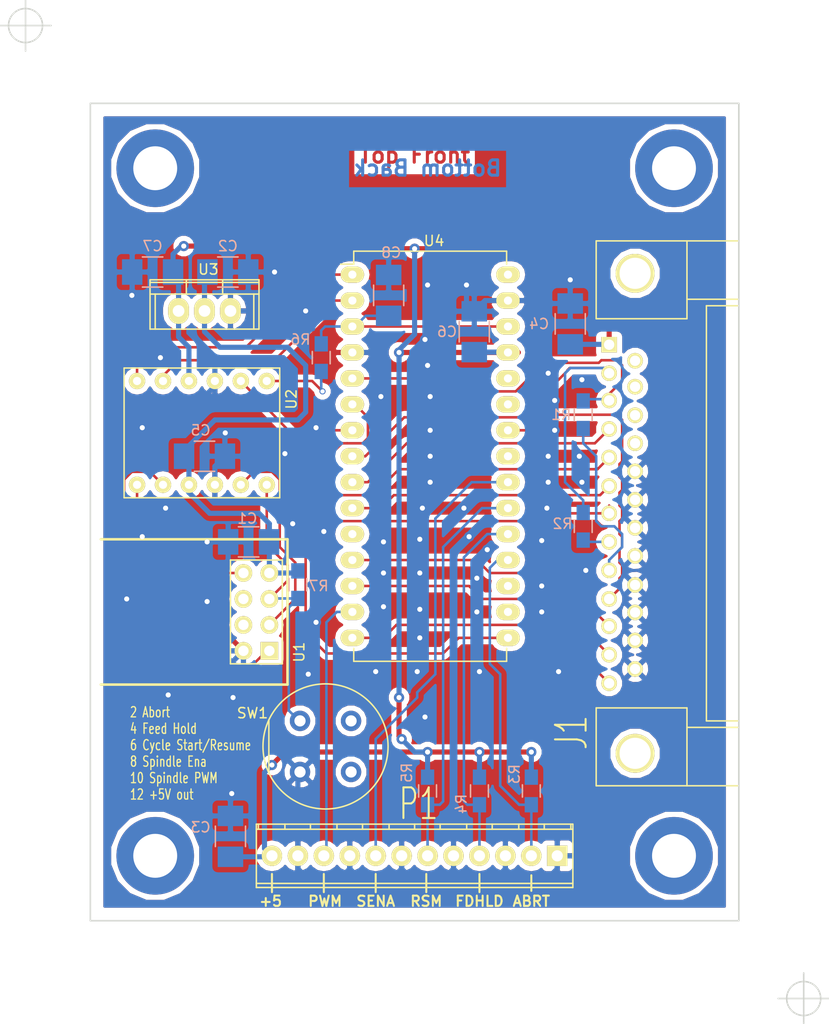
<source format=kicad_pcb>
(kicad_pcb (version 4) (host pcbnew 4.0.4-stable)

  (general
    (links 80)
    (no_connects 0)
    (area 105.45 54.65 186.65 154.9)
    (thickness 1.6)
    (drawings 22)
    (tracks 527)
    (zones 0)
    (modules 26)
    (nets 45)
  )

  (page A4)
  (layers
    (0 F.Cu signal)
    (31 B.Cu signal)
    (32 B.Adhes user hide)
    (33 F.Adhes user hide)
    (34 B.Paste user hide)
    (35 F.Paste user hide)
    (36 B.SilkS user)
    (37 F.SilkS user)
    (38 B.Mask user)
    (39 F.Mask user)
    (40 Dwgs.User user hide)
    (41 Cmts.User user hide)
    (42 Eco1.User user hide)
    (43 Eco2.User user hide)
    (44 Edge.Cuts user)
    (45 Margin user hide)
    (46 B.CrtYd user hide)
    (47 F.CrtYd user hide)
    (48 B.Fab user)
    (49 F.Fab user)
  )

  (setup
    (last_trace_width 0.25)
    (trace_clearance 0.2)
    (zone_clearance 0.508)
    (zone_45_only yes)
    (trace_min 0.2)
    (segment_width 0.2)
    (edge_width 0.15)
    (via_size 0.6)
    (via_drill 0.4)
    (via_min_size 0.4)
    (via_min_drill 0.3)
    (uvia_size 0.3)
    (uvia_drill 0.1)
    (uvias_allowed no)
    (uvia_min_size 0.2)
    (uvia_min_drill 0.1)
    (pcb_text_width 0.3)
    (pcb_text_size 1.5 1.5)
    (mod_edge_width 0.15)
    (mod_text_size 1 1)
    (mod_text_width 0.15)
    (pad_size 1.6 1.6)
    (pad_drill 0.8)
    (pad_to_mask_clearance 0.2)
    (aux_axis_origin 0 0)
    (grid_origin 107.95 57.15)
    (visible_elements 7FFED77F)
    (pcbplotparams
      (layerselection 0x000f0_80000001)
      (usegerberextensions true)
      (excludeedgelayer true)
      (linewidth 0.100000)
      (plotframeref false)
      (viasonmask false)
      (mode 1)
      (useauxorigin false)
      (hpglpennumber 1)
      (hpglpenspeed 20)
      (hpglpendiameter 15)
      (hpglpenoverlay 2)
      (psnegative false)
      (psa4output false)
      (plotreference true)
      (plotvalue false)
      (plotinvisibletext false)
      (padsonsilk false)
      (subtractmaskfromsilk false)
      (outputformat 1)
      (mirror false)
      (drillshape 0)
      (scaleselection 1)
      (outputdirectory ""))
  )

  (net 0 "")
  (net 1 /TX_H)
  (net 2 /RX_H)
  (net 3 /WF_RST_H)
  (net 4 GND)
  (net 5 /X_STEP)
  (net 6 /Y_Step)
  (net 7 /Z_Step)
  (net 8 /X_Dir)
  (net 9 /Y_Dir)
  (net 10 /Z_Dir)
  (net 11 /WF_CE_H)
  (net 12 /RST/Abort)
  (net 13 /Cycle_Start/Resme)
  (net 14 +5VD)
  (net 15 +3.3VP)
  (net 16 /A_Dir)
  (net 17 /A_Step)
  (net 18 /RX_L)
  (net 19 /TX_L)
  (net 20 /WF_CHPD)
  (net 21 /WF_RST)
  (net 22 /Limit_X)
  (net 23 /Limit_Y)
  (net 24 /Limit_Z)
  (net 25 /Probe)
  (net 26 /Spindle_PWM)
  (net 27 /Feed_Hold)
  (net 28 /Splindle_ENA)
  (net 29 "Net-(J1-Pad14)")
  (net 30 "Net-(J1-Pad15)")
  (net 31 "Net-(J1-Pad16)")
  (net 32 "Net-(J1-Pad17)")
  (net 33 "Net-(SW1-Pad1)")
  (net 34 "Net-(SW1-Pad2)")
  (net 35 /WF_GPIO2)
  (net 36 /WF_GPIO0)
  (net 37 /Stepper_ENA/DIS)
  (net 38 "Net-(U4-Pad17)")
  (net 39 "Net-(U4-Pad18)")
  (net 40 /NA/Reservd)
  (net 41 "Net-(U4-Pad25)")
  (net 42 "Net-(U4-Pad26)")
  (net 43 VDD)
  (net 44 /A_RST)

  (net_class Default "This is the default net class."
    (clearance 0.2)
    (trace_width 0.25)
    (via_dia 0.6)
    (via_drill 0.4)
    (uvia_dia 0.3)
    (uvia_drill 0.1)
    (add_net /A_Dir)
    (add_net /A_RST)
    (add_net /A_Step)
    (add_net /Cycle_Start/Resme)
    (add_net /Feed_Hold)
    (add_net /Limit_X)
    (add_net /Limit_Y)
    (add_net /Limit_Z)
    (add_net /NA/Reservd)
    (add_net /Probe)
    (add_net /RST/Abort)
    (add_net /RX_H)
    (add_net /RX_L)
    (add_net /Spindle_PWM)
    (add_net /Splindle_ENA)
    (add_net /Stepper_ENA/DIS)
    (add_net /TX_H)
    (add_net /TX_L)
    (add_net /WF_CE_H)
    (add_net /WF_CHPD)
    (add_net /WF_GPIO0)
    (add_net /WF_GPIO2)
    (add_net /WF_RST)
    (add_net /WF_RST_H)
    (add_net /X_Dir)
    (add_net /X_STEP)
    (add_net /Y_Dir)
    (add_net /Y_Step)
    (add_net /Z_Dir)
    (add_net /Z_Step)
    (add_net "Net-(J1-Pad14)")
    (add_net "Net-(J1-Pad15)")
    (add_net "Net-(J1-Pad16)")
    (add_net "Net-(J1-Pad17)")
    (add_net "Net-(SW1-Pad1)")
    (add_net "Net-(SW1-Pad2)")
    (add_net "Net-(U4-Pad17)")
    (add_net "Net-(U4-Pad18)")
    (add_net "Net-(U4-Pad25)")
    (add_net "Net-(U4-Pad26)")
    (add_net VDD)
  )

  (net_class PWR ""
    (clearance 0.3)
    (trace_width 0.5)
    (via_dia 1)
    (via_drill 0.5)
    (uvia_dia 1)
    (uvia_drill 0.5)
    (add_net +3.3VP)
    (add_net +5VD)
    (add_net GND)
  )

  (module Resistors_SMD:R_0805_HandSoldering (layer B.Cu) (tedit 58389CA5) (tstamp 5838937C)
    (at 134.62 111.887 90)
    (descr "Resistor SMD 0805, hand soldering")
    (tags "resistor 0805")
    (path /58388E75)
    (attr smd)
    (fp_text reference R7 (at -0.127 2.032 180) (layer B.SilkS)
      (effects (font (size 1 1) (thickness 0.15)) (justify mirror))
    )
    (fp_text value R (at 0 -2.1 90) (layer B.Fab)
      (effects (font (size 1 1) (thickness 0.15)) (justify mirror))
    )
    (fp_line (start -2.4 1) (end 2.4 1) (layer B.CrtYd) (width 0.05))
    (fp_line (start -2.4 -1) (end 2.4 -1) (layer B.CrtYd) (width 0.05))
    (fp_line (start -2.4 1) (end -2.4 -1) (layer B.CrtYd) (width 0.05))
    (fp_line (start 2.4 1) (end 2.4 -1) (layer B.CrtYd) (width 0.05))
    (fp_line (start 0.6 -0.875) (end -0.6 -0.875) (layer B.SilkS) (width 0.15))
    (fp_line (start -0.6 0.875) (end 0.6 0.875) (layer B.SilkS) (width 0.15))
    (pad 1 smd rect (at -1.35 0 90) (size 1.5 1.3) (layers B.Cu B.Paste B.Mask)
      (net 21 /WF_RST))
    (pad 2 smd rect (at 1.35 0 90) (size 1.5 1.3) (layers B.Cu B.Paste B.Mask)
      (net 15 +3.3VP))
    (model Resistors_SMD.3dshapes/R_0805_HandSoldering.wrl
      (at (xyz 0 0 0))
      (scale (xyz 1 1 1))
      (rotate (xyz 0 0 0))
    )
  )

  (module Capacitors_SMD:C_1210_HandSoldering (layer B.Cu) (tedit 58389C55) (tstamp 58389359)
    (at 143.51 83.566 90)
    (descr "Capacitor SMD 1210, hand soldering")
    (tags "capacitor 1210")
    (path /58389B99)
    (attr smd)
    (fp_text reference C8 (at 4.191 0.254 180) (layer B.SilkS)
      (effects (font (size 1 1) (thickness 0.15)) (justify mirror))
    )
    (fp_text value C (at 0 -2.7 90) (layer B.Fab)
      (effects (font (size 1 1) (thickness 0.15)) (justify mirror))
    )
    (fp_line (start -1.6 -1.25) (end -1.6 1.25) (layer B.Fab) (width 0.15))
    (fp_line (start 1.6 -1.25) (end -1.6 -1.25) (layer B.Fab) (width 0.15))
    (fp_line (start 1.6 1.25) (end 1.6 -1.25) (layer B.Fab) (width 0.15))
    (fp_line (start -1.6 1.25) (end 1.6 1.25) (layer B.Fab) (width 0.15))
    (fp_line (start -3.3 1.6) (end 3.3 1.6) (layer B.CrtYd) (width 0.05))
    (fp_line (start -3.3 -1.6) (end 3.3 -1.6) (layer B.CrtYd) (width 0.05))
    (fp_line (start -3.3 1.6) (end -3.3 -1.6) (layer B.CrtYd) (width 0.05))
    (fp_line (start 3.3 1.6) (end 3.3 -1.6) (layer B.CrtYd) (width 0.05))
    (fp_line (start 1 1.475) (end -1 1.475) (layer B.SilkS) (width 0.15))
    (fp_line (start -1 -1.475) (end 1 -1.475) (layer B.SilkS) (width 0.15))
    (pad 1 smd rect (at -2 0 90) (size 2 2.5) (layers B.Cu B.Paste B.Mask)
      (net 44 /A_RST))
    (pad 2 smd rect (at 2 0 90) (size 2 2.5) (layers B.Cu B.Paste B.Mask)
      (net 4 GND))
    (model Capacitors_SMD.3dshapes/C_1210_HandSoldering.wrl
      (at (xyz 0 0 0))
      (scale (xyz 1 1 1))
      (rotate (xyz 0 0 0))
    )
  )

  (module Resistors_SMD:R_0805_HandSoldering (layer B.Cu) (tedit 58389C5F) (tstamp 58389346)
    (at 136.906 89.662 90)
    (descr "Resistor SMD 0805, hand soldering")
    (tags "resistor 0805")
    (path /58389E55)
    (attr smd)
    (fp_text reference R6 (at 1.778 -2.032 180) (layer B.SilkS)
      (effects (font (size 1 1) (thickness 0.15)) (justify mirror))
    )
    (fp_text value R (at 0 -2.1 90) (layer B.Fab)
      (effects (font (size 1 1) (thickness 0.15)) (justify mirror))
    )
    (fp_line (start -2.4 1) (end 2.4 1) (layer B.CrtYd) (width 0.05))
    (fp_line (start -2.4 -1) (end 2.4 -1) (layer B.CrtYd) (width 0.05))
    (fp_line (start -2.4 1) (end -2.4 -1) (layer B.CrtYd) (width 0.05))
    (fp_line (start 2.4 1) (end 2.4 -1) (layer B.CrtYd) (width 0.05))
    (fp_line (start 0.6 -0.875) (end -0.6 -0.875) (layer B.SilkS) (width 0.15))
    (fp_line (start -0.6 0.875) (end 0.6 0.875) (layer B.SilkS) (width 0.15))
    (pad 1 smd rect (at -1.35 0 90) (size 1.5 1.3) (layers B.Cu B.Paste B.Mask)
      (net 3 /WF_RST_H))
    (pad 2 smd rect (at 1.35 0 90) (size 1.5 1.3) (layers B.Cu B.Paste B.Mask)
      (net 44 /A_RST))
    (model Resistors_SMD.3dshapes/R_0805_HandSoldering.wrl
      (at (xyz 0 0 0))
      (scale (xyz 1 1 1))
      (rotate (xyz 0 0 0))
    )
  )

  (module Connect:DB25FC (layer F.Cu) (tedit 583769E6) (tstamp 5811913E)
    (at 166.37 104.902 270)
    (descr "Connecteur DB25 femelle couche")
    (tags "CONN DB25")
    (path /5806F027)
    (fp_text reference J1 (at 21.463 4.953 270) (layer F.SilkS)
      (effects (font (size 3 2) (thickness 0.2)))
    )
    (fp_text value DB25 (at 0 -6.35 270) (layer F.Fab)
      (effects (font (size 1 1) (thickness 0.15)))
    )
    (fp_line (start 26.67 -11.43) (end 26.67 2.54) (layer F.SilkS) (width 0.15))
    (fp_line (start 19.05 -6.35) (end 19.05 2.54) (layer F.SilkS) (width 0.15))
    (fp_line (start 20.955 -11.43) (end 20.955 -6.35) (layer F.SilkS) (width 0.15))
    (fp_line (start -20.955 -11.43) (end -20.955 -6.35) (layer F.SilkS) (width 0.15))
    (fp_line (start -19.05 -6.35) (end -19.05 2.54) (layer F.SilkS) (width 0.15))
    (fp_line (start -26.67 2.54) (end -26.67 -11.43) (layer F.SilkS) (width 0.15))
    (fp_line (start 26.67 -6.35) (end 19.05 -6.35) (layer F.SilkS) (width 0.15))
    (fp_line (start -26.67 -6.35) (end -19.05 -6.35) (layer F.SilkS) (width 0.15))
    (fp_line (start 20.32 -8.255) (end 20.32 -11.43) (layer F.SilkS) (width 0.15))
    (fp_line (start -20.32 -8.255) (end -20.32 -11.43) (layer F.SilkS) (width 0.15))
    (fp_line (start 20.32 -18.415) (end 20.32 -12.7) (layer F.Fab) (width 0.15))
    (fp_line (start -20.32 -18.415) (end -20.32 -12.7) (layer F.Fab) (width 0.15))
    (fp_line (start 26.67 -11.43) (end 26.67 -12.7) (layer F.Fab) (width 0.15))
    (fp_line (start 26.67 -12.7) (end -26.67 -12.7) (layer F.Fab) (width 0.15))
    (fp_line (start -26.67 -12.7) (end -26.67 -11.43) (layer F.Fab) (width 0.15))
    (fp_line (start -26.67 -11.43) (end 26.67 -11.43) (layer F.Fab) (width 0.15))
    (fp_line (start 19.05 2.54) (end 26.67 2.54) (layer F.SilkS) (width 0.15))
    (fp_line (start -20.32 -8.255) (end 20.32 -8.255) (layer F.SilkS) (width 0.15))
    (fp_line (start -20.32 -18.415) (end 20.32 -18.415) (layer F.Fab) (width 0.15))
    (fp_line (start -26.67 2.54) (end -19.05 2.54) (layer F.SilkS) (width 0.15))
    (pad "" thru_hole circle (at 23.495 -1.27 270) (size 3.81 3.81) (drill 3.048) (layers *.Cu *.Mask F.SilkS))
    (pad "" thru_hole circle (at -23.495 -1.27 270) (size 3.81 3.81) (drill 3.048) (layers *.Cu *.Mask F.SilkS))
    (pad 1 thru_hole rect (at -16.51 1.27 270) (size 1.524 1.524) (drill 1.016) (layers *.Cu *.Mask F.SilkS)
      (net 14 +5VD))
    (pad 2 thru_hole circle (at -13.716 1.27 270) (size 1.524 1.524) (drill 1.016) (layers *.Cu *.Mask F.SilkS)
      (net 8 /X_Dir))
    (pad 3 thru_hole circle (at -11.049 1.27 270) (size 1.524 1.524) (drill 1.016) (layers *.Cu *.Mask F.SilkS)
      (net 5 /X_STEP))
    (pad 4 thru_hole circle (at -8.255 1.27 270) (size 1.524 1.524) (drill 1.016) (layers *.Cu *.Mask F.SilkS)
      (net 9 /Y_Dir))
    (pad 5 thru_hole circle (at -5.461 1.27 270) (size 1.524 1.524) (drill 1.016) (layers *.Cu *.Mask F.SilkS)
      (net 6 /Y_Step))
    (pad 6 thru_hole circle (at -2.667 1.27 270) (size 1.524 1.524) (drill 1.016) (layers *.Cu *.Mask F.SilkS)
      (net 10 /Z_Dir))
    (pad 7 thru_hole circle (at 0 1.27 270) (size 1.524 1.524) (drill 1.016) (layers *.Cu *.Mask F.SilkS)
      (net 7 /Z_Step))
    (pad 8 thru_hole circle (at 2.794 1.27 270) (size 1.524 1.524) (drill 1.016) (layers *.Cu *.Mask F.SilkS)
      (net 16 /A_Dir))
    (pad 9 thru_hole circle (at 5.588 1.27 270) (size 1.524 1.524) (drill 1.016) (layers *.Cu *.Mask F.SilkS)
      (net 17 /A_Step))
    (pad 10 thru_hole circle (at 8.382 1.27 270) (size 1.524 1.524) (drill 1.016) (layers *.Cu *.Mask F.SilkS)
      (net 25 /Probe))
    (pad 11 thru_hole circle (at 11.049 1.27 270) (size 1.524 1.524) (drill 1.016) (layers *.Cu *.Mask F.SilkS)
      (net 22 /Limit_X))
    (pad 12 thru_hole circle (at 13.843 1.27 270) (size 1.524 1.524) (drill 1.016) (layers *.Cu *.Mask F.SilkS)
      (net 23 /Limit_Y))
    (pad 13 thru_hole circle (at 16.637 1.27 270) (size 1.524 1.524) (drill 1.016) (layers *.Cu *.Mask F.SilkS)
      (net 24 /Limit_Z))
    (pad 14 thru_hole circle (at -14.9352 -1.27 270) (size 1.524 1.524) (drill 1.016) (layers *.Cu *.Mask F.SilkS)
      (net 29 "Net-(J1-Pad14)"))
    (pad 15 thru_hole circle (at -12.3952 -1.27 270) (size 1.524 1.524) (drill 1.016) (layers *.Cu *.Mask F.SilkS)
      (net 30 "Net-(J1-Pad15)"))
    (pad 16 thru_hole circle (at -9.6012 -1.27 270) (size 1.524 1.524) (drill 1.016) (layers *.Cu *.Mask F.SilkS)
      (net 31 "Net-(J1-Pad16)"))
    (pad 17 thru_hole circle (at -6.858 -1.27 270) (size 1.524 1.524) (drill 1.016) (layers *.Cu *.Mask F.SilkS)
      (net 32 "Net-(J1-Pad17)"))
    (pad 18 thru_hole circle (at -4.1148 -1.27 270) (size 1.524 1.524) (drill 1.016) (layers *.Cu *.Mask F.SilkS)
      (net 4 GND))
    (pad 19 thru_hole circle (at -1.3208 -1.27 270) (size 1.524 1.524) (drill 1.016) (layers *.Cu *.Mask F.SilkS)
      (net 4 GND))
    (pad 20 thru_hole circle (at 1.4224 -1.27 270) (size 1.524 1.524) (drill 1.016) (layers *.Cu *.Mask F.SilkS)
      (net 4 GND))
    (pad 21 thru_hole circle (at 4.1656 -1.27 270) (size 1.524 1.524) (drill 1.016) (layers *.Cu *.Mask F.SilkS)
      (net 4 GND))
    (pad 22 thru_hole circle (at 7.0104 -1.27 270) (size 1.524 1.524) (drill 1.016) (layers *.Cu *.Mask F.SilkS)
      (net 4 GND))
    (pad 23 thru_hole circle (at 9.7028 -1.27 270) (size 1.524 1.524) (drill 1.016) (layers *.Cu *.Mask F.SilkS)
      (net 4 GND))
    (pad 24 thru_hole circle (at 12.446 -1.27 270) (size 1.524 1.524) (drill 1.016) (layers *.Cu *.Mask F.SilkS)
      (net 4 GND))
    (pad 25 thru_hole circle (at 15.24 -1.27 270) (size 1.524 1.524) (drill 1.016) (layers *.Cu *.Mask F.SilkS)
      (net 4 GND))
    (model Connect.3dshapes/DB25FC.wrl
      (at (xyz 0 0 0))
      (scale (xyz 1 1 1))
      (rotate (xyz 0 0 0))
    )
  )

  (module ESP8266:ESP-01 (layer F.Cu) (tedit 58376A0B) (tstamp 5811917B)
    (at 131.826 118.364 180)
    (descr "Module, ESP-8266, ESP-01, 8 pin")
    (tags "Module ESP-8266 ESP8266")
    (path /580AD9A0)
    (fp_text reference U1 (at -2.921 -0.127 270) (layer F.SilkS)
      (effects (font (size 1 1) (thickness 0.15)))
    )
    (fp_text value ESP-01v090 (at 12.192 3.556 180) (layer F.Fab)
      (effects (font (size 1 1) (thickness 0.15)))
    )
    (fp_line (start -1.778 -3.302) (end 16.5 -3.302) (layer F.SilkS) (width 0.254))
    (fp_line (start 16.5 10.922) (end -1.778 10.922) (layer F.SilkS) (width 0.254))
    (fp_line (start -1.778 10.922) (end -1.778 -3.302) (layer F.SilkS) (width 0.254))
    (fp_line (start -1.778 -3.302) (end 22.86 -3.302) (layer F.Fab) (width 0.05))
    (fp_line (start 22.86 -3.302) (end 22.86 10.922) (layer F.Fab) (width 0.05))
    (fp_line (start 22.86 10.922) (end -1.778 10.922) (layer F.Fab) (width 0.05))
    (fp_line (start -1.778 10.922) (end -1.778 -3.302) (layer F.Fab) (width 0.05))
    (fp_line (start 1.27 -1.27) (end -1.27 -1.27) (layer F.SilkS) (width 0.1524))
    (fp_line (start -1.27 -1.27) (end -1.27 1.27) (layer F.SilkS) (width 0.1524))
    (fp_line (start -1.75 -1.75) (end -1.75 9.4) (layer F.CrtYd) (width 0.05))
    (fp_line (start 4.3 -1.75) (end 4.3 9.4) (layer F.CrtYd) (width 0.05))
    (fp_line (start -1.75 -1.75) (end 4.3 -1.75) (layer F.CrtYd) (width 0.05))
    (fp_line (start -1.75 9.4) (end 4.3 9.4) (layer F.CrtYd) (width 0.05))
    (fp_line (start -1.27 1.27) (end -1.27 8.89) (layer F.SilkS) (width 0.1524))
    (fp_line (start -1.27 8.89) (end 3.81 8.89) (layer F.SilkS) (width 0.1524))
    (fp_line (start 3.81 8.89) (end 3.81 -1.27) (layer F.SilkS) (width 0.1524))
    (fp_line (start 3.81 -1.27) (end 1.27 -1.27) (layer F.SilkS) (width 0.1524))
    (pad 1 thru_hole rect (at 0 0 180) (size 1.7272 1.7272) (drill 1.016) (layers *.Cu *.Mask F.SilkS)
      (net 19 /TX_L))
    (pad 2 thru_hole oval (at 2.54 0 180) (size 1.7272 1.7272) (drill 1.016) (layers *.Cu *.Mask F.SilkS)
      (net 4 GND))
    (pad 3 thru_hole oval (at 0 2.54 180) (size 1.7272 1.7272) (drill 1.016) (layers *.Cu *.Mask F.SilkS)
      (net 20 /WF_CHPD))
    (pad 4 thru_hole oval (at 2.54 2.54 180) (size 1.7272 1.7272) (drill 1.016) (layers *.Cu *.Mask F.SilkS)
      (net 35 /WF_GPIO2))
    (pad 5 thru_hole oval (at 0 5.08 180) (size 1.7272 1.7272) (drill 1.016) (layers *.Cu *.Mask F.SilkS)
      (net 21 /WF_RST))
    (pad 6 thru_hole oval (at 2.54 5.08 180) (size 1.7272 1.7272) (drill 1.016) (layers *.Cu *.Mask F.SilkS)
      (net 36 /WF_GPIO0))
    (pad 7 thru_hole oval (at 0 7.62 180) (size 1.7272 1.7272) (drill 1.016) (layers *.Cu *.Mask F.SilkS)
      (net 15 +3.3VP))
    (pad 8 thru_hole oval (at 2.54 7.62 180) (size 1.7272 1.7272) (drill 1.016) (layers *.Cu *.Mask F.SilkS)
      (net 18 /RX_L))
  )

  (module Housings_DIP:DIP-32_W15.24mm_LongPads (layer F.Cu) (tedit 58376958) (tstamp 5816BA1F)
    (at 139.954 81.534)
    (descr "32-lead dip package, row spacing 15.24 mm (600 mils), longer pads")
    (tags "dil dip 2.54 600")
    (path /5809C94F)
    (fp_text reference U4 (at 8.001 -3.302) (layer F.SilkS)
      (effects (font (size 1 1) (thickness 0.15)))
    )
    (fp_text value ARDUINO_NANO (at 7.62 19.05) (layer F.Fab)
      (effects (font (size 1 1) (thickness 0.15)))
    )
    (fp_line (start -1.4 -2.45) (end -1.4 38.01) (layer F.CrtYd) (width 0.05))
    (fp_line (start 16.65 -2.45) (end 16.65 38.01) (layer F.CrtYd) (width 0.05))
    (fp_line (start -1.4 -2.45) (end 16.65 -2.45) (layer F.CrtYd) (width 0.05))
    (fp_line (start -1.4 38.01) (end 16.65 38.01) (layer F.CrtYd) (width 0.05))
    (fp_line (start 0.135 -2.295) (end 0.135 -1.025) (layer F.SilkS) (width 0.15))
    (fp_line (start 15.105 -2.295) (end 15.105 -1.025) (layer F.SilkS) (width 0.15))
    (fp_line (start 15.105 37.855) (end 15.105 36.585) (layer F.SilkS) (width 0.15))
    (fp_line (start 0.135 37.855) (end 0.135 36.585) (layer F.SilkS) (width 0.15))
    (fp_line (start 0.135 -2.295) (end 15.105 -2.295) (layer F.SilkS) (width 0.15))
    (fp_line (start 0.135 37.855) (end 15.105 37.855) (layer F.SilkS) (width 0.15))
    (fp_line (start 0.135 -1.025) (end -1.15 -1.025) (layer F.SilkS) (width 0.15))
    (pad 1 thru_hole oval (at 0 0) (size 2.3 1.6) (drill 0.8) (layers *.Cu *.Mask F.SilkS)
      (net 1 /TX_H))
    (pad 2 thru_hole oval (at 0 2.54) (size 2.3 1.6) (drill 0.8) (layers *.Cu *.Mask F.SilkS)
      (net 2 /RX_H))
    (pad 3 thru_hole oval (at 0 5.08) (size 2.3 1.6) (drill 0.8) (layers *.Cu *.Mask F.SilkS)
      (net 44 /A_RST))
    (pad 4 thru_hole oval (at 0 7.62) (size 2.3 1.6) (drill 0.8) (layers *.Cu *.Mask F.SilkS)
      (net 4 GND))
    (pad 5 thru_hole oval (at 0 10.16) (size 2.3 1.6) (drill 0.8) (layers *.Cu *.Mask F.SilkS)
      (net 5 /X_STEP))
    (pad 6 thru_hole oval (at 0 12.7) (size 2.3 1.6) (drill 0.8) (layers *.Cu *.Mask F.SilkS)
      (net 6 /Y_Step))
    (pad 7 thru_hole oval (at 0 15.24) (size 2.3 1.6) (drill 0.8) (layers *.Cu *.Mask F.SilkS)
      (net 7 /Z_Step))
    (pad 8 thru_hole oval (at 0 17.78) (size 2.3 1.6) (drill 0.8) (layers *.Cu *.Mask F.SilkS)
      (net 8 /X_Dir))
    (pad 9 thru_hole oval (at 0 20.32) (size 2.3 1.6) (drill 0.8) (layers *.Cu *.Mask F.SilkS)
      (net 9 /Y_Dir))
    (pad 10 thru_hole oval (at 0 22.86) (size 2.3 1.6) (drill 0.8) (layers *.Cu *.Mask F.SilkS)
      (net 10 /Z_Dir))
    (pad 11 thru_hole oval (at 0 25.4) (size 2.3 1.6) (drill 0.8) (layers *.Cu *.Mask F.SilkS)
      (net 37 /Stepper_ENA/DIS))
    (pad 12 thru_hole oval (at 0 27.94) (size 2.3 1.6) (drill 0.8) (layers *.Cu *.Mask F.SilkS)
      (net 22 /Limit_X))
    (pad 13 thru_hole oval (at 0 30.48) (size 2.3 1.6) (drill 0.8) (layers *.Cu *.Mask F.SilkS)
      (net 23 /Limit_Y))
    (pad 14 thru_hole oval (at 0 33.02) (size 2.3 1.6) (drill 0.8) (layers *.Cu *.Mask F.SilkS)
      (net 26 /Spindle_PWM))
    (pad 15 thru_hole oval (at 0 35.56) (size 2.3 1.6) (drill 0.8) (layers *.Cu *.Mask F.SilkS)
      (net 24 /Limit_Z))
    (pad 16 thru_hole oval (at 15.24 35.56) (size 2.3 1.6) (drill 0.8) (layers *.Cu *.Mask F.SilkS)
      (net 11 /WF_CE_H))
    (pad 17 thru_hole oval (at 15.24 33.02) (size 2.3 1.6) (drill 0.8) (layers *.Cu *.Mask F.SilkS)
      (net 38 "Net-(U4-Pad17)"))
    (pad 18 thru_hole oval (at 15.24 30.48) (size 2.3 1.6) (drill 0.8) (layers *.Cu *.Mask F.SilkS)
      (net 39 "Net-(U4-Pad18)"))
    (pad 19 thru_hole oval (at 15.24 27.94) (size 2.3 1.6) (drill 0.8) (layers *.Cu *.Mask F.SilkS)
      (net 12 /RST/Abort))
    (pad 20 thru_hole oval (at 15.24 25.4) (size 2.3 1.6) (drill 0.8) (layers *.Cu *.Mask F.SilkS)
      (net 27 /Feed_Hold))
    (pad 21 thru_hole oval (at 15.24 22.86) (size 2.3 1.6) (drill 0.8) (layers *.Cu *.Mask F.SilkS)
      (net 13 /Cycle_Start/Resme))
    (pad 22 thru_hole oval (at 15.24 20.32) (size 2.3 1.6) (drill 0.8) (layers *.Cu *.Mask F.SilkS)
      (net 28 /Splindle_ENA))
    (pad 23 thru_hole oval (at 15.24 17.78) (size 2.3 1.6) (drill 0.8) (layers *.Cu *.Mask F.SilkS)
      (net 40 /NA/Reservd))
    (pad 24 thru_hole oval (at 15.24 15.24) (size 2.3 1.6) (drill 0.8) (layers *.Cu *.Mask F.SilkS)
      (net 25 /Probe))
    (pad 25 thru_hole oval (at 15.24 12.7) (size 2.3 1.6) (drill 0.8) (layers *.Cu *.Mask F.SilkS)
      (net 41 "Net-(U4-Pad25)"))
    (pad 26 thru_hole oval (at 15.24 10.16) (size 2.3 1.6) (drill 0.8) (layers *.Cu *.Mask F.SilkS)
      (net 42 "Net-(U4-Pad26)"))
    (pad 27 thru_hole oval (at 15.24 7.62) (size 2.3 1.6) (drill 0.8) (layers *.Cu *.Mask F.SilkS)
      (net 14 +5VD))
    (pad 28 thru_hole oval (at 15.24 5.08) (size 2.3 1.6) (drill 0.8) (layers *.Cu *.Mask F.SilkS)
      (net 44 /A_RST))
    (pad 29 thru_hole oval (at 15.24 2.54) (size 2.3 1.6) (drill 0.8) (layers *.Cu *.Mask F.SilkS)
      (net 4 GND))
    (pad 30 thru_hole oval (at 15.24 0) (size 2.3 1.6) (drill 0.8) (layers *.Cu *.Mask F.SilkS)
      (net 43 VDD))
    (model Housings_DIP.3dshapes/DIP-32_W15.24mm_LongPads.wrl
      (at (xyz 0 0 0))
      (scale (xyz 1 1 1))
      (rotate (xyz 0 0 0))
    )
  )

  (module Housings_DIP:DIP-14_W7.62mm (layer F.Cu) (tedit 58376A2A) (tstamp 5816B9F4)
    (at 118.872 102.108 90)
    (descr "14-lead dip package, row spacing 7.62 mm (300 mils)")
    (tags "dil dip 2.54 300")
    (path /580C084D)
    (fp_text reference U2 (at 8.382 15.113 90) (layer F.SilkS)
      (effects (font (size 1 1) (thickness 0.15)))
    )
    (fp_text value QuadBidir5to3.3vstpdn (at 5.08 15.24 90) (layer F.Fab)
      (effects (font (size 1 1) (thickness 0.15)))
    )
    (fp_line (start -1.27 -1.27) (end -1.27 13.97) (layer F.CrtYd) (width 0.05))
    (fp_line (start 11.43 -1.27) (end 11.43 13.97) (layer F.CrtYd) (width 0.05))
    (fp_line (start -1.27 -1.27) (end 11.43 -1.27) (layer F.CrtYd) (width 0.05))
    (fp_line (start -1.27 13.97) (end 11.43 13.97) (layer F.CrtYd) (width 0.05))
    (fp_line (start -1.27 -1.27) (end -1.27 13.97) (layer F.SilkS) (width 0.15))
    (fp_line (start 11.43 -1.27) (end 11.43 13.97) (layer F.SilkS) (width 0.15))
    (fp_line (start -1.27 -1.27) (end 11.43 -1.27) (layer F.SilkS) (width 0.15))
    (fp_line (start -1.27 13.97) (end 11.43 13.97) (layer F.SilkS) (width 0.15))
    (pad 1 thru_hole oval (at 0 0 90) (size 1.6 1.6) (drill 0.8) (layers *.Cu *.Mask F.SilkS)
      (net 18 /RX_L))
    (pad 2 thru_hole oval (at 0 2.54 90) (size 1.6 1.6) (drill 0.8) (layers *.Cu *.Mask F.SilkS)
      (net 19 /TX_L))
    (pad 3 thru_hole oval (at 0 5.08 90) (size 1.6 1.6) (drill 0.8) (layers *.Cu *.Mask F.SilkS)
      (net 15 +3.3VP))
    (pad 4 thru_hole oval (at 0 7.62 90) (size 1.6 1.6) (drill 0.8) (layers *.Cu *.Mask F.SilkS)
      (net 4 GND))
    (pad 5 thru_hole oval (at 0 10.16 90) (size 1.6 1.6) (drill 0.8) (layers *.Cu *.Mask F.SilkS)
      (net 20 /WF_CHPD))
    (pad 6 thru_hole oval (at 0 12.7 90) (size 1.6 1.6) (drill 0.8) (layers *.Cu *.Mask F.SilkS)
      (net 21 /WF_RST))
    (pad 7 thru_hole oval (at 10.16 12.7 90) (size 1.6 1.6) (drill 0.8) (layers *.Cu *.Mask F.SilkS)
      (net 3 /WF_RST_H))
    (pad 8 thru_hole oval (at 10.16 10.16 90) (size 1.6 1.6) (drill 0.8) (layers *.Cu *.Mask F.SilkS)
      (net 11 /WF_CE_H))
    (pad 9 thru_hole oval (at 10.16 7.62 90) (size 1.6 1.6) (drill 0.8) (layers *.Cu *.Mask F.SilkS)
      (net 4 GND))
    (pad 10 thru_hole oval (at 10.16 5.08 90) (size 1.6 1.6) (drill 0.8) (layers *.Cu *.Mask F.SilkS)
      (net 14 +5VD))
    (pad 11 thru_hole oval (at 10.16 2.54 90) (size 1.6 1.6) (drill 0.8) (layers *.Cu *.Mask F.SilkS)
      (net 2 /RX_H))
    (pad 12 thru_hole oval (at 10.16 0 90) (size 1.6 1.6) (drill 0.8) (layers *.Cu *.Mask F.SilkS)
      (net 1 /TX_H))
    (model Housings_DIP.3dshapes/DIP-14_W7.62mm.wrl
      (at (xyz 0 0 0))
      (scale (xyz 1 1 1))
      (rotate (xyz 0 0 0))
    )
  )

  (module Capacitors_SMD:C_1210_HandSoldering (layer B.Cu) (tedit 58389CB5) (tstamp 581190FB)
    (at 129.794 107.696 180)
    (descr "Capacitor SMD 1210, hand soldering")
    (tags "capacitor 1210")
    (path /5806F730)
    (attr smd)
    (fp_text reference C1 (at 0.127 2.286 180) (layer B.SilkS)
      (effects (font (size 1 1) (thickness 0.15)) (justify mirror))
    )
    (fp_text value C (at 0 -2.7 180) (layer B.Fab)
      (effects (font (size 1 1) (thickness 0.15)) (justify mirror))
    )
    (fp_line (start -1.6 -1.25) (end -1.6 1.25) (layer B.Fab) (width 0.15))
    (fp_line (start 1.6 -1.25) (end -1.6 -1.25) (layer B.Fab) (width 0.15))
    (fp_line (start 1.6 1.25) (end 1.6 -1.25) (layer B.Fab) (width 0.15))
    (fp_line (start -1.6 1.25) (end 1.6 1.25) (layer B.Fab) (width 0.15))
    (fp_line (start -3.3 1.6) (end 3.3 1.6) (layer B.CrtYd) (width 0.05))
    (fp_line (start -3.3 -1.6) (end 3.3 -1.6) (layer B.CrtYd) (width 0.05))
    (fp_line (start -3.3 1.6) (end -3.3 -1.6) (layer B.CrtYd) (width 0.05))
    (fp_line (start 3.3 1.6) (end 3.3 -1.6) (layer B.CrtYd) (width 0.05))
    (fp_line (start 1 1.475) (end -1 1.475) (layer B.SilkS) (width 0.15))
    (fp_line (start -1 -1.475) (end 1 -1.475) (layer B.SilkS) (width 0.15))
    (pad 1 smd rect (at -2 0 180) (size 2 2.5) (layers B.Cu B.Paste B.Mask)
      (net 15 +3.3VP))
    (pad 2 smd rect (at 2 0 180) (size 2 2.5) (layers B.Cu B.Paste B.Mask)
      (net 4 GND))
    (model Capacitors_SMD.3dshapes/C_1210_HandSoldering.wrl
      (at (xyz 0 0 0))
      (scale (xyz 1 1 1))
      (rotate (xyz 0 0 0))
    )
  )

  (module Capacitors_SMD:C_1210_HandSoldering (layer B.Cu) (tedit 581429C2) (tstamp 58119101)
    (at 127.762 81.28)
    (descr "Capacitor SMD 1210, hand soldering")
    (tags "capacitor 1210")
    (path /5806F8D8)
    (attr smd)
    (fp_text reference C2 (at 0 -2.54) (layer B.SilkS)
      (effects (font (size 1 1) (thickness 0.15)) (justify mirror))
    )
    (fp_text value C (at 0 -2.7) (layer B.Fab)
      (effects (font (size 1 1) (thickness 0.15)) (justify mirror))
    )
    (fp_line (start -1.6 -1.25) (end -1.6 1.25) (layer B.Fab) (width 0.15))
    (fp_line (start 1.6 -1.25) (end -1.6 -1.25) (layer B.Fab) (width 0.15))
    (fp_line (start 1.6 1.25) (end 1.6 -1.25) (layer B.Fab) (width 0.15))
    (fp_line (start -1.6 1.25) (end 1.6 1.25) (layer B.Fab) (width 0.15))
    (fp_line (start -3.3 1.6) (end 3.3 1.6) (layer B.CrtYd) (width 0.05))
    (fp_line (start -3.3 -1.6) (end 3.3 -1.6) (layer B.CrtYd) (width 0.05))
    (fp_line (start -3.3 1.6) (end -3.3 -1.6) (layer B.CrtYd) (width 0.05))
    (fp_line (start 3.3 1.6) (end 3.3 -1.6) (layer B.CrtYd) (width 0.05))
    (fp_line (start 1 1.475) (end -1 1.475) (layer B.SilkS) (width 0.15))
    (fp_line (start -1 -1.475) (end 1 -1.475) (layer B.SilkS) (width 0.15))
    (pad 1 smd rect (at -2 0) (size 2 2.5) (layers B.Cu B.Paste B.Mask)
      (net 15 +3.3VP))
    (pad 2 smd rect (at 2 0) (size 2 2.5) (layers B.Cu B.Paste B.Mask)
      (net 4 GND))
    (model Capacitors_SMD.3dshapes/C_1210_HandSoldering.wrl
      (at (xyz 0 0 0))
      (scale (xyz 1 1 1))
      (rotate (xyz 0 0 0))
    )
  )

  (module Capacitors_SMD:C_1210_HandSoldering (layer B.Cu) (tedit 58389CF4) (tstamp 58119107)
    (at 128.016 136.525 90)
    (descr "Capacitor SMD 1210, hand soldering")
    (tags "capacitor 1210")
    (path /580B8B83)
    (attr smd)
    (fp_text reference C3 (at 0.889 -2.921 180) (layer B.SilkS)
      (effects (font (size 1 1) (thickness 0.15)) (justify mirror))
    )
    (fp_text value C (at 0 -2.7 90) (layer B.Fab)
      (effects (font (size 1 1) (thickness 0.15)) (justify mirror))
    )
    (fp_line (start -1.6 -1.25) (end -1.6 1.25) (layer B.Fab) (width 0.15))
    (fp_line (start 1.6 -1.25) (end -1.6 -1.25) (layer B.Fab) (width 0.15))
    (fp_line (start 1.6 1.25) (end 1.6 -1.25) (layer B.Fab) (width 0.15))
    (fp_line (start -1.6 1.25) (end 1.6 1.25) (layer B.Fab) (width 0.15))
    (fp_line (start -3.3 1.6) (end 3.3 1.6) (layer B.CrtYd) (width 0.05))
    (fp_line (start -3.3 -1.6) (end 3.3 -1.6) (layer B.CrtYd) (width 0.05))
    (fp_line (start -3.3 1.6) (end -3.3 -1.6) (layer B.CrtYd) (width 0.05))
    (fp_line (start 3.3 1.6) (end 3.3 -1.6) (layer B.CrtYd) (width 0.05))
    (fp_line (start 1 1.475) (end -1 1.475) (layer B.SilkS) (width 0.15))
    (fp_line (start -1 -1.475) (end 1 -1.475) (layer B.SilkS) (width 0.15))
    (pad 1 smd rect (at -2 0 90) (size 2 2.5) (layers B.Cu B.Paste B.Mask)
      (net 14 +5VD))
    (pad 2 smd rect (at 2 0 90) (size 2 2.5) (layers B.Cu B.Paste B.Mask)
      (net 4 GND))
    (model Capacitors_SMD.3dshapes/C_1210_HandSoldering.wrl
      (at (xyz 0 0 0))
      (scale (xyz 1 1 1))
      (rotate (xyz 0 0 0))
    )
  )

  (module Capacitors_SMD:C_1210_HandSoldering (layer B.Cu) (tedit 58389CDA) (tstamp 5811910D)
    (at 161.29 86.36 270)
    (descr "Capacitor SMD 1210, hand soldering")
    (tags "capacitor 1210")
    (path /580B5637)
    (attr smd)
    (fp_text reference C4 (at 0 3.048 360) (layer B.SilkS)
      (effects (font (size 1 1) (thickness 0.15)) (justify mirror))
    )
    (fp_text value C (at 0 -2.7 270) (layer B.Fab)
      (effects (font (size 1 1) (thickness 0.15)) (justify mirror))
    )
    (fp_line (start -1.6 -1.25) (end -1.6 1.25) (layer B.Fab) (width 0.15))
    (fp_line (start 1.6 -1.25) (end -1.6 -1.25) (layer B.Fab) (width 0.15))
    (fp_line (start 1.6 1.25) (end 1.6 -1.25) (layer B.Fab) (width 0.15))
    (fp_line (start -1.6 1.25) (end 1.6 1.25) (layer B.Fab) (width 0.15))
    (fp_line (start -3.3 1.6) (end 3.3 1.6) (layer B.CrtYd) (width 0.05))
    (fp_line (start -3.3 -1.6) (end 3.3 -1.6) (layer B.CrtYd) (width 0.05))
    (fp_line (start -3.3 1.6) (end -3.3 -1.6) (layer B.CrtYd) (width 0.05))
    (fp_line (start 3.3 1.6) (end 3.3 -1.6) (layer B.CrtYd) (width 0.05))
    (fp_line (start 1 1.475) (end -1 1.475) (layer B.SilkS) (width 0.15))
    (fp_line (start -1 -1.475) (end 1 -1.475) (layer B.SilkS) (width 0.15))
    (pad 1 smd rect (at -2 0 270) (size 2 2.5) (layers B.Cu B.Paste B.Mask)
      (net 4 GND))
    (pad 2 smd rect (at 2 0 270) (size 2 2.5) (layers B.Cu B.Paste B.Mask)
      (net 14 +5VD))
    (model Capacitors_SMD.3dshapes/C_1210_HandSoldering.wrl
      (at (xyz 0 0 0))
      (scale (xyz 1 1 1))
      (rotate (xyz 0 0 0))
    )
  )

  (module Capacitors_SMD:C_1210_HandSoldering (layer B.Cu) (tedit 58389CC3) (tstamp 58119113)
    (at 125.476 99.314)
    (descr "Capacitor SMD 1210, hand soldering")
    (tags "capacitor 1210")
    (path /5806F97B)
    (attr smd)
    (fp_text reference C5 (at -0.381 -2.54) (layer B.SilkS)
      (effects (font (size 1 1) (thickness 0.15)) (justify mirror))
    )
    (fp_text value C (at 0 -2.7) (layer B.Fab)
      (effects (font (size 1 1) (thickness 0.15)) (justify mirror))
    )
    (fp_line (start -1.6 -1.25) (end -1.6 1.25) (layer B.Fab) (width 0.15))
    (fp_line (start 1.6 -1.25) (end -1.6 -1.25) (layer B.Fab) (width 0.15))
    (fp_line (start 1.6 1.25) (end 1.6 -1.25) (layer B.Fab) (width 0.15))
    (fp_line (start -1.6 1.25) (end 1.6 1.25) (layer B.Fab) (width 0.15))
    (fp_line (start -3.3 1.6) (end 3.3 1.6) (layer B.CrtYd) (width 0.05))
    (fp_line (start -3.3 -1.6) (end 3.3 -1.6) (layer B.CrtYd) (width 0.05))
    (fp_line (start -3.3 1.6) (end -3.3 -1.6) (layer B.CrtYd) (width 0.05))
    (fp_line (start 3.3 1.6) (end 3.3 -1.6) (layer B.CrtYd) (width 0.05))
    (fp_line (start 1 1.475) (end -1 1.475) (layer B.SilkS) (width 0.15))
    (fp_line (start -1 -1.475) (end 1 -1.475) (layer B.SilkS) (width 0.15))
    (pad 1 smd rect (at -2 0) (size 2 2.5) (layers B.Cu B.Paste B.Mask)
      (net 15 +3.3VP))
    (pad 2 smd rect (at 2 0) (size 2 2.5) (layers B.Cu B.Paste B.Mask)
      (net 4 GND))
    (model Capacitors_SMD.3dshapes/C_1210_HandSoldering.wrl
      (at (xyz 0 0 0))
      (scale (xyz 1 1 1))
      (rotate (xyz 0 0 0))
    )
  )

  (module Capacitors_SMD:C_1210_HandSoldering (layer B.Cu) (tedit 58389C69) (tstamp 58119119)
    (at 151.892 87.122 270)
    (descr "Capacitor SMD 1210, hand soldering")
    (tags "capacitor 1210")
    (path /5806FA08)
    (attr smd)
    (fp_text reference C6 (at 0 2.667 360) (layer B.SilkS)
      (effects (font (size 1 1) (thickness 0.15)) (justify mirror))
    )
    (fp_text value C (at 0 -2.7 270) (layer B.Fab)
      (effects (font (size 1 1) (thickness 0.15)) (justify mirror))
    )
    (fp_line (start -1.6 -1.25) (end -1.6 1.25) (layer B.Fab) (width 0.15))
    (fp_line (start 1.6 -1.25) (end -1.6 -1.25) (layer B.Fab) (width 0.15))
    (fp_line (start 1.6 1.25) (end 1.6 -1.25) (layer B.Fab) (width 0.15))
    (fp_line (start -1.6 1.25) (end 1.6 1.25) (layer B.Fab) (width 0.15))
    (fp_line (start -3.3 1.6) (end 3.3 1.6) (layer B.CrtYd) (width 0.05))
    (fp_line (start -3.3 -1.6) (end 3.3 -1.6) (layer B.CrtYd) (width 0.05))
    (fp_line (start -3.3 1.6) (end -3.3 -1.6) (layer B.CrtYd) (width 0.05))
    (fp_line (start 3.3 1.6) (end 3.3 -1.6) (layer B.CrtYd) (width 0.05))
    (fp_line (start 1 1.475) (end -1 1.475) (layer B.SilkS) (width 0.15))
    (fp_line (start -1 -1.475) (end 1 -1.475) (layer B.SilkS) (width 0.15))
    (pad 1 smd rect (at -2 0 270) (size 2 2.5) (layers B.Cu B.Paste B.Mask)
      (net 4 GND))
    (pad 2 smd rect (at 2 0 270) (size 2 2.5) (layers B.Cu B.Paste B.Mask)
      (net 14 +5VD))
    (model Capacitors_SMD.3dshapes/C_1210_HandSoldering.wrl
      (at (xyz 0 0 0))
      (scale (xyz 1 1 1))
      (rotate (xyz 0 0 0))
    )
  )

  (module Capacitors_SMD:C_1210_HandSoldering (layer B.Cu) (tedit 5837686C) (tstamp 5811911F)
    (at 120.396 81.28 180)
    (descr "Capacitor SMD 1210, hand soldering")
    (tags "capacitor 1210")
    (path /5806F821)
    (attr smd)
    (fp_text reference C7 (at 0 2.54 180) (layer B.SilkS)
      (effects (font (size 1 1) (thickness 0.15)) (justify mirror))
    )
    (fp_text value C (at 0 -2.7 180) (layer B.Fab)
      (effects (font (size 1 1) (thickness 0.15)) (justify mirror))
    )
    (fp_line (start -1.6 -1.25) (end -1.6 1.25) (layer B.Fab) (width 0.15))
    (fp_line (start 1.6 -1.25) (end -1.6 -1.25) (layer B.Fab) (width 0.15))
    (fp_line (start 1.6 1.25) (end 1.6 -1.25) (layer B.Fab) (width 0.15))
    (fp_line (start -1.6 1.25) (end 1.6 1.25) (layer B.Fab) (width 0.15))
    (fp_line (start -3.3 1.6) (end 3.3 1.6) (layer B.CrtYd) (width 0.05))
    (fp_line (start -3.3 -1.6) (end 3.3 -1.6) (layer B.CrtYd) (width 0.05))
    (fp_line (start -3.3 1.6) (end -3.3 -1.6) (layer B.CrtYd) (width 0.05))
    (fp_line (start 3.3 1.6) (end 3.3 -1.6) (layer B.CrtYd) (width 0.05))
    (fp_line (start 1 1.475) (end -1 1.475) (layer B.SilkS) (width 0.15))
    (fp_line (start -1 -1.475) (end 1 -1.475) (layer B.SilkS) (width 0.15))
    (pad 1 smd rect (at -2 0 180) (size 2 2.5) (layers B.Cu B.Paste B.Mask)
      (net 14 +5VD))
    (pad 2 smd rect (at 2 0 180) (size 2 2.5) (layers B.Cu B.Paste B.Mask)
      (net 4 GND))
    (model Capacitors_SMD.3dshapes/C_1210_HandSoldering.wrl
      (at (xyz 0 0 0))
      (scale (xyz 1 1 1))
      (rotate (xyz 0 0 0))
    )
  )

  (module Resistors_SMD:R_0805_HandSoldering (layer B.Cu) (tedit 58389C8D) (tstamp 58119163)
    (at 162.56 95.25 90)
    (descr "Resistor SMD 0805, hand soldering")
    (tags "resistor 0805")
    (path /580B9B5D)
    (attr smd)
    (fp_text reference R1 (at 0 -2.159 180) (layer B.SilkS)
      (effects (font (size 1 1) (thickness 0.15)) (justify mirror))
    )
    (fp_text value R (at 0 -2.1 90) (layer B.Fab)
      (effects (font (size 1 1) (thickness 0.15)) (justify mirror))
    )
    (fp_line (start -2.4 1) (end 2.4 1) (layer B.CrtYd) (width 0.05))
    (fp_line (start -2.4 -1) (end 2.4 -1) (layer B.CrtYd) (width 0.05))
    (fp_line (start -2.4 1) (end -2.4 -1) (layer B.CrtYd) (width 0.05))
    (fp_line (start 2.4 1) (end 2.4 -1) (layer B.CrtYd) (width 0.05))
    (fp_line (start 0.6 -0.875) (end -0.6 -0.875) (layer B.SilkS) (width 0.15))
    (fp_line (start -0.6 0.875) (end 0.6 0.875) (layer B.SilkS) (width 0.15))
    (pad 1 smd rect (at -1.35 0 90) (size 1.5 1.3) (layers B.Cu B.Paste B.Mask)
      (net 17 /A_Step))
    (pad 2 smd rect (at 1.35 0 90) (size 1.5 1.3) (layers B.Cu B.Paste B.Mask)
      (net 5 /X_STEP))
    (model Resistors_SMD.3dshapes/R_0805_HandSoldering.wrl
      (at (xyz 0 0 0))
      (scale (xyz 1 1 1))
      (rotate (xyz 0 0 0))
    )
  )

  (module Resistors_SMD:R_0805_HandSoldering (layer B.Cu) (tedit 58389C85) (tstamp 58119169)
    (at 162.56 106.172 90)
    (descr "Resistor SMD 0805, hand soldering")
    (tags "resistor 0805")
    (path /580B9ABA)
    (attr smd)
    (fp_text reference R2 (at 0.254 -2.032 180) (layer B.SilkS)
      (effects (font (size 1 1) (thickness 0.15)) (justify mirror))
    )
    (fp_text value R (at 0 -2.1 90) (layer B.Fab)
      (effects (font (size 1 1) (thickness 0.15)) (justify mirror))
    )
    (fp_line (start -2.4 1) (end 2.4 1) (layer B.CrtYd) (width 0.05))
    (fp_line (start -2.4 -1) (end 2.4 -1) (layer B.CrtYd) (width 0.05))
    (fp_line (start -2.4 1) (end -2.4 -1) (layer B.CrtYd) (width 0.05))
    (fp_line (start 2.4 1) (end 2.4 -1) (layer B.CrtYd) (width 0.05))
    (fp_line (start 0.6 -0.875) (end -0.6 -0.875) (layer B.SilkS) (width 0.15))
    (fp_line (start -0.6 0.875) (end 0.6 0.875) (layer B.SilkS) (width 0.15))
    (pad 1 smd rect (at -1.35 0 90) (size 1.5 1.3) (layers B.Cu B.Paste B.Mask)
      (net 16 /A_Dir))
    (pad 2 smd rect (at 1.35 0 90) (size 1.5 1.3) (layers B.Cu B.Paste B.Mask)
      (net 8 /X_Dir))
    (model Resistors_SMD.3dshapes/R_0805_HandSoldering.wrl
      (at (xyz 0 0 0))
      (scale (xyz 1 1 1))
      (rotate (xyz 0 0 0))
    )
  )

  (module Resistors_SMD:R_0805_HandSoldering (layer B.Cu) (tedit 583768DE) (tstamp 5811916F)
    (at 157.48 132.08 90)
    (descr "Resistor SMD 0805, hand soldering")
    (tags "resistor 0805")
    (path /580C264D)
    (attr smd)
    (fp_text reference R3 (at 1.651 -1.651 270) (layer B.SilkS)
      (effects (font (size 1 1) (thickness 0.15)) (justify mirror))
    )
    (fp_text value R (at 0 -2.1 90) (layer B.Fab)
      (effects (font (size 1 1) (thickness 0.15)) (justify mirror))
    )
    (fp_line (start -2.4 1) (end 2.4 1) (layer B.CrtYd) (width 0.05))
    (fp_line (start -2.4 -1) (end 2.4 -1) (layer B.CrtYd) (width 0.05))
    (fp_line (start -2.4 1) (end -2.4 -1) (layer B.CrtYd) (width 0.05))
    (fp_line (start 2.4 1) (end 2.4 -1) (layer B.CrtYd) (width 0.05))
    (fp_line (start 0.6 -0.875) (end -0.6 -0.875) (layer B.SilkS) (width 0.15))
    (fp_line (start -0.6 0.875) (end 0.6 0.875) (layer B.SilkS) (width 0.15))
    (pad 1 smd rect (at -1.35 0 90) (size 1.5 1.3) (layers B.Cu B.Paste B.Mask)
      (net 12 /RST/Abort))
    (pad 2 smd rect (at 1.35 0 90) (size 1.5 1.3) (layers B.Cu B.Paste B.Mask)
      (net 14 +5VD))
    (model Resistors_SMD.3dshapes/R_0805_HandSoldering.wrl
      (at (xyz 0 0 0))
      (scale (xyz 1 1 1))
      (rotate (xyz 0 0 0))
    )
  )

  (module Resistors_SMD:R_0805_HandSoldering (layer B.Cu) (tedit 58389D08) (tstamp 58140B63)
    (at 152.4 132.08 270)
    (descr "Resistor SMD 0805, hand soldering")
    (tags "resistor 0805")
    (path /58142B24)
    (attr smd)
    (fp_text reference R4 (at 1.27 1.778 450) (layer B.SilkS)
      (effects (font (size 1 1) (thickness 0.15)) (justify mirror))
    )
    (fp_text value R (at 0 -2.1 270) (layer B.Fab)
      (effects (font (size 1 1) (thickness 0.15)) (justify mirror))
    )
    (fp_line (start -2.4 1) (end 2.4 1) (layer B.CrtYd) (width 0.05))
    (fp_line (start -2.4 -1) (end 2.4 -1) (layer B.CrtYd) (width 0.05))
    (fp_line (start -2.4 1) (end -2.4 -1) (layer B.CrtYd) (width 0.05))
    (fp_line (start 2.4 1) (end 2.4 -1) (layer B.CrtYd) (width 0.05))
    (fp_line (start 0.6 -0.875) (end -0.6 -0.875) (layer B.SilkS) (width 0.15))
    (fp_line (start -0.6 0.875) (end 0.6 0.875) (layer B.SilkS) (width 0.15))
    (pad 1 smd rect (at -1.35 0 270) (size 1.5 1.3) (layers B.Cu B.Paste B.Mask)
      (net 14 +5VD))
    (pad 2 smd rect (at 1.35 0 270) (size 1.5 1.3) (layers B.Cu B.Paste B.Mask)
      (net 27 /Feed_Hold))
    (model Resistors_SMD.3dshapes/R_0805_HandSoldering.wrl
      (at (xyz 0 0 0))
      (scale (xyz 1 1 1))
      (rotate (xyz 0 0 0))
    )
  )

  (module Resistors_SMD:R_0805_HandSoldering (layer B.Cu) (tedit 583768CE) (tstamp 5816B9E2)
    (at 147.32 132.08 270)
    (descr "Resistor SMD 0805, hand soldering")
    (tags "resistor 0805")
    (path /5816C634)
    (attr smd)
    (fp_text reference R5 (at -1.778 2.032 270) (layer B.SilkS)
      (effects (font (size 1 1) (thickness 0.15)) (justify mirror))
    )
    (fp_text value R (at 0 -2.1 270) (layer B.Fab)
      (effects (font (size 1 1) (thickness 0.15)) (justify mirror))
    )
    (fp_line (start -2.4 1) (end 2.4 1) (layer B.CrtYd) (width 0.05))
    (fp_line (start -2.4 -1) (end 2.4 -1) (layer B.CrtYd) (width 0.05))
    (fp_line (start -2.4 1) (end -2.4 -1) (layer B.CrtYd) (width 0.05))
    (fp_line (start 2.4 1) (end 2.4 -1) (layer B.CrtYd) (width 0.05))
    (fp_line (start 0.6 -0.875) (end -0.6 -0.875) (layer B.SilkS) (width 0.15))
    (fp_line (start -0.6 0.875) (end 0.6 0.875) (layer B.SilkS) (width 0.15))
    (pad 1 smd rect (at -1.35 0 270) (size 1.5 1.3) (layers B.Cu B.Paste B.Mask)
      (net 14 +5VD))
    (pad 2 smd rect (at 1.35 0 270) (size 1.5 1.3) (layers B.Cu B.Paste B.Mask)
      (net 13 /Cycle_Start/Resme))
    (model Resistors_SMD.3dshapes/R_0805_HandSoldering.wrl
      (at (xyz 0 0 0))
      (scale (xyz 1 1 1))
      (rotate (xyz 0 0 0))
    )
  )

  (module Power_Integrations:TO-220 (layer F.Cu) (tedit 58376A1D) (tstamp 5816B9FB)
    (at 125.476 85.09)
    (descr "Non Isolated JEDEC TO-220 Package")
    (tags "Power Integration YN Package")
    (path /580BFC1C)
    (fp_text reference U3 (at 0.381 -4.064) (layer F.SilkS)
      (effects (font (size 1 1) (thickness 0.15)))
    )
    (fp_text value 5V_to_3.3V_StpDn (at 0.254 2.54) (layer F.Fab)
      (effects (font (size 1 1) (thickness 0.15)))
    )
    (fp_line (start 4.826 -1.651) (end 4.826 1.778) (layer F.SilkS) (width 0.15))
    (fp_line (start -4.826 -1.651) (end -4.826 1.778) (layer F.SilkS) (width 0.15))
    (fp_line (start 5.334 -2.794) (end -5.334 -2.794) (layer F.SilkS) (width 0.15))
    (fp_line (start 1.778 -1.778) (end 1.778 -3.048) (layer F.SilkS) (width 0.15))
    (fp_line (start -1.778 -1.778) (end -1.778 -3.048) (layer F.SilkS) (width 0.15))
    (fp_line (start -5.334 -1.651) (end 5.334 -1.651) (layer F.SilkS) (width 0.15))
    (fp_line (start 5.334 1.778) (end -5.334 1.778) (layer F.SilkS) (width 0.15))
    (fp_line (start -5.334 -3.048) (end -5.334 1.778) (layer F.SilkS) (width 0.15))
    (fp_line (start 5.334 -3.048) (end 5.334 1.778) (layer F.SilkS) (width 0.15))
    (fp_line (start 5.334 -3.048) (end -5.334 -3.048) (layer F.SilkS) (width 0.15))
    (pad 2 thru_hole oval (at 0 0) (size 2.032 2.54) (drill 1.143) (layers *.Cu *.Mask F.SilkS)
      (net 15 +3.3VP))
    (pad 3 thru_hole oval (at 2.54 0) (size 2.032 2.54) (drill 1.143) (layers *.Cu *.Mask F.SilkS)
      (net 4 GND))
    (pad 1 thru_hole oval (at -2.54 0) (size 2.032 2.54) (drill 1.143) (layers *.Cu *.Mask F.SilkS)
      (net 14 +5VD))
  )

  (module Terminal_Blocks:TerminalBlock_Pheonix_MPT-2.54mm_12pol (layer F.Cu) (tedit 58376CD3) (tstamp 58119144)
    (at 160.02 138.43 180)
    (descr "12-way 2.54mm pitch terminal block, Phoenix MPT series")
    (path /5816DED0)
    (fp_text reference P1 (at 13.589 5.08 180) (layer F.SilkS)
      (effects (font (size 3 2) (thickness 0.2)))
    )
    (fp_text value CONN_01X12 (at 14.478 -2.032 180) (layer F.Fab)
      (effects (font (size 1 1) (thickness 0.15)))
    )
    (fp_line (start -1.7 -3.3) (end 29.6 -3.3) (layer F.CrtYd) (width 0.05))
    (fp_line (start -1.7 3.3) (end -1.7 -3.3) (layer F.CrtYd) (width 0.05))
    (fp_line (start 29.6 3.3) (end -1.7 3.3) (layer F.CrtYd) (width 0.05))
    (fp_line (start 29.6 3.2) (end 29.6 3.3) (layer F.CrtYd) (width 0.05))
    (fp_line (start 29.6 -3.3) (end 29.6 3.2) (layer F.CrtYd) (width 0.05))
    (fp_line (start 13.97 2.60096) (end 13.97 3.0988) (layer F.SilkS) (width 0.15))
    (fp_line (start 29.46908 3.0988) (end -1.52908 3.0988) (layer F.SilkS) (width 0.15))
    (fp_line (start -1.52908 2.60096) (end 29.46908 2.60096) (layer F.SilkS) (width 0.15))
    (fp_line (start 29.46908 -2.70002) (end -1.52908 -2.70002) (layer F.SilkS) (width 0.15))
    (fp_line (start -1.52908 -3.0988) (end 29.46908 -3.0988) (layer F.SilkS) (width 0.15))
    (fp_line (start 11.47064 2.60096) (end 11.47064 3.0988) (layer F.SilkS) (width 0.15))
    (fp_line (start 16.46936 2.60096) (end 16.46936 3.0988) (layer F.SilkS) (width 0.15))
    (fp_line (start 8.86968 2.60096) (end 8.86968 3.0988) (layer F.SilkS) (width 0.15))
    (fp_line (start 19.07032 2.60096) (end 19.07032 3.0988) (layer F.SilkS) (width 0.15))
    (fp_line (start 26.67 2.60096) (end 26.67 3.0988) (layer F.SilkS) (width 0.15))
    (fp_line (start 24.17064 2.60096) (end 24.17064 3.0988) (layer F.SilkS) (width 0.15))
    (fp_line (start 21.57222 2.60096) (end 21.57222 3.0988) (layer F.SilkS) (width 0.15))
    (fp_line (start 6.37032 2.60096) (end 6.37032 3.0988) (layer F.SilkS) (width 0.15))
    (fp_line (start 3.7719 2.60096) (end 3.7719 3.0988) (layer F.SilkS) (width 0.15))
    (fp_line (start -1.32842 3.0988) (end -1.32842 2.60096) (layer F.SilkS) (width 0.15))
    (fp_line (start 29.26842 2.60096) (end 29.26842 3.0988) (layer F.SilkS) (width 0.15))
    (fp_line (start 1.27508 3.0988) (end 1.27508 2.60096) (layer F.SilkS) (width 0.15))
    (fp_line (start 29.46654 3.0988) (end 29.46654 -3.0988) (layer F.SilkS) (width 0.15))
    (fp_line (start -1.52654 -3.0988) (end -1.52654 3.0988) (layer F.SilkS) (width 0.15))
    (pad 4 thru_hole oval (at 7.62 0) (size 1.99898 1.99898) (drill 1.09728) (layers *.Cu *.Mask F.SilkS)
      (net 27 /Feed_Hold))
    (pad 1 thru_hole rect (at 0 0) (size 1.99898 1.99898) (drill 1.09728) (layers *.Cu *.Mask F.SilkS)
      (net 4 GND))
    (pad 2 thru_hole oval (at 2.54 0) (size 1.99898 1.99898) (drill 1.09728) (layers *.Cu *.Mask F.SilkS)
      (net 12 /RST/Abort))
    (pad 3 thru_hole oval (at 5.08 0) (size 1.99898 1.99898) (drill 1.09728) (layers *.Cu *.Mask F.SilkS)
      (net 4 GND))
    (pad 5 thru_hole oval (at 10.16 0) (size 1.99898 1.99898) (drill 1.09728) (layers *.Cu *.Mask F.SilkS)
      (net 4 GND))
    (pad 6 thru_hole oval (at 12.7 0) (size 1.99898 1.99898) (drill 1.09728) (layers *.Cu *.Mask F.SilkS)
      (net 13 /Cycle_Start/Resme))
    (pad 7 thru_hole oval (at 15.24 0) (size 1.99898 1.99898) (drill 1.09728) (layers *.Cu *.Mask F.SilkS)
      (net 4 GND))
    (pad 8 thru_hole oval (at 17.78 0) (size 1.99898 1.99898) (drill 1.09728) (layers *.Cu *.Mask F.SilkS)
      (net 28 /Splindle_ENA))
    (pad 9 thru_hole oval (at 20.32 0) (size 1.99898 1.99898) (drill 1.09728) (layers *.Cu *.Mask F.SilkS)
      (net 4 GND))
    (pad 10 thru_hole oval (at 22.86 0) (size 1.99898 1.99898) (drill 1.09728) (layers *.Cu *.Mask F.SilkS)
      (net 26 /Spindle_PWM))
    (pad 11 thru_hole oval (at 25.4 0) (size 1.99898 1.99898) (drill 1.09728) (layers *.Cu *.Mask F.SilkS)
      (net 4 GND))
    (pad 12 thru_hole oval (at 27.94 0) (size 1.99898 1.99898) (drill 1.09728) (layers *.Cu *.Mask F.SilkS)
      (net 14 +5VD))
    (model Terminal_Blocks.3dshapes/TerminalBlock_Pheonix_MPT-2.54mm_12pol.wrl
      (at (xyz 0.55 0 0))
      (scale (xyz 1 1 1))
      (rotate (xyz 0 0 0))
    )
  )

  (module Mounting_Holes:MountingHole_4.3mm_M4_ISO7380_Pad (layer F.Cu) (tedit 5837614B) (tstamp 58374496)
    (at 120.65 71.12)
    (descr "Mounting Hole 4.3mm, M4, ISO7380")
    (tags "mounting hole 4.3mm m4 iso7380")
    (fp_text reference "" (at 0 -4.8) (layer F.SilkS) hide
      (effects (font (size 1 1) (thickness 0.15)))
    )
    (fp_text value "" (at 0 4.8) (layer F.Fab)
      (effects (font (size 1 1) (thickness 0.15)))
    )
    (fp_circle (center 0 0) (end 3.8 0) (layer Cmts.User) (width 0.15))
    (fp_circle (center 0 0) (end 4.05 0) (layer F.CrtYd) (width 0.05))
    (pad 1 thru_hole circle (at 0 0) (size 7.6 7.6) (drill 4.3) (layers *.Cu *.Mask))
  )

  (module Mounting_Holes:MountingHole_4.3mm_M4_ISO7380_Pad (layer F.Cu) (tedit 5837615F) (tstamp 583744A3)
    (at 171.45 138.43)
    (descr "Mounting Hole 4.3mm, M4, ISO7380")
    (tags "mounting hole 4.3mm m4 iso7380")
    (fp_text reference "" (at 0 -4.8) (layer F.SilkS) hide
      (effects (font (size 1 1) (thickness 0.15)))
    )
    (fp_text value "" (at 0 4.8) (layer F.Fab)
      (effects (font (size 1 1) (thickness 0.15)))
    )
    (fp_circle (center 0 0) (end 3.8 0) (layer Cmts.User) (width 0.15))
    (fp_circle (center 0 0) (end 4.05 0) (layer F.CrtYd) (width 0.05))
    (pad 1 thru_hole circle (at 0 0) (size 7.6 7.6) (drill 4.3) (layers *.Cu *.Mask))
  )

  (module Mounting_Holes:MountingHole_4.3mm_M4_ISO7380_Pad (layer F.Cu) (tedit 5837616D) (tstamp 583744AA)
    (at 120.65 138.43)
    (descr "Mounting Hole 4.3mm, M4, ISO7380")
    (tags "mounting hole 4.3mm m4 iso7380")
    (fp_text reference "" (at 0 -4.8) (layer F.SilkS) hide
      (effects (font (size 1 1) (thickness 0.15)))
    )
    (fp_text value "" (at 0 4.8) (layer F.Fab)
      (effects (font (size 1 1) (thickness 0.15)))
    )
    (fp_circle (center 0 0) (end 3.8 0) (layer Cmts.User) (width 0.15))
    (fp_circle (center 0 0) (end 4.05 0) (layer F.CrtYd) (width 0.05))
    (pad 1 thru_hole circle (at 0 0) (size 7.6 7.6) (drill 4.3) (layers *.Cu *.Mask))
  )

  (module Mounting_Holes:MountingHole_4.3mm_M4_ISO7380_Pad (layer F.Cu) (tedit 58376139) (tstamp 583744B2)
    (at 171.45 71.12)
    (descr "Mounting Hole 4.3mm, M4, ISO7380")
    (tags "mounting hole 4.3mm m4 iso7380")
    (fp_text reference "" (at 0 -4.8) (layer F.SilkS) hide
      (effects (font (size 1 1) (thickness 0.15)))
    )
    (fp_text value "" (at 0 4.8) (layer F.Fab)
      (effects (font (size 1 1) (thickness 0.15)))
    )
    (fp_circle (center 0 0) (end 3.8 0) (layer Cmts.User) (width 0.15))
    (fp_circle (center 0 0) (end 4.05 0) (layer F.CrtYd) (width 0.05))
    (pad 1 thru_hole circle (at 0 0) (size 7.6 7.6) (drill 4.3) (layers *.Cu *.Mask))
  )

  (module Buttons_Switches_ThroughHole:Push_E-Switch_KS01Q01 (layer F.Cu) (tedit 58389BFF) (tstamp 58389440)
    (at 139.827 125.222 270)
    (descr "E-Switch KS01Q01")
    (tags "Push Button")
    (path /58388D6E)
    (fp_text reference SW1 (at -0.762 9.652 360) (layer F.SilkS)
      (effects (font (size 1 1) (thickness 0.15)))
    )
    (fp_text value Switch_DPST (at 2.5 -2.04914 270) (layer F.Fab)
      (effects (font (size 1 1) (thickness 0.15)))
    )
    (fp_circle (center 2.5 2.5) (end 8.95 2.5) (layer F.CrtYd) (width 0.05))
    (fp_circle (center 2.5 2.5) (end 8.625 2.5) (layer F.SilkS) (width 0.15))
    (fp_line (start 5.10096 8.04962) (end -0.10096 8.04962) (layer F.SilkS) (width 0.15))
    (pad 1 thru_hole circle (at 0 0 270) (size 2 2) (drill 1.1) (layers *.Cu *.Mask)
      (net 33 "Net-(SW1-Pad1)"))
    (pad 2 thru_hole circle (at 5 0 270) (size 2 2) (drill 1.1) (layers *.Cu *.Mask)
      (net 34 "Net-(SW1-Pad2)"))
    (pad 4 thru_hole circle (at 5 5 270) (size 2 2) (drill 1.1) (layers *.Cu *.Mask)
      (net 4 GND))
    (pad 3 thru_hole circle (at 0 5 270) (size 2 2) (drill 1.1) (layers *.Cu *.Mask)
      (net 21 /WF_RST))
    (model Buttons_Switches_ThroughHole.3dshapes/Push_E-Switch_KS01Q01.wrl
      (at (xyz 0.1 -0.1 0))
      (scale (xyz 1 1 1))
      (rotate (xyz 0 0 0))
    )
  )

  (gr_text "Bottom Back" (at 147.32 71.12) (layer B.Cu)
    (effects (font (size 1.5 1.5) (thickness 0.3)) (justify mirror))
  )
  (gr_text "Top Front" (at 146.05 69.85) (layer F.Cu)
    (effects (font (size 1.5 1.5) (thickness 0.3)))
  )
  (gr_line (start 132.08 141.986) (end 132.08 140.208) (angle 90) (layer F.SilkS) (width 0.2))
  (gr_line (start 137.16 141.986) (end 137.16 140.208) (angle 90) (layer F.SilkS) (width 0.2))
  (gr_line (start 142.24 141.986) (end 142.24 140.208) (angle 90) (layer F.SilkS) (width 0.2))
  (gr_line (start 147.193 141.986) (end 147.193 140.208) (angle 90) (layer F.SilkS) (width 0.2))
  (gr_line (start 152.4 140.335) (end 152.4 140.208) (angle 90) (layer F.SilkS) (width 0.2))
  (gr_line (start 152.4 141.986) (end 152.4 140.335) (angle 90) (layer F.SilkS) (width 0.2))
  (gr_line (start 157.48 141.859) (end 157.48 140.335) (angle 90) (layer F.SilkS) (width 0.2))
  (gr_text ABRT (at 157.48 142.875) (layer F.SilkS)
    (effects (font (size 1 1) (thickness 0.2)))
  )
  (gr_text FDHLD (at 152.4 142.875) (layer F.SilkS)
    (effects (font (size 1 1) (thickness 0.2)))
  )
  (gr_text RSM (at 147.193 142.875) (layer F.SilkS)
    (effects (font (size 1 1) (thickness 0.2)))
  )
  (gr_text SENA (at 142.24 142.875) (layer F.SilkS)
    (effects (font (size 1 1) (thickness 0.2)))
  )
  (gr_text PWM (at 137.287 142.875) (layer F.SilkS)
    (effects (font (size 1 1) (thickness 0.2)))
  )
  (gr_text +5 (at 131.953 142.875) (layer F.SilkS)
    (effects (font (size 1 1) (thickness 0.2)))
  )
  (target plus (at 184.15 152.4) (size 5) (width 0.15) (layer Edge.Cuts))
  (target plus (at 107.95 57.15) (size 5) (width 0.15) (layer Edge.Cuts))
  (gr_line (start 114.3 144.78) (end 114.3 64.77) (angle 90) (layer Edge.Cuts) (width 0.15))
  (gr_line (start 177.8 144.78) (end 114.3 144.78) (angle 90) (layer Edge.Cuts) (width 0.15))
  (gr_line (start 177.8 64.77) (end 177.8 144.78) (angle 90) (layer Edge.Cuts) (width 0.15))
  (gr_line (start 114.3 64.77) (end 177.8 64.77) (angle 90) (layer Edge.Cuts) (width 0.15))
  (gr_text "2 Abort\n4 Feed Hold\n6 Cycle Start/Resume\n8 Spindle Ena\n10 Spindle PWM\n12 +5V out" (at 118.11 128.397) (layer F.SilkS)
    (effects (font (size 1 0.7) (thickness 0.125)) (justify left))
  )

  (segment (start 118.872 91.948) (end 118.872 90.424) (width 0.25) (layer F.Cu) (net 1))
  (segment (start 136.652 81.534) (end 139.954 81.534) (width 0.25) (layer F.Cu) (net 1) (tstamp 58141EC3))
  (segment (start 129.54 88.646) (end 136.652 81.534) (width 0.25) (layer F.Cu) (net 1) (tstamp 58141EC1))
  (segment (start 120.65 88.646) (end 129.54 88.646) (width 0.25) (layer F.Cu) (net 1) (tstamp 58141EBE))
  (segment (start 118.872 90.424) (end 120.65 88.646) (width 0.25) (layer F.Cu) (net 1) (tstamp 58141EB9))
  (segment (start 121.412 91.948) (end 121.412 91.44) (width 0.25) (layer F.Cu) (net 2))
  (segment (start 121.412 91.44) (end 122.936 89.916) (width 0.25) (layer F.Cu) (net 2) (tstamp 58141EA9))
  (segment (start 122.936 89.916) (end 132.334 89.916) (width 0.25) (layer F.Cu) (net 2) (tstamp 58141EAE))
  (segment (start 132.334 89.916) (end 138.176 84.074) (width 0.25) (layer F.Cu) (net 2) (tstamp 58141EB1))
  (segment (start 138.176 84.074) (end 139.954 84.074) (width 0.25) (layer F.Cu) (net 2) (tstamp 58141EB3))
  (segment (start 136.906 91.012) (end 136.906 92.837) (width 0.25) (layer B.Cu) (net 3))
  (segment (start 136.017 91.948) (end 131.572 91.948) (width 0.25) (layer F.Cu) (net 3) (tstamp 583898E8))
  (segment (start 137.033 92.964) (end 136.017 91.948) (width 0.25) (layer F.Cu) (net 3) (tstamp 583898E7))
  (via (at 137.033 92.964) (size 0.6) (drill 0.4) (layers F.Cu B.Cu) (net 3))
  (segment (start 136.906 92.837) (end 137.033 92.964) (width 0.25) (layer B.Cu) (net 3) (tstamp 583898E2))
  (segment (start 134.62 138.43) (end 134.62 130.429) (width 0.5) (layer B.Cu) (net 4))
  (segment (start 134.62 130.429) (end 134.827 130.222) (width 0.5) (layer B.Cu) (net 4) (tstamp 58389B38))
  (segment (start 128.016 134.525) (end 128.016 132.461) (width 0.5) (layer B.Cu) (net 4))
  (segment (start 132.588 132.461) (end 134.827 130.222) (width 0.5) (layer F.Cu) (net 4) (tstamp 58389B16))
  (segment (start 128.27 132.461) (end 132.588 132.461) (width 0.5) (layer F.Cu) (net 4) (tstamp 58389B13))
  (segment (start 128.143 132.334) (end 128.27 132.461) (width 0.5) (layer F.Cu) (net 4) (tstamp 58389B12))
  (via (at 128.143 132.334) (size 1) (drill 0.5) (layers F.Cu B.Cu) (net 4))
  (segment (start 128.016 132.461) (end 128.143 132.334) (width 0.5) (layer B.Cu) (net 4) (tstamp 58389B0D))
  (segment (start 147.574 87.884) (end 147.574 82.677) (width 0.5) (layer B.Cu) (net 4))
  (via (at 151.13 82.55) (size 1) (drill 0.5) (layers F.Cu B.Cu) (net 4))
  (segment (start 151.13 82.55) (end 151.13 85.122) (width 0.5) (layer B.Cu) (net 4))
  (segment (start 147.32 82.55) (end 151.13 82.55) (width 0.5) (layer F.Cu) (net 4) (tstamp 5838989F))
  (via (at 147.32 82.55) (size 1) (drill 0.5) (layers F.Cu B.Cu) (net 4))
  (segment (start 147.447 82.55) (end 147.32 82.55) (width 0.5) (layer B.Cu) (net 4) (tstamp 5838989A))
  (segment (start 147.574 82.677) (end 147.447 82.55) (width 0.5) (layer B.Cu) (net 4) (tstamp 58389892))
  (segment (start 155.194 84.074) (end 152.94 84.074) (width 0.5) (layer B.Cu) (net 4))
  (segment (start 152.94 84.074) (end 151.892 85.122) (width 0.5) (layer B.Cu) (net 4) (tstamp 58389811))
  (segment (start 147.32 90.424) (end 147.32 88.138) (width 0.5) (layer B.Cu) (net 4))
  (via (at 147.066 87.884) (size 1) (drill 0.5) (layers F.Cu B.Cu) (net 4))
  (via (at 147.32 90.424) (size 1) (drill 0.5) (layers F.Cu B.Cu) (net 4))
  (segment (start 147.32 90.424) (end 147.574 90.678) (width 0.5) (layer B.Cu) (net 4) (tstamp 5816DFC0))
  (segment (start 147.574 93.472) (end 147.574 90.678) (width 0.5) (layer B.Cu) (net 4) (tstamp 5816DFC1))
  (segment (start 147.32 88.138) (end 147.066 87.884) (width 0.5) (layer B.Cu) (net 4) (tstamp 583897F7))
  (segment (start 146.304 120.396) (end 146.304 124.079) (width 0.5) (layer F.Cu) (net 4))
  (via (at 147.066 124.841) (size 1) (drill 0.5) (layers F.Cu B.Cu) (net 4))
  (segment (start 146.304 124.079) (end 147.066 124.841) (width 0.5) (layer F.Cu) (net 4) (tstamp 58375FFA))
  (segment (start 159.766 91.821) (end 159.131 91.186) (width 0.5) (layer B.Cu) (net 4) (tstamp 58375F17))
  (via (at 159.131 91.186) (size 1) (drill 0.5) (layers F.Cu B.Cu) (net 4))
  (segment (start 159.766 93.853) (end 159.766 91.821) (width 0.5) (layer B.Cu) (net 4))
  (segment (start 159.766 96.774) (end 159.766 93.853) (width 0.5) (layer B.Cu) (net 4))
  (segment (start 159.131 97.409) (end 159.766 96.774) (width 0.5) (layer B.Cu) (net 4) (tstamp 58375EED))
  (via (at 159.766 96.774) (size 1) (drill 0.5) (layers F.Cu B.Cu) (net 4))
  (segment (start 159.131 99.314) (end 159.131 97.409) (width 0.5) (layer B.Cu) (net 4))
  (via (at 162.433 91.821) (size 1) (drill 0.5) (layers F.Cu B.Cu) (net 4))
  (segment (start 161.798 91.821) (end 162.433 91.821) (width 0.5) (layer F.Cu) (net 4) (tstamp 58375F04))
  (segment (start 159.766 93.853) (end 161.798 91.821) (width 0.5) (layer F.Cu) (net 4) (tstamp 58375F03))
  (via (at 159.766 93.853) (size 1) (drill 0.5) (layers F.Cu B.Cu) (net 4))
  (segment (start 159.131 101.854) (end 159.131 99.314) (width 0.5) (layer B.Cu) (net 4))
  (segment (start 159.004 101.981) (end 159.131 101.854) (width 0.5) (layer B.Cu) (net 4) (tstamp 58375EBE))
  (via (at 159.131 101.854) (size 1) (drill 0.5) (layers F.Cu B.Cu) (net 4))
  (segment (start 159.004 104.394) (end 159.004 101.981) (width 0.5) (layer B.Cu) (net 4))
  (via (at 162.433 101.854) (size 1) (drill 0.5) (layers F.Cu B.Cu) (net 4))
  (segment (start 162.433 99.568) (end 162.433 101.854) (width 0.5) (layer B.Cu) (net 4) (tstamp 58375ED9))
  (segment (start 162.179 99.314) (end 162.433 99.568) (width 0.5) (layer B.Cu) (net 4) (tstamp 58375ED8))
  (via (at 162.179 99.314) (size 1) (drill 0.5) (layers F.Cu B.Cu) (net 4))
  (segment (start 159.131 99.314) (end 162.179 99.314) (width 0.5) (layer F.Cu) (net 4) (tstamp 58375ED3))
  (via (at 159.131 99.314) (size 1) (drill 0.5) (layers F.Cu B.Cu) (net 4))
  (segment (start 158.496 107.569) (end 158.496 104.902) (width 0.5) (layer B.Cu) (net 4))
  (segment (start 159.004 104.394) (end 159.004 104.267) (width 0.5) (layer F.Cu) (net 4) (tstamp 58375EB2))
  (via (at 159.004 104.394) (size 1) (drill 0.5) (layers F.Cu B.Cu) (net 4))
  (segment (start 158.496 104.902) (end 159.004 104.394) (width 0.5) (layer B.Cu) (net 4) (tstamp 58375EA7))
  (segment (start 158.496 112.014) (end 158.496 107.569) (width 0.5) (layer B.Cu) (net 4))
  (via (at 158.496 112.014) (size 1) (drill 0.5) (layers F.Cu B.Cu) (net 4))
  (segment (start 158.496 114.554) (end 158.496 112.014) (width 0.5) (layer B.Cu) (net 4))
  (via (at 162.814 110.49) (size 1) (drill 0.5) (layers F.Cu B.Cu) (net 4))
  (segment (start 161.417 110.49) (end 162.814 110.49) (width 0.5) (layer F.Cu) (net 4) (tstamp 58375E90))
  (segment (start 158.496 107.569) (end 161.417 110.49) (width 0.5) (layer F.Cu) (net 4) (tstamp 58375E8F))
  (via (at 158.496 107.569) (size 1) (drill 0.5) (layers F.Cu B.Cu) (net 4))
  (segment (start 152.4 120.396) (end 160.147 120.396) (width 0.5) (layer F.Cu) (net 4))
  (segment (start 160.147 120.396) (end 160.02 120.396) (width 0.5) (layer B.Cu) (net 4) (tstamp 58375E6A))
  (via (at 160.147 120.396) (size 1) (drill 0.5) (layers F.Cu B.Cu) (net 4))
  (segment (start 160.02 138.43) (end 160.02 120.396) (width 0.5) (layer B.Cu) (net 4))
  (segment (start 160.02 120.396) (end 160.02 116.078) (width 0.5) (layer B.Cu) (net 4) (tstamp 58375E6D))
  (segment (start 160.02 116.078) (end 158.496 114.554) (width 0.5) (layer B.Cu) (net 4) (tstamp 58375E1A))
  (via (at 158.496 114.554) (size 1) (drill 0.5) (layers F.Cu B.Cu) (net 4))
  (segment (start 158.496 114.554) (end 158.242 114.3) (width 0.5) (layer F.Cu) (net 4) (tstamp 58375E32))
  (segment (start 158.242 114.3) (end 158.242 114.681) (width 0.5) (layer F.Cu) (net 4) (tstamp 58375E33))
  (segment (start 158.242 114.681) (end 158.369 114.808) (width 0.5) (layer F.Cu) (net 4) (tstamp 58375E43))
  (segment (start 154.94 138.43) (end 154.94 139.7) (width 0.5) (layer B.Cu) (net 4))
  (segment (start 154.94 139.7) (end 156.21 140.97) (width 0.5) (layer B.Cu) (net 4) (tstamp 58374CC2))
  (segment (start 160.02 139.7) (end 160.02 138.43) (width 0.5) (layer B.Cu) (net 4) (tstamp 58374CCC))
  (segment (start 158.75 140.97) (end 160.02 139.7) (width 0.5) (layer B.Cu) (net 4) (tstamp 58374CC8))
  (segment (start 156.21 140.97) (end 158.75 140.97) (width 0.5) (layer B.Cu) (net 4) (tstamp 58374CC4))
  (segment (start 149.86 138.43) (end 149.86 139.7) (width 0.5) (layer B.Cu) (net 4))
  (segment (start 149.86 139.7) (end 151.13 140.97) (width 0.5) (layer B.Cu) (net 4) (tstamp 58374CB6))
  (segment (start 153.67 140.97) (end 154.94 139.7) (width 0.5) (layer B.Cu) (net 4) (tstamp 58374CBA))
  (segment (start 151.13 140.97) (end 153.67 140.97) (width 0.5) (layer B.Cu) (net 4) (tstamp 58374CB8))
  (segment (start 144.78 138.43) (end 144.78 139.7) (width 0.5) (layer B.Cu) (net 4))
  (segment (start 144.78 139.7) (end 146.05 140.97) (width 0.5) (layer B.Cu) (net 4) (tstamp 58374CA7))
  (segment (start 148.59 140.97) (end 149.86 139.7) (width 0.5) (layer B.Cu) (net 4) (tstamp 58374CAE))
  (segment (start 146.05 140.97) (end 148.59 140.97) (width 0.5) (layer B.Cu) (net 4) (tstamp 58374CAA))
  (segment (start 139.7 138.43) (end 139.7 139.7) (width 0.5) (layer B.Cu) (net 4))
  (segment (start 139.7 139.7) (end 140.97 140.97) (width 0.5) (layer B.Cu) (net 4) (tstamp 58374C98))
  (segment (start 143.51 140.97) (end 144.78 139.7) (width 0.5) (layer B.Cu) (net 4) (tstamp 58374C9C))
  (segment (start 140.97 140.97) (end 143.51 140.97) (width 0.5) (layer B.Cu) (net 4) (tstamp 58374C9A))
  (segment (start 134.62 138.43) (end 134.62 139.7) (width 0.5) (layer B.Cu) (net 4))
  (segment (start 138.43 140.97) (end 139.7 139.7) (width 0.5) (layer B.Cu) (net 4) (tstamp 58374C92))
  (segment (start 135.89 140.97) (end 138.43 140.97) (width 0.5) (layer B.Cu) (net 4) (tstamp 58374C91))
  (segment (start 134.62 139.7) (end 135.89 140.97) (width 0.5) (layer B.Cu) (net 4) (tstamp 58374C90))
  (segment (start 126.492 91.948) (end 126.492 92.456) (width 0.5) (layer B.Cu) (net 4))
  (segment (start 126.492 92.456) (end 122.428 96.52) (width 0.5) (layer B.Cu) (net 4) (tstamp 5816EC45))
  (segment (start 122.428 96.52) (end 119.38 96.52) (width 0.5) (layer B.Cu) (net 4) (tstamp 5816EC47))
  (via (at 119.38 96.52) (size 1) (drill 0.5) (layers F.Cu B.Cu) (net 4))
  (segment (start 127.508 97.028) (end 131.318 97.028) (width 0.5) (layer F.Cu) (net 4))
  (segment (start 127.476 97.06) (end 127.508 97.028) (width 0.5) (layer B.Cu) (net 4) (tstamp 5814238C))
  (via (at 127.508 97.028) (size 1) (drill 0.5) (layers F.Cu B.Cu) (net 4))
  (segment (start 127.476 99.314) (end 127.476 97.06) (width 0.5) (layer B.Cu) (net 4))
  (via (at 136.398 96.52) (size 1) (drill 0.5) (layers F.Cu B.Cu) (net 4))
  (segment (start 135.89 96.52) (end 136.398 96.52) (width 0.5) (layer B.Cu) (net 4) (tstamp 5816EC2D))
  (segment (start 133.35 99.06) (end 135.89 96.52) (width 0.5) (layer B.Cu) (net 4) (tstamp 5816EC2C))
  (via (at 133.35 99.06) (size 1) (drill 0.5) (layers F.Cu B.Cu) (net 4))
  (segment (start 131.318 97.028) (end 133.35 99.06) (width 0.5) (layer F.Cu) (net 4) (tstamp 5816EC26))
  (segment (start 137.16 106.68) (end 134.874 106.68) (width 0.5) (layer B.Cu) (net 4))
  (segment (start 136.398 107.442) (end 137.16 106.68) (width 0.5) (layer B.Cu) (net 4) (tstamp 5816EBF1))
  (via (at 137.16 106.68) (size 1) (drill 0.5) (layers F.Cu B.Cu) (net 4))
  (segment (start 136.398 115.57) (end 136.398 107.442) (width 0.5) (layer B.Cu) (net 4))
  (segment (start 134.112 105.918) (end 134.366 105.918) (width 0.5) (layer F.Cu) (net 4) (tstamp 5816EC14))
  (via (at 134.112 105.918) (size 1) (drill 0.5) (layers F.Cu B.Cu) (net 4))
  (segment (start 134.874 106.68) (end 134.112 105.918) (width 0.5) (layer B.Cu) (net 4) (tstamp 5816EC0D))
  (segment (start 128.27 122.936) (end 128.524 122.936) (width 0.5) (layer F.Cu) (net 4))
  (segment (start 136.398 115.57) (end 136.652 115.824) (width 0.5) (layer F.Cu) (net 4) (tstamp 5816EBE9))
  (via (at 136.398 115.57) (size 1) (drill 0.5) (layers F.Cu B.Cu) (net 4))
  (segment (start 136.398 119.888) (end 136.398 115.57) (width 0.5) (layer B.Cu) (net 4) (tstamp 5816EBE4))
  (segment (start 135.636 120.65) (end 136.398 119.888) (width 0.5) (layer B.Cu) (net 4) (tstamp 5816EBE3))
  (via (at 135.636 120.65) (size 1) (drill 0.5) (layers F.Cu B.Cu) (net 4))
  (segment (start 130.81 120.65) (end 135.636 120.65) (width 0.5) (layer F.Cu) (net 4) (tstamp 5816EBDE))
  (segment (start 128.524 122.936) (end 130.81 120.65) (width 0.5) (layer F.Cu) (net 4) (tstamp 5816EBDA))
  (segment (start 125.73 113.538) (end 125.73 114.808) (width 0.5) (layer F.Cu) (net 4))
  (segment (start 125.73 114.808) (end 129.286 118.364) (width 0.5) (layer F.Cu) (net 4) (tstamp 5816EBAE))
  (via (at 129.286 118.364) (size 1) (drill 0.5) (layers F.Cu B.Cu) (net 4))
  (segment (start 129.286 118.364) (end 128.27 119.38) (width 0.5) (layer B.Cu) (net 4) (tstamp 5816EBBB))
  (via (at 121.92 122.682) (size 1) (drill 0.5) (layers F.Cu B.Cu) (net 4))
  (segment (start 121.92 117.348) (end 121.92 122.682) (width 0.5) (layer B.Cu) (net 4) (tstamp 5816EBCC))
  (segment (start 117.856 113.284) (end 121.92 117.348) (width 0.5) (layer B.Cu) (net 4) (tstamp 5816EBCB))
  (via (at 117.856 113.284) (size 1) (drill 0.5) (layers F.Cu B.Cu) (net 4))
  (segment (start 118.618 113.284) (end 117.856 113.284) (width 0.5) (layer F.Cu) (net 4) (tstamp 5816EBC6))
  (segment (start 128.27 122.936) (end 118.618 113.284) (width 0.5) (layer F.Cu) (net 4) (tstamp 5816EBC5))
  (via (at 128.27 122.936) (size 1) (drill 0.5) (layers F.Cu B.Cu) (net 4))
  (segment (start 128.27 119.38) (end 128.27 122.936) (width 0.5) (layer B.Cu) (net 4) (tstamp 5816EBBC))
  (segment (start 125.73 107.696) (end 125.73 113.538) (width 0.5) (layer B.Cu) (net 4))
  (via (at 125.73 107.696) (size 1) (drill 0.5) (layers F.Cu B.Cu) (net 4))
  (segment (start 127.794 107.696) (end 125.73 107.696) (width 0.5) (layer B.Cu) (net 4))
  (segment (start 121.666 104.394) (end 121.412 104.394) (width 0.5) (layer F.Cu) (net 4) (tstamp 5816EBA6))
  (via (at 121.666 104.394) (size 1) (drill 0.5) (layers F.Cu B.Cu) (net 4))
  (segment (start 121.666 104.902) (end 121.666 104.394) (width 0.5) (layer B.Cu) (net 4) (tstamp 5816EBA2))
  (segment (start 119.38 107.188) (end 121.666 104.902) (width 0.5) (layer B.Cu) (net 4) (tstamp 5816EBA1))
  (via (at 119.38 107.188) (size 1) (drill 0.5) (layers F.Cu B.Cu) (net 4))
  (segment (start 125.73 113.538) (end 119.38 107.188) (width 0.5) (layer F.Cu) (net 4) (tstamp 5816EB9E))
  (via (at 125.73 113.538) (size 1) (drill 0.5) (layers F.Cu B.Cu) (net 4))
  (segment (start 142.748 93.472) (end 143.256 93.472) (width 0.5) (layer F.Cu) (net 4))
  (segment (start 143.002 107.696) (end 143.002 110.744) (width 0.5) (layer B.Cu) (net 4))
  (via (at 143.002 110.744) (size 1) (drill 0.5) (layers F.Cu B.Cu) (net 4))
  (segment (start 143.002 110.744) (end 143.002 114.046) (width 0.5) (layer B.Cu) (net 4))
  (via (at 143.002 107.696) (size 1) (drill 0.5) (layers F.Cu B.Cu) (net 4))
  (segment (start 142.24 120.396) (end 142.24 114.808) (width 0.5) (layer B.Cu) (net 4))
  (via (at 142.24 120.396) (size 1) (drill 0.5) (layers F.Cu B.Cu) (net 4))
  (segment (start 146.304 120.396) (end 142.24 120.396) (width 0.5) (layer F.Cu) (net 4))
  (segment (start 143.002 114.046) (end 143.256 114.046) (width 0.5) (layer F.Cu) (net 4) (tstamp 5816EAEB))
  (via (at 143.002 114.046) (size 1) (drill 0.5) (layers F.Cu B.Cu) (net 4))
  (segment (start 142.24 114.808) (end 143.002 114.046) (width 0.5) (layer B.Cu) (net 4) (tstamp 5816EAE5))
  (segment (start 118.364 83.566) (end 118.364 86.868) (width 0.5) (layer B.Cu) (net 4))
  (segment (start 118.396 83.534) (end 118.364 83.566) (width 0.5) (layer B.Cu) (net 4) (tstamp 58142377))
  (via (at 118.364 83.566) (size 1) (drill 0.5) (layers F.Cu B.Cu) (net 4))
  (segment (start 118.396 81.28) (end 118.396 83.534) (width 0.5) (layer B.Cu) (net 4))
  (via (at 121.158 89.662) (size 1) (drill 0.5) (layers F.Cu B.Cu) (net 4))
  (segment (start 118.364 86.868) (end 121.158 89.662) (width 0.5) (layer B.Cu) (net 4) (tstamp 5816E651))
  (segment (start 146.812 104.394) (end 150.876 104.394) (width 0.5) (layer F.Cu) (net 4))
  (via (at 146.812 104.394) (size 1) (drill 0.5) (layers F.Cu B.Cu) (net 4))
  (via (at 150.876 104.394) (size 1) (drill 0.5) (layers F.Cu B.Cu) (net 4))
  (segment (start 146.304 120.396) (end 152.4 120.396) (width 0.5) (layer F.Cu) (net 4))
  (via (at 152.4 120.396) (size 1) (drill 0.5) (layers F.Cu B.Cu) (net 4))
  (segment (start 132.334 81.28) (end 132.334 82.042) (width 0.5) (layer B.Cu) (net 4))
  (via (at 132.334 81.28) (size 1) (drill 0.5) (layers F.Cu B.Cu) (net 4))
  (segment (start 129.762 81.28) (end 132.334 81.28) (width 0.5) (layer B.Cu) (net 4))
  (segment (start 132.334 82.042) (end 135.382 85.09) (width 0.5) (layer B.Cu) (net 4) (tstamp 5816E159))
  (segment (start 135.382 85.09) (end 135.128 85.344) (width 0.5) (layer F.Cu) (net 4) (tstamp 5816E14D))
  (via (at 135.382 85.09) (size 1) (drill 0.5) (layers F.Cu B.Cu) (net 4))
  (segment (start 146.558 117.094) (end 146.558 120.142) (width 0.5) (layer B.Cu) (net 4))
  (via (at 146.558 117.094) (size 1) (drill 0.5) (layers F.Cu B.Cu) (net 4))
  (segment (start 146.558 114.3) (end 146.558 110.744) (width 0.5) (layer B.Cu) (net 4))
  (via (at 146.558 110.744) (size 1) (drill 0.5) (layers F.Cu B.Cu) (net 4))
  (segment (start 146.812 104.394) (end 146.812 107.188) (width 0.5) (layer B.Cu) (net 4))
  (segment (start 147.574 103.632) (end 146.812 104.394) (width 0.5) (layer B.Cu) (net 4) (tstamp 5816DFF1))
  (segment (start 147.574 101.854) (end 147.574 99.314) (width 0.5) (layer B.Cu) (net 4))
  (via (at 147.574 99.314) (size 1) (drill 0.5) (layers F.Cu B.Cu) (net 4))
  (segment (start 147.574 93.472) (end 147.574 96.774) (width 0.5) (layer B.Cu) (net 4))
  (via (at 147.574 96.774) (size 1) (drill 0.5) (layers F.Cu B.Cu) (net 4))
  (segment (start 147.574 99.314) (end 147.574 96.774) (width 0.5) (layer B.Cu) (net 4))
  (via (at 147.574 101.854) (size 1) (drill 0.5) (layers F.Cu B.Cu) (net 4))
  (segment (start 147.574 101.854) (end 147.574 103.632) (width 0.5) (layer B.Cu) (net 4))
  (via (at 146.558 107.442) (size 1) (drill 0.5) (layers F.Cu B.Cu) (net 4))
  (segment (start 146.812 107.188) (end 146.558 107.442) (width 0.5) (layer B.Cu) (net 4) (tstamp 5816E011))
  (segment (start 146.558 110.744) (end 146.558 107.442) (width 0.5) (layer B.Cu) (net 4))
  (via (at 146.558 114.3) (size 1) (drill 0.5) (layers F.Cu B.Cu) (net 4))
  (segment (start 146.558 117.094) (end 146.558 114.3) (width 0.5) (layer B.Cu) (net 4))
  (via (at 146.304 120.396) (size 1) (drill 0.5) (layers F.Cu B.Cu) (net 4))
  (segment (start 146.558 120.142) (end 146.304 120.396) (width 0.5) (layer B.Cu) (net 4) (tstamp 5816E04F))
  (segment (start 142.748 93.472) (end 142.748 93.726) (width 0.5) (layer B.Cu) (net 4) (tstamp 5816DFC6))
  (via (at 142.748 93.472) (size 1) (drill 0.5) (layers F.Cu B.Cu) (net 4))
  (segment (start 147.574 93.472) (end 143.256 93.472) (width 0.5) (layer F.Cu) (net 4) (tstamp 5816DFC3))
  (via (at 147.574 93.472) (size 1) (drill 0.5) (layers F.Cu B.Cu) (net 4))
  (segment (start 161.29 84.36) (end 161.29 82.042) (width 0.5) (layer B.Cu) (net 4))
  (via (at 161.29 82.042) (size 1) (drill 0.5) (layers F.Cu B.Cu) (net 4))
  (segment (start 126.492 102.108) (end 126.492 100.298) (width 0.5) (layer B.Cu) (net 4))
  (segment (start 126.492 100.298) (end 127.476 99.314) (width 0.5) (layer B.Cu) (net 4) (tstamp 5814219B))
  (segment (start 152.146 111.252) (end 152.146 109.474) (width 0.5) (layer B.Cu) (net 4))
  (via (at 152.146 111.252) (size 1) (drill 0.5) (layers F.Cu B.Cu) (net 4))
  (segment (start 152.146 114.554) (end 152.146 111.252) (width 0.5) (layer B.Cu) (net 4))
  (via (at 151.384 107.188) (size 1) (drill 0.5) (layers F.Cu B.Cu) (net 4))
  (segment (start 151.892 107.188) (end 151.384 107.188) (width 0.5) (layer F.Cu) (net 4) (tstamp 5816E1F0))
  (segment (start 153.162 108.458) (end 151.892 107.188) (width 0.5) (layer F.Cu) (net 4) (tstamp 5816E1EF))
  (via (at 153.162 108.458) (size 1) (drill 0.5) (layers F.Cu B.Cu) (net 4))
  (segment (start 152.146 109.474) (end 153.162 108.458) (width 0.5) (layer B.Cu) (net 4) (tstamp 5816E1EA))
  (segment (start 152.146 114.554) (end 152.4 114.554) (width 0.5) (layer F.Cu) (net 4) (tstamp 5816E1B2))
  (via (at 152.146 114.554) (size 1) (drill 0.5) (layers F.Cu B.Cu) (net 4))
  (segment (start 152.146 120.142) (end 152.146 114.554) (width 0.5) (layer B.Cu) (net 4) (tstamp 5816E1AB))
  (segment (start 152.4 120.396) (end 152.146 120.142) (width 0.5) (layer B.Cu) (net 4) (tstamp 5816E1AA))
  (segment (start 139.954 91.694) (end 152.4 91.694) (width 0.25) (layer F.Cu) (net 5))
  (segment (start 166.37 91.948) (end 165.1 93.218) (width 0.25) (layer F.Cu) (net 5) (tstamp 5816D760))
  (segment (start 166.37 90.424) (end 166.37 91.948) (width 0.25) (layer F.Cu) (net 5) (tstamp 5816D75F))
  (segment (start 165.862 89.916) (end 166.37 90.424) (width 0.25) (layer F.Cu) (net 5) (tstamp 5816D75E))
  (segment (start 164.338 89.916) (end 165.862 89.916) (width 0.25) (layer F.Cu) (net 5) (tstamp 5816D75D))
  (segment (start 164.084 90.17) (end 164.338 89.916) (width 0.25) (layer F.Cu) (net 5) (tstamp 5816D75C))
  (segment (start 158.75 90.17) (end 164.084 90.17) (width 0.25) (layer F.Cu) (net 5) (tstamp 5816D75A))
  (segment (start 155.956 92.964) (end 158.75 90.17) (width 0.25) (layer F.Cu) (net 5) (tstamp 5816D759))
  (segment (start 153.67 92.964) (end 155.956 92.964) (width 0.25) (layer F.Cu) (net 5) (tstamp 5816D757))
  (segment (start 152.4 91.694) (end 153.67 92.964) (width 0.25) (layer F.Cu) (net 5) (tstamp 5816D755))
  (segment (start 165.1 93.218) (end 165.1 93.853) (width 0.25) (layer F.Cu) (net 5) (tstamp 5816D761))
  (segment (start 165.1 93.853) (end 165.1 93.218) (width 0.25) (layer B.Cu) (net 5))
  (segment (start 162.386 93.726) (end 164.973 93.726) (width 0.25) (layer B.Cu) (net 5))
  (segment (start 164.973 93.726) (end 165.1 93.853) (width 0.25) (layer B.Cu) (net 5) (tstamp 58141828))
  (segment (start 139.446 98.044) (end 138.938 98.044) (width 0.25) (layer F.Cu) (net 6))
  (segment (start 141.478 95.504) (end 141.478 97.536) (width 0.25) (layer F.Cu) (net 6) (tstamp 5816D7A3))
  (segment (start 141.478 97.536) (end 140.97 98.044) (width 0.25) (layer F.Cu) (net 6) (tstamp 5816D7A5))
  (segment (start 140.97 98.044) (end 139.446 98.044) (width 0.25) (layer F.Cu) (net 6) (tstamp 5816D7A6))
  (segment (start 140.208 94.234) (end 141.478 95.504) (width 0.25) (layer F.Cu) (net 6) (tstamp 5816D7A2))
  (segment (start 163.957 100.584) (end 165.1 99.441) (width 0.25) (layer F.Cu) (net 6) (tstamp 5816D7C1))
  (segment (start 144.526 100.584) (end 163.957 100.584) (width 0.25) (layer F.Cu) (net 6) (tstamp 5816D7BF))
  (segment (start 141.986 103.124) (end 144.526 100.584) (width 0.25) (layer F.Cu) (net 6) (tstamp 5816D7BD))
  (segment (start 138.43 103.124) (end 141.986 103.124) (width 0.25) (layer F.Cu) (net 6) (tstamp 5816D7BC))
  (segment (start 137.922 102.616) (end 138.43 103.124) (width 0.25) (layer F.Cu) (net 6) (tstamp 5816D7BB))
  (segment (start 137.922 101.854) (end 137.922 102.616) (width 0.25) (layer F.Cu) (net 6) (tstamp 5816D7BA))
  (segment (start 137.922 102.108) (end 137.922 101.854) (width 0.25) (layer F.Cu) (net 6) (tstamp 5816D7B9))
  (segment (start 137.922 99.06) (end 137.922 102.108) (width 0.25) (layer F.Cu) (net 6) (tstamp 5816D7B7))
  (segment (start 138.938 98.044) (end 137.922 99.06) (width 0.25) (layer F.Cu) (net 6) (tstamp 5816D7B6))
  (segment (start 139.954 94.234) (end 140.208 94.234) (width 0.25) (layer F.Cu) (net 6))
  (segment (start 165.1 104.902) (end 160.528 104.902) (width 0.25) (layer F.Cu) (net 7))
  (segment (start 138.176 96.774) (end 139.954 96.774) (width 0.25) (layer F.Cu) (net 7) (tstamp 5816D7B1))
  (segment (start 136.906 98.044) (end 138.176 96.774) (width 0.25) (layer F.Cu) (net 7) (tstamp 5816D7B0))
  (segment (start 136.906 104.394) (end 136.906 98.044) (width 0.25) (layer F.Cu) (net 7) (tstamp 5816D7AE))
  (segment (start 138.176 105.664) (end 136.906 104.394) (width 0.25) (layer F.Cu) (net 7) (tstamp 5816D7AC))
  (segment (start 159.766 105.664) (end 138.176 105.664) (width 0.25) (layer F.Cu) (net 7) (tstamp 5816D7AB))
  (segment (start 160.528 104.902) (end 159.766 105.664) (width 0.25) (layer F.Cu) (net 7) (tstamp 5816D7AA))
  (segment (start 165.1 104.902) (end 165.1 104.14) (width 0.25) (layer F.Cu) (net 7))
  (segment (start 139.446 96.774) (end 139.954 96.774) (width 0.25) (layer F.Cu) (net 7) (tstamp 58141BCC))
  (segment (start 165.1 104.902) (end 165.1 104.394) (width 0.25) (layer F.Cu) (net 7))
  (segment (start 139.954 99.314) (end 141.224 99.314) (width 0.25) (layer F.Cu) (net 8))
  (segment (start 161.232002 90.678) (end 164.592 90.678) (width 0.25) (layer F.Cu) (net 8) (tstamp 5816E4AB))
  (segment (start 161.036 90.874002) (end 161.232002 90.678) (width 0.25) (layer F.Cu) (net 8) (tstamp 5816E4A8))
  (segment (start 161.036 90.932) (end 161.036 90.874002) (width 0.25) (layer F.Cu) (net 8) (tstamp 5816E4A4))
  (segment (start 158.496 93.472) (end 161.036 90.932) (width 0.25) (layer F.Cu) (net 8) (tstamp 5816E4A1))
  (segment (start 156.464 95.504) (end 158.496 93.472) (width 0.25) (layer F.Cu) (net 8) (tstamp 5816E496))
  (segment (start 156.21 95.504) (end 156.464 95.504) (width 0.25) (layer F.Cu) (net 8) (tstamp 5816E494))
  (segment (start 145.034 95.504) (end 156.21 95.504) (width 0.25) (layer F.Cu) (net 8) (tstamp 5816E48F))
  (segment (start 141.224 99.314) (end 145.034 95.504) (width 0.25) (layer F.Cu) (net 8) (tstamp 5816E48C))
  (segment (start 164.592 90.678) (end 165.1 91.186) (width 0.25) (layer F.Cu) (net 8) (tstamp 5816E4B1))
  (segment (start 160.782 91.694) (end 160.782 91.186) (width 0.25) (layer B.Cu) (net 8))
  (segment (start 160.782 91.186) (end 161.29 90.678) (width 0.25) (layer B.Cu) (net 8) (tstamp 5816E45D))
  (segment (start 161.29 90.678) (end 164.592 90.678) (width 0.25) (layer B.Cu) (net 8) (tstamp 5816E45F))
  (segment (start 164.592 90.678) (end 165.1 91.186) (width 0.25) (layer B.Cu) (net 8) (tstamp 5816E466))
  (segment (start 160.782 92.456) (end 160.782 91.694) (width 0.25) (layer B.Cu) (net 8))
  (segment (start 161.29 90.678) (end 164.592 90.678) (width 0.25) (layer B.Cu) (net 8) (tstamp 5816E449))
  (segment (start 160.782 91.186) (end 161.29 90.678) (width 0.25) (layer B.Cu) (net 8) (tstamp 5816E447))
  (segment (start 164.592 90.678) (end 165.1 91.186) (width 0.25) (layer B.Cu) (net 8) (tstamp 5816E44C))
  (segment (start 162.56 104.822) (end 162.56 103.632) (width 0.25) (layer B.Cu) (net 8))
  (segment (start 160.782 101.854) (end 160.782 92.456) (width 0.25) (layer B.Cu) (net 8) (tstamp 58141A84))
  (segment (start 162.56 103.632) (end 160.782 101.854) (width 0.25) (layer B.Cu) (net 8) (tstamp 58141A7F))
  (segment (start 162.56 104.822) (end 162.64 104.822) (width 0.25) (layer B.Cu) (net 8))
  (segment (start 156.464 98.044) (end 163.703 98.044) (width 0.25) (layer F.Cu) (net 9))
  (segment (start 163.703 98.044) (end 165.1 96.647) (width 0.25) (layer F.Cu) (net 9) (tstamp 5816D7CE))
  (segment (start 139.954 101.854) (end 141.478 101.854) (width 0.25) (layer F.Cu) (net 9))
  (segment (start 145.288 98.044) (end 156.464 98.044) (width 0.25) (layer F.Cu) (net 9) (tstamp 5816D773))
  (segment (start 141.478 101.854) (end 145.288 98.044) (width 0.25) (layer F.Cu) (net 9) (tstamp 5816D771))
  (segment (start 164.592 96.52) (end 164.592 97.028) (width 0.25) (layer F.Cu) (net 9))
  (segment (start 141.224 104.394) (end 142.748 104.394) (width 0.25) (layer F.Cu) (net 10))
  (segment (start 164.211 103.124) (end 165.1 102.235) (width 0.25) (layer F.Cu) (net 10) (tstamp 5816D78B))
  (segment (start 144.018 103.124) (end 164.211 103.124) (width 0.25) (layer F.Cu) (net 10) (tstamp 5816D789))
  (segment (start 142.748 104.394) (end 144.018 103.124) (width 0.25) (layer F.Cu) (net 10) (tstamp 5816D787))
  (segment (start 139.954 104.394) (end 141.224 104.394) (width 0.25) (layer F.Cu) (net 10))
  (segment (start 135.382 104.648) (end 135.382 116.586) (width 0.25) (layer F.Cu) (net 11))
  (segment (start 150.368 117.094) (end 155.194 117.094) (width 0.25) (layer F.Cu) (net 11) (tstamp 5816D85D))
  (segment (start 148.844 118.618) (end 150.368 117.094) (width 0.25) (layer F.Cu) (net 11) (tstamp 5816D85B))
  (segment (start 137.414 118.618) (end 148.844 118.618) (width 0.25) (layer F.Cu) (net 11) (tstamp 5816D857))
  (segment (start 135.382 116.586) (end 137.414 118.618) (width 0.25) (layer F.Cu) (net 11) (tstamp 5816D850))
  (segment (start 135.382 98.552) (end 129.032 91.948) (width 0.25) (layer F.Cu) (net 11) (tstamp 58141D1F))
  (segment (start 135.382 104.902) (end 135.382 104.648) (width 0.25) (layer F.Cu) (net 11) (tstamp 58141D1D))
  (segment (start 135.382 104.648) (end 135.382 98.552) (width 0.25) (layer F.Cu) (net 11) (tstamp 5816D84E))
  (segment (start 157.48 133.43) (end 157.48 138.43) (width 0.25) (layer B.Cu) (net 12))
  (segment (start 154.432 129.032) (end 154.432 131.572) (width 0.25) (layer B.Cu) (net 12))
  (segment (start 154.178 109.474) (end 153.416 110.236) (width 0.25) (layer B.Cu) (net 12) (tstamp 5816D8DA))
  (segment (start 153.416 119.634) (end 153.416 110.236) (width 0.25) (layer B.Cu) (net 12) (tstamp 5816D8D0))
  (segment (start 154.432 120.65) (end 153.416 119.634) (width 0.25) (layer B.Cu) (net 12) (tstamp 5816D8CE))
  (segment (start 154.432 129.032) (end 154.432 120.65) (width 0.25) (layer B.Cu) (net 12) (tstamp 5816D8C3))
  (segment (start 156.29 133.43) (end 157.48 133.43) (width 0.25) (layer B.Cu) (net 12) (tstamp 58374DA0))
  (segment (start 154.432 131.572) (end 156.29 133.43) (width 0.25) (layer B.Cu) (net 12) (tstamp 58374D99))
  (segment (start 157.734 138.176) (end 157.48 138.43) (width 0.25) (layer B.Cu) (net 12) (tstamp 58374BE3))
  (segment (start 154.178 109.474) (end 155.194 109.474) (width 0.25) (layer B.Cu) (net 12) (tstamp 5816D8DB))
  (segment (start 147.32 138.43) (end 147.32 133.43) (width 0.25) (layer B.Cu) (net 13))
  (segment (start 148.844 126.746) (end 148.844 133.096) (width 0.25) (layer B.Cu) (net 13))
  (segment (start 148.844 133.096) (end 148.51 133.43) (width 0.25) (layer B.Cu) (net 13) (tstamp 58374E15))
  (segment (start 148.51 133.43) (end 147.32 133.43) (width 0.25) (layer B.Cu) (net 13) (tstamp 58374E1A))
  (segment (start 148.844 126.492) (end 148.844 108.204) (width 0.25) (layer B.Cu) (net 13) (tstamp 5816E27C))
  (segment (start 148.844 108.204) (end 152.654 104.394) (width 0.25) (layer B.Cu) (net 13) (tstamp 5816D915))
  (segment (start 155.194 104.394) (end 152.654 104.394) (width 0.25) (layer B.Cu) (net 13) (tstamp 5816D919))
  (segment (start 148.844 126.746) (end 148.844 126.492) (width 0.25) (layer B.Cu) (net 13) (tstamp 5816E277))
  (segment (start 147.574 138.176) (end 147.32 138.43) (width 0.25) (layer B.Cu) (net 13) (tstamp 58374BFB))
  (segment (start 128.016 138.525) (end 131.985 138.525) (width 0.5) (layer B.Cu) (net 14))
  (segment (start 131.985 138.525) (end 132.08 138.43) (width 0.5) (layer B.Cu) (net 14) (tstamp 58389996))
  (segment (start 144.526 89.154) (end 144.526 88.9) (width 0.5) (layer B.Cu) (net 14))
  (via (at 146.05 78.994) (size 1) (drill 0.5) (layers F.Cu B.Cu) (net 14))
  (segment (start 146.05 87.376) (end 146.05 78.994) (width 0.5) (layer B.Cu) (net 14) (tstamp 583898BA))
  (segment (start 144.526 88.9) (end 146.05 87.376) (width 0.5) (layer B.Cu) (net 14) (tstamp 583898B8))
  (segment (start 165.1 88.392) (end 165.1 83.693) (width 0.5) (layer F.Cu) (net 14))
  (segment (start 146.05 78.994) (end 161.163 78.994) (width 0.5) (layer F.Cu) (net 14) (tstamp 583898C3))
  (segment (start 165.1 83.693) (end 164.211 82.804) (width 0.5) (layer F.Cu) (net 14) (tstamp 5838971A))
  (segment (start 164.211 82.804) (end 164.211 81.026) (width 0.5) (layer F.Cu) (net 14) (tstamp 5838971D))
  (segment (start 164.211 81.026) (end 162.179 78.994) (width 0.5) (layer F.Cu) (net 14) (tstamp 58389724))
  (segment (start 162.179 78.994) (end 161.036 78.994) (width 0.5) (layer F.Cu) (net 14) (tstamp 5838972A))
  (segment (start 161.036 78.994) (end 160.909 79.121) (width 0.5) (layer F.Cu) (net 14) (tstamp 5838972C))
  (segment (start 160.909 79.121) (end 161.036 79.121) (width 0.5) (layer F.Cu) (net 14) (tstamp 5838972F))
  (segment (start 161.036 79.121) (end 161.163 78.994) (width 0.5) (layer F.Cu) (net 14) (tstamp 58389730))
  (segment (start 144.526 78.994) (end 146.05 78.994) (width 0.5) (layer F.Cu) (net 14))
  (segment (start 123.444 78.74) (end 123.19 78.74) (width 0.5) (layer B.Cu) (net 14) (tstamp 5816DA5B))
  (via (at 123.444 78.74) (size 1) (drill 0.5) (layers F.Cu B.Cu) (net 14))
  (segment (start 144.272 78.74) (end 123.444 78.74) (width 0.5) (layer F.Cu) (net 14) (tstamp 5816DA51))
  (segment (start 144.526 78.994) (end 144.272 78.74) (width 0.5) (layer F.Cu) (net 14) (tstamp 5816DA50))
  (segment (start 122.396 81.28) (end 122.396 79.534) (width 0.5) (layer B.Cu) (net 14))
  (segment (start 122.396 79.534) (end 123.19 78.74) (width 0.5) (layer B.Cu) (net 14) (tstamp 5814222F))
  (segment (start 147.32 130.73) (end 147.32 128.27) (width 0.5) (layer B.Cu) (net 14))
  (segment (start 147.32 128.27) (end 133.35 128.27) (width 0.5) (layer F.Cu) (net 14))
  (segment (start 131.35 130.27) (end 131.35 132.08) (width 0.5) (layer B.Cu) (net 14) (tstamp 58375B2F))
  (segment (start 132.08 129.54) (end 131.35 130.27) (width 0.5) (layer B.Cu) (net 14) (tstamp 58375B2E))
  (via (at 132.08 129.54) (size 1) (drill 0.5) (layers F.Cu B.Cu) (net 14))
  (segment (start 133.35 128.27) (end 132.08 129.54) (width 0.5) (layer F.Cu) (net 14) (tstamp 58375B1F))
  (segment (start 152.4 130.73) (end 152.4 128.27) (width 0.5) (layer B.Cu) (net 14))
  (via (at 152.4 128.27) (size 1) (drill 0.5) (layers F.Cu B.Cu) (net 14))
  (segment (start 144.526 122.936) (end 144.526 126.746) (width 0.5) (layer F.Cu) (net 14))
  (via (at 144.526 122.936) (size 1) (drill 0.5) (layers F.Cu B.Cu) (net 14))
  (segment (start 144.526 118.11) (end 144.526 122.936) (width 0.5) (layer B.Cu) (net 14))
  (segment (start 144.526 89.154) (end 144.526 89.662) (width 0.5) (layer B.Cu) (net 14))
  (segment (start 144.526 118.11) (end 144.526 89.662) (width 0.5) (layer B.Cu) (net 14) (tstamp 5816D9EB))
  (segment (start 157.48 128.27) (end 157.48 130.73) (width 0.5) (layer B.Cu) (net 14) (tstamp 58375B0C))
  (via (at 157.48 128.27) (size 1) (drill 0.5) (layers F.Cu B.Cu) (net 14))
  (segment (start 147.32 128.27) (end 152.4 128.27) (width 0.5) (layer F.Cu) (net 14) (tstamp 58375B07))
  (segment (start 152.4 128.27) (end 157.48 128.27) (width 0.5) (layer F.Cu) (net 14) (tstamp 58375B19))
  (via (at 147.32 128.27) (size 1) (drill 0.5) (layers F.Cu B.Cu) (net 14))
  (segment (start 146.05 128.27) (end 147.32 128.27) (width 0.5) (layer B.Cu) (net 14) (tstamp 58375AD6))
  (segment (start 144.78 127) (end 146.05 128.27) (width 0.5) (layer B.Cu) (net 14) (tstamp 58375AD5))
  (via (at 144.78 127) (size 1) (drill 0.5) (layers F.Cu B.Cu) (net 14))
  (segment (start 144.526 126.746) (end 144.78 127) (width 0.5) (layer F.Cu) (net 14) (tstamp 58375ACF))
  (segment (start 131.35 132.08) (end 131.35 137.7) (width 0.5) (layer B.Cu) (net 14))
  (segment (start 131.35 137.7) (end 132.08 138.43) (width 0.5) (layer B.Cu) (net 14) (tstamp 58374C8D))
  (segment (start 156.21 89.154) (end 155.194 89.154) (width 0.5) (layer F.Cu) (net 14) (tstamp 5816DF79))
  (segment (start 161.29 88.36) (end 165.068 88.36) (width 0.5) (layer B.Cu) (net 14))
  (segment (start 165.068 88.36) (end 165.1 88.392) (width 0.5) (layer B.Cu) (net 14) (tstamp 5816DF43))
  (segment (start 151.892 89.122) (end 155.162 89.122) (width 0.5) (layer B.Cu) (net 14))
  (segment (start 155.162 89.122) (end 155.194 89.154) (width 0.5) (layer B.Cu) (net 14) (tstamp 5816DC82))
  (segment (start 155.194 89.154) (end 152.4 89.154) (width 0.5) (layer F.Cu) (net 14))
  (via (at 144.526 89.154) (size 1) (drill 0.5) (layers F.Cu B.Cu) (net 14))
  (segment (start 152.4 89.154) (end 144.526 89.154) (width 0.5) (layer F.Cu) (net 14) (tstamp 5816DC6C))
  (segment (start 155.162 89.122) (end 155.194 89.154) (width 0.5) (layer B.Cu) (net 14) (tstamp 5814223F))
  (segment (start 123.952 91.948) (end 123.952 88.646) (width 0.5) (layer B.Cu) (net 14))
  (segment (start 122.936 87.63) (end 122.936 85.09) (width 0.5) (layer B.Cu) (net 14) (tstamp 581422A5))
  (segment (start 123.952 88.646) (end 122.936 87.63) (width 0.5) (layer B.Cu) (net 14) (tstamp 581422A3))
  (segment (start 165.068 88.36) (end 165.1 88.392) (width 0.5) (layer B.Cu) (net 14) (tstamp 5814224F))
  (segment (start 122.936 85.09) (end 122.936 81.82) (width 0.5) (layer B.Cu) (net 14))
  (segment (start 122.936 81.82) (end 122.396 81.28) (width 0.5) (layer B.Cu) (net 14) (tstamp 581421D6))
  (segment (start 131.826 110.744) (end 134.413 110.744) (width 0.5) (layer B.Cu) (net 15))
  (segment (start 134.413 110.744) (end 134.62 110.537) (width 0.5) (layer B.Cu) (net 15) (tstamp 58389A25))
  (segment (start 131.826 110.744) (end 131.826 107.728) (width 0.5) (layer B.Cu) (net 15))
  (segment (start 131.826 107.728) (end 131.826 105.918) (width 0.5) (layer B.Cu) (net 15) (tstamp 5816DBEE))
  (segment (start 131.826 105.918) (end 130.81 104.902) (width 0.5) (layer B.Cu) (net 15) (tstamp 5816DBEF))
  (segment (start 130.81 104.902) (end 125.984 104.902) (width 0.5) (layer B.Cu) (net 15) (tstamp 5816DBF9))
  (segment (start 125.984 104.902) (end 123.952 102.87) (width 0.5) (layer B.Cu) (net 15) (tstamp 5816DBFE))
  (segment (start 123.952 102.87) (end 123.952 102.108) (width 0.5) (layer B.Cu) (net 15) (tstamp 5816DC03))
  (segment (start 123.476 99.314) (end 123.476 98.774) (width 0.5) (layer B.Cu) (net 15))
  (segment (start 123.476 98.774) (end 126.492 95.758) (width 0.5) (layer B.Cu) (net 15) (tstamp 5814228B))
  (segment (start 125.476 87.122) (end 125.476 85.09) (width 0.5) (layer B.Cu) (net 15) (tstamp 5814229B))
  (segment (start 127 88.646) (end 125.476 87.122) (width 0.5) (layer B.Cu) (net 15) (tstamp 58142299))
  (segment (start 133.604 88.646) (end 127 88.646) (width 0.5) (layer B.Cu) (net 15) (tstamp 58142297))
  (segment (start 135.382 90.424) (end 133.604 88.646) (width 0.5) (layer B.Cu) (net 15) (tstamp 58142294))
  (segment (start 135.382 94.996) (end 135.382 90.424) (width 0.5) (layer B.Cu) (net 15) (tstamp 58142293))
  (segment (start 134.62 95.758) (end 135.382 94.996) (width 0.5) (layer B.Cu) (net 15) (tstamp 58142292))
  (segment (start 126.492 95.758) (end 134.62 95.758) (width 0.5) (layer B.Cu) (net 15) (tstamp 5814228F))
  (segment (start 125.476 85.09) (end 125.476 81.566) (width 0.5) (layer B.Cu) (net 15))
  (segment (start 125.476 81.566) (end 125.762 81.28) (width 0.5) (layer B.Cu) (net 15) (tstamp 581421DB))
  (segment (start 123.952 102.108) (end 123.952 99.79) (width 0.5) (layer B.Cu) (net 15))
  (segment (start 123.952 99.79) (end 123.476 99.314) (width 0.5) (layer B.Cu) (net 15) (tstamp 58142194))
  (segment (start 123.952 102.87) (end 123.952 102.108) (width 0.5) (layer B.Cu) (net 15) (tstamp 5814218E))
  (segment (start 162.64 107.696) (end 165.1 107.696) (width 0.25) (layer B.Cu) (net 16))
  (segment (start 165.1 110.49) (end 165.1 109.474) (width 0.25) (layer B.Cu) (net 17))
  (segment (start 162.56 98.044) (end 162.56 96.6) (width 0.25) (layer B.Cu) (net 17) (tstamp 58141AB9))
  (segment (start 163.83 99.314) (end 162.56 98.044) (width 0.25) (layer B.Cu) (net 17) (tstamp 58141AB3))
  (segment (start 163.83 105.664) (end 163.83 99.314) (width 0.25) (layer B.Cu) (net 17) (tstamp 58141AB0))
  (segment (start 164.338 106.172) (end 163.83 105.664) (width 0.25) (layer B.Cu) (net 17) (tstamp 58141AAB))
  (segment (start 165.608 106.172) (end 164.338 106.172) (width 0.25) (layer B.Cu) (net 17) (tstamp 58141AA8))
  (segment (start 166.37 106.934) (end 165.608 106.172) (width 0.25) (layer B.Cu) (net 17) (tstamp 58141AA4))
  (segment (start 166.37 108.204) (end 166.37 106.934) (width 0.25) (layer B.Cu) (net 17) (tstamp 58141AA3))
  (segment (start 165.1 109.474) (end 166.37 108.204) (width 0.25) (layer B.Cu) (net 17) (tstamp 58141A9D))
  (segment (start 165.1 110.49) (end 165.1 109.728) (width 0.25) (layer B.Cu) (net 17))
  (segment (start 129.286 110.744) (end 125.476 110.744) (width 0.25) (layer F.Cu) (net 18))
  (segment (start 118.872 104.14) (end 118.872 102.108) (width 0.25) (layer F.Cu) (net 18) (tstamp 5816DB96))
  (segment (start 125.476 110.744) (end 118.872 104.14) (width 0.25) (layer F.Cu) (net 18) (tstamp 5816DB8E))
  (segment (start 131.826 118.364) (end 131.572 118.364) (width 0.25) (layer F.Cu) (net 19))
  (segment (start 131.572 118.364) (end 130.048 119.888) (width 0.25) (layer F.Cu) (net 19) (tstamp 5816DB5A))
  (segment (start 130.048 119.888) (end 127.508 119.888) (width 0.25) (layer F.Cu) (net 19) (tstamp 5816DB68))
  (segment (start 127.508 119.888) (end 117.602 109.982) (width 0.25) (layer F.Cu) (net 19) (tstamp 5816DB6C))
  (segment (start 117.602 109.982) (end 117.602 101.6) (width 0.25) (layer F.Cu) (net 19) (tstamp 5816DB71))
  (segment (start 117.602 101.6) (end 118.364 100.838) (width 0.25) (layer F.Cu) (net 19) (tstamp 5816DB7D))
  (segment (start 118.364 100.838) (end 120.142 100.838) (width 0.25) (layer F.Cu) (net 19) (tstamp 5816DB7E))
  (segment (start 120.142 100.838) (end 121.412 102.108) (width 0.25) (layer F.Cu) (net 19) (tstamp 5816DB80))
  (segment (start 131.826 115.824) (end 133.858 113.792) (width 0.25) (layer F.Cu) (net 20))
  (segment (start 130.302 100.838) (end 129.032 102.108) (width 0.25) (layer F.Cu) (net 20) (tstamp 5816DBDB))
  (segment (start 132.08 100.838) (end 130.302 100.838) (width 0.25) (layer F.Cu) (net 20) (tstamp 5816DBD9))
  (segment (start 132.842 101.6) (end 132.08 100.838) (width 0.25) (layer F.Cu) (net 20) (tstamp 5816DBD6))
  (segment (start 132.842 108.204) (end 132.842 101.6) (width 0.25) (layer F.Cu) (net 20) (tstamp 5816DBD2))
  (segment (start 134.366 109.728) (end 132.842 108.204) (width 0.25) (layer F.Cu) (net 20) (tstamp 5816DBCF))
  (segment (start 134.366 113.284) (end 134.366 109.728) (width 0.25) (layer F.Cu) (net 20) (tstamp 5816DBC8))
  (segment (start 133.858 113.792) (end 134.366 113.284) (width 0.25) (layer F.Cu) (net 20) (tstamp 5816DBC3))
  (segment (start 133.731 114.681) (end 133.731 114.126) (width 0.25) (layer B.Cu) (net 21))
  (segment (start 133.731 114.126) (end 134.62 113.237) (width 0.25) (layer B.Cu) (net 21) (tstamp 58389ABE))
  (segment (start 134.62 113.237) (end 131.873 113.237) (width 0.25) (layer B.Cu) (net 21) (tstamp 58389ABF))
  (segment (start 131.873 113.237) (end 131.826 113.284) (width 0.25) (layer B.Cu) (net 21) (tstamp 58389AC0))
  (segment (start 134.827 125.222) (end 134.747 125.222) (width 0.25) (layer B.Cu) (net 21))
  (segment (start 134.747 125.222) (end 133.731 124.206) (width 0.25) (layer B.Cu) (net 21) (tstamp 583899A0))
  (segment (start 133.731 124.206) (end 133.731 114.681) (width 0.25) (layer B.Cu) (net 21) (tstamp 583899CC))
  (segment (start 133.731 114.681) (end 133.731 114.554) (width 0.25) (layer B.Cu) (net 21) (tstamp 58389ABC))
  (segment (start 132.461 113.284) (end 131.826 113.284) (width 0.25) (layer B.Cu) (net 21) (tstamp 583899DA))
  (segment (start 131.572 102.108) (end 131.572 107.95) (width 0.25) (layer F.Cu) (net 21))
  (segment (start 133.604 111.506) (end 131.826 113.284) (width 0.25) (layer F.Cu) (net 21) (tstamp 5816DBBA))
  (segment (start 133.604 109.982) (end 133.604 111.506) (width 0.25) (layer F.Cu) (net 21) (tstamp 5816DBB7))
  (segment (start 131.572 107.95) (end 133.604 109.982) (width 0.25) (layer F.Cu) (net 21) (tstamp 5816DBB2))
  (segment (start 131.826 113.284) (end 132.08 113.284) (width 0.25) (layer F.Cu) (net 21))
  (segment (start 141.478 109.474) (end 152.146 109.474) (width 0.25) (layer F.Cu) (net 22))
  (segment (start 159.893 110.744) (end 165.1 115.951) (width 0.25) (layer F.Cu) (net 22) (tstamp 5816D811))
  (segment (start 153.416 110.744) (end 159.893 110.744) (width 0.25) (layer F.Cu) (net 22) (tstamp 5816D80F))
  (segment (start 152.146 109.474) (end 153.416 110.744) (width 0.25) (layer F.Cu) (net 22) (tstamp 5816D80D))
  (segment (start 165.053 115.904) (end 165.1 115.951) (width 0.25) (layer B.Cu) (net 22) (tstamp 58141811))
  (segment (start 139.954 109.474) (end 141.478 109.474) (width 0.25) (layer F.Cu) (net 22))
  (segment (start 139.954 112.014) (end 151.384 112.014) (width 0.25) (layer F.Cu) (net 23))
  (segment (start 159.639 113.284) (end 165.1 118.745) (width 0.25) (layer F.Cu) (net 23) (tstamp 5816D823))
  (segment (start 152.654 113.284) (end 159.639 113.284) (width 0.25) (layer F.Cu) (net 23) (tstamp 5816D821))
  (segment (start 151.384 112.014) (end 152.654 113.284) (width 0.25) (layer F.Cu) (net 23) (tstamp 5816D81C))
  (segment (start 139.954 117.094) (end 143.002 117.094) (width 0.25) (layer F.Cu) (net 24))
  (segment (start 143.002 117.094) (end 144.272 115.824) (width 0.25) (layer F.Cu) (net 24) (tstamp 5816D82E))
  (segment (start 159.385 115.824) (end 165.1 121.539) (width 0.25) (layer F.Cu) (net 24) (tstamp 5816D838))
  (segment (start 144.272 115.824) (end 159.385 115.824) (width 0.25) (layer F.Cu) (net 24) (tstamp 5816D836))
  (segment (start 165.1 113.284) (end 165.862 112.522) (width 0.25) (layer F.Cu) (net 25))
  (segment (start 157.988 96.774) (end 155.194 96.774) (width 0.25) (layer F.Cu) (net 25) (tstamp 5816D7F2))
  (segment (start 159.512 95.25) (end 157.988 96.774) (width 0.25) (layer F.Cu) (net 25) (tstamp 5816D7F1))
  (segment (start 165.862 95.25) (end 159.512 95.25) (width 0.25) (layer F.Cu) (net 25) (tstamp 5816D7F0))
  (segment (start 166.37 95.758) (end 165.862 95.25) (width 0.25) (layer F.Cu) (net 25) (tstamp 5816D7EF))
  (segment (start 166.37 99.822) (end 166.37 95.758) (width 0.25) (layer F.Cu) (net 25) (tstamp 5816D7EE))
  (segment (start 166.116 100.076) (end 166.37 99.822) (width 0.25) (layer F.Cu) (net 25) (tstamp 5816D7ED))
  (segment (start 166.116 101.346) (end 166.116 100.076) (width 0.25) (layer F.Cu) (net 25) (tstamp 5816D7EC))
  (segment (start 166.37 101.6) (end 166.116 101.346) (width 0.25) (layer F.Cu) (net 25) (tstamp 5816D7EB))
  (segment (start 166.37 102.616) (end 166.37 101.6) (width 0.25) (layer F.Cu) (net 25) (tstamp 5816D7EA))
  (segment (start 166.116 102.87) (end 166.37 102.616) (width 0.25) (layer F.Cu) (net 25) (tstamp 5816D7E9))
  (segment (start 166.116 104.14) (end 166.116 102.87) (width 0.25) (layer F.Cu) (net 25) (tstamp 5816D7E8))
  (segment (start 166.37 104.394) (end 166.116 104.14) (width 0.25) (layer F.Cu) (net 25) (tstamp 5816D7E7))
  (segment (start 166.37 105.41) (end 166.37 104.394) (width 0.25) (layer F.Cu) (net 25) (tstamp 5816D7E6))
  (segment (start 166.116 105.664) (end 166.37 105.41) (width 0.25) (layer F.Cu) (net 25) (tstamp 5816D7E5))
  (segment (start 166.116 106.934) (end 166.116 105.664) (width 0.25) (layer F.Cu) (net 25) (tstamp 5816D7E4))
  (segment (start 166.37 107.188) (end 166.116 106.934) (width 0.25) (layer F.Cu) (net 25) (tstamp 5816D7E3))
  (segment (start 166.37 108.204) (end 166.37 107.188) (width 0.25) (layer F.Cu) (net 25) (tstamp 5816D7E2))
  (segment (start 166.116 108.458) (end 166.37 108.204) (width 0.25) (layer F.Cu) (net 25) (tstamp 5816D7E1))
  (segment (start 166.116 109.728) (end 166.116 108.458) (width 0.25) (layer F.Cu) (net 25) (tstamp 5816D7E0))
  (segment (start 166.37 109.982) (end 166.116 109.728) (width 0.25) (layer F.Cu) (net 25) (tstamp 5816D7DF))
  (segment (start 166.37 110.998) (end 166.37 109.982) (width 0.25) (layer F.Cu) (net 25) (tstamp 5816D7DE))
  (segment (start 166.116 111.252) (end 166.37 110.998) (width 0.25) (layer F.Cu) (net 25) (tstamp 5816D7DD))
  (segment (start 166.116 112.268) (end 166.116 111.252) (width 0.25) (layer F.Cu) (net 25) (tstamp 5816D7DC))
  (segment (start 165.862 112.522) (end 166.116 112.268) (width 0.25) (layer F.Cu) (net 25) (tstamp 5816D7DB))
  (segment (start 165.02 113.204) (end 165.1 113.284) (width 0.25) (layer B.Cu) (net 25) (tstamp 5814181A))
  (segment (start 139.954 114.554) (end 138.938 114.554) (width 0.25) (layer F.Cu) (net 26))
  (segment (start 137.414 138.176) (end 137.414 129.286) (width 0.25) (layer B.Cu) (net 26))
  (segment (start 137.414 115.57) (end 138.43 114.554) (width 0.25) (layer B.Cu) (net 26) (tstamp 5816D94F))
  (segment (start 138.43 114.554) (end 139.954 114.554) (width 0.25) (layer B.Cu) (net 26) (tstamp 5816D957))
  (segment (start 137.414 129.286) (end 137.414 115.57) (width 0.25) (layer B.Cu) (net 26))
  (segment (start 137.414 138.176) (end 137.16 138.43) (width 0.25) (layer B.Cu) (net 26) (tstamp 58374C32))
  (segment (start 155.194 106.934) (end 156.21 106.934) (width 0.25) (layer F.Cu) (net 27))
  (segment (start 150.876 125.73) (end 150.876 133.096) (width 0.25) (layer B.Cu) (net 27))
  (segment (start 151.21 133.43) (end 152.4 133.43) (width 0.25) (layer B.Cu) (net 27) (tstamp 58374DF5))
  (segment (start 150.876 133.096) (end 151.21 133.43) (width 0.25) (layer B.Cu) (net 27) (tstamp 58374DF1))
  (segment (start 152.4 133.43) (end 152.4 138.43) (width 0.25) (layer B.Cu) (net 27) (tstamp 58374DF7))
  (segment (start 152.654 138.176) (end 152.4 138.43) (width 0.25) (layer B.Cu) (net 27) (tstamp 58374BF3))
  (segment (start 150.876 109.728) (end 150.876 109.22) (width 0.25) (layer B.Cu) (net 27))
  (segment (start 150.876 126.238) (end 150.876 125.73) (width 0.25) (layer B.Cu) (net 27) (tstamp 5816D8F5))
  (segment (start 150.876 125.73) (end 150.876 109.728) (width 0.25) (layer B.Cu) (net 27) (tstamp 58374DEF))
  (segment (start 153.67 106.934) (end 155.194 106.934) (width 0.25) (layer B.Cu) (net 27) (tstamp 5816D903))
  (segment (start 150.876 109.22) (end 153.162 106.934) (width 0.25) (layer B.Cu) (net 27) (tstamp 5816E1E2))
  (segment (start 153.162 106.934) (end 153.67 106.934) (width 0.25) (layer B.Cu) (net 27) (tstamp 5816E1E3))
  (segment (start 155.194 101.854) (end 156.21 101.854) (width 0.25) (layer F.Cu) (net 28))
  (segment (start 142.24 138.43) (end 142.24 127) (width 0.25) (layer B.Cu) (net 28))
  (segment (start 142.24 127) (end 144.78 124.46) (width 0.25) (layer B.Cu) (net 28) (tstamp 58374E5F))
  (segment (start 148.082 105.918) (end 148.082 105.41) (width 0.25) (layer B.Cu) (net 28))
  (segment (start 151.638 101.854) (end 152.146 101.854) (width 0.25) (layer B.Cu) (net 28) (tstamp 5816E2ED))
  (segment (start 148.082 105.41) (end 151.638 101.854) (width 0.25) (layer B.Cu) (net 28) (tstamp 5816E2EA))
  (segment (start 146.304 122.428) (end 146.304 122.936) (width 0.25) (layer B.Cu) (net 28))
  (segment (start 146.304 122.936) (end 144.78 124.46) (width 0.25) (layer B.Cu) (net 28) (tstamp 5816DD6D))
  (segment (start 144.78 124.46) (end 144.272 124.968) (width 0.25) (layer B.Cu) (net 28) (tstamp 58374E6C))
  (segment (start 146.558 122.174) (end 146.304 122.428) (width 0.25) (layer B.Cu) (net 28))
  (segment (start 152.146 101.854) (end 155.194 101.854) (width 0.25) (layer B.Cu) (net 28) (tstamp 5816D944))
  (segment (start 148.082 120.65) (end 148.082 105.918) (width 0.25) (layer B.Cu) (net 28) (tstamp 5816D937))
  (segment (start 146.558 122.174) (end 148.082 120.65) (width 0.25) (layer B.Cu) (net 28) (tstamp 5816D935))
  (segment (start 139.954 86.614) (end 155.194 86.614) (width 0.25) (layer F.Cu) (net 44))
  (segment (start 154.686 87.122) (end 155.194 86.614) (width 0.25) (layer B.Cu) (net 44) (tstamp 58389840))
  (segment (start 136.906 88.312) (end 136.906 86.995) (width 0.25) (layer B.Cu) (net 44))
  (segment (start 137.287 86.614) (end 139.954 86.614) (width 0.25) (layer B.Cu) (net 44) (tstamp 583896F3))
  (segment (start 136.906 86.995) (end 137.287 86.614) (width 0.25) (layer B.Cu) (net 44) (tstamp 583896F2))
  (segment (start 139.954 86.614) (end 140.208 86.614) (width 0.25) (layer B.Cu) (net 44))
  (segment (start 140.208 86.614) (end 141.256 85.566) (width 0.25) (layer B.Cu) (net 44) (tstamp 583896EA))
  (segment (start 141.256 85.566) (end 143.51 85.566) (width 0.25) (layer B.Cu) (net 44) (tstamp 583896EB))

  (zone (net 4) (net_name GND) (layer F.Cu) (tstamp 581412E3) (hatch edge 0.508)
    (connect_pads (clearance 0.508))
    (min_thickness 0.254)
    (fill yes (arc_segments 16) (thermal_gap 0.508) (thermal_bridge_width 0.508))
    (polygon
      (pts
        (xy 176.53 143.51) (xy 115.57 143.51) (xy 115.57 66.04) (xy 176.53 66.04)
      )
    )
    (filled_polygon
      (pts
        (xy 176.403 143.383) (xy 115.697 143.383) (xy 115.697 139.308306) (xy 116.214232 139.308306) (xy 116.887997 140.938944)
        (xy 118.134494 142.187618) (xy 119.763954 142.864229) (xy 121.528306 142.865768) (xy 123.158944 142.192003) (xy 124.407618 140.945506)
        (xy 125.084229 139.316046) (xy 125.085001 138.43) (xy 130.413488 138.43) (xy 130.537906 139.055492) (xy 130.892219 139.585759)
        (xy 131.422486 139.940072) (xy 132.047978 140.06449) (xy 132.112022 140.06449) (xy 132.737514 139.940072) (xy 133.267781 139.585759)
        (xy 133.367379 139.4367) (xy 133.660274 139.753068) (xy 134.239645 140.019627) (xy 134.493 139.900807) (xy 134.493 138.557)
        (xy 134.473 138.557) (xy 134.473 138.303) (xy 134.493 138.303) (xy 134.493 136.959193) (xy 134.747 136.959193)
        (xy 134.747 138.303) (xy 134.767 138.303) (xy 134.767 138.557) (xy 134.747 138.557) (xy 134.747 139.900807)
        (xy 135.000355 140.019627) (xy 135.579726 139.753068) (xy 135.872621 139.4367) (xy 135.972219 139.585759) (xy 136.502486 139.940072)
        (xy 137.127978 140.06449) (xy 137.192022 140.06449) (xy 137.817514 139.940072) (xy 138.347781 139.585759) (xy 138.447379 139.4367)
        (xy 138.740274 139.753068) (xy 139.319645 140.019627) (xy 139.573 139.900807) (xy 139.573 138.557) (xy 139.553 138.557)
        (xy 139.553 138.303) (xy 139.573 138.303) (xy 139.573 136.959193) (xy 139.827 136.959193) (xy 139.827 138.303)
        (xy 139.847 138.303) (xy 139.847 138.557) (xy 139.827 138.557) (xy 139.827 139.900807) (xy 140.080355 140.019627)
        (xy 140.659726 139.753068) (xy 140.952621 139.4367) (xy 141.052219 139.585759) (xy 141.582486 139.940072) (xy 142.207978 140.06449)
        (xy 142.272022 140.06449) (xy 142.897514 139.940072) (xy 143.427781 139.585759) (xy 143.527379 139.4367) (xy 143.820274 139.753068)
        (xy 144.399645 140.019627) (xy 144.653 139.900807) (xy 144.653 138.557) (xy 144.633 138.557) (xy 144.633 138.303)
        (xy 144.653 138.303) (xy 144.653 136.959193) (xy 144.907 136.959193) (xy 144.907 138.303) (xy 144.927 138.303)
        (xy 144.927 138.557) (xy 144.907 138.557) (xy 144.907 139.900807) (xy 145.160355 140.019627) (xy 145.739726 139.753068)
        (xy 146.032621 139.4367) (xy 146.132219 139.585759) (xy 146.662486 139.940072) (xy 147.287978 140.06449) (xy 147.352022 140.06449)
        (xy 147.977514 139.940072) (xy 148.507781 139.585759) (xy 148.607379 139.4367) (xy 148.900274 139.753068) (xy 149.479645 140.019627)
        (xy 149.733 139.900807) (xy 149.733 138.557) (xy 149.713 138.557) (xy 149.713 138.303) (xy 149.733 138.303)
        (xy 149.733 136.959193) (xy 149.987 136.959193) (xy 149.987 138.303) (xy 150.007 138.303) (xy 150.007 138.557)
        (xy 149.987 138.557) (xy 149.987 139.900807) (xy 150.240355 140.019627) (xy 150.819726 139.753068) (xy 151.112621 139.4367)
        (xy 151.212219 139.585759) (xy 151.742486 139.940072) (xy 152.367978 140.06449) (xy 152.432022 140.06449) (xy 153.057514 139.940072)
        (xy 153.587781 139.585759) (xy 153.687379 139.4367) (xy 153.980274 139.753068) (xy 154.559645 140.019627) (xy 154.813 139.900807)
        (xy 154.813 138.557) (xy 154.793 138.557) (xy 154.793 138.303) (xy 154.813 138.303) (xy 154.813 136.959193)
        (xy 155.067 136.959193) (xy 155.067 138.303) (xy 155.087 138.303) (xy 155.087 138.557) (xy 155.067 138.557)
        (xy 155.067 139.900807) (xy 155.320355 140.019627) (xy 155.899726 139.753068) (xy 156.192621 139.4367) (xy 156.292219 139.585759)
        (xy 156.822486 139.940072) (xy 157.447978 140.06449) (xy 157.512022 140.06449) (xy 158.137514 139.940072) (xy 158.456418 139.726987)
        (xy 158.482183 139.789189) (xy 158.660812 139.967817) (xy 158.894201 140.06449) (xy 159.73425 140.06449) (xy 159.893 139.90574)
        (xy 159.893 138.557) (xy 160.147 138.557) (xy 160.147 139.90574) (xy 160.30575 140.06449) (xy 161.145799 140.06449)
        (xy 161.379188 139.967817) (xy 161.557817 139.789189) (xy 161.65449 139.5558) (xy 161.65449 139.308306) (xy 167.014232 139.308306)
        (xy 167.687997 140.938944) (xy 168.934494 142.187618) (xy 170.563954 142.864229) (xy 172.328306 142.865768) (xy 173.958944 142.192003)
        (xy 175.207618 140.945506) (xy 175.884229 139.316046) (xy 175.885768 137.551694) (xy 175.212003 135.921056) (xy 173.965506 134.672382)
        (xy 172.336046 133.995771) (xy 170.571694 133.994232) (xy 168.941056 134.667997) (xy 167.692382 135.914494) (xy 167.015771 137.543954)
        (xy 167.014232 139.308306) (xy 161.65449 139.308306) (xy 161.65449 138.71575) (xy 161.49574 138.557) (xy 160.147 138.557)
        (xy 159.893 138.557) (xy 159.873 138.557) (xy 159.873 138.303) (xy 159.893 138.303) (xy 159.893 136.95426)
        (xy 160.147 136.95426) (xy 160.147 138.303) (xy 161.49574 138.303) (xy 161.65449 138.14425) (xy 161.65449 137.3042)
        (xy 161.557817 137.070811) (xy 161.379188 136.892183) (xy 161.145799 136.79551) (xy 160.30575 136.79551) (xy 160.147 136.95426)
        (xy 159.893 136.95426) (xy 159.73425 136.79551) (xy 158.894201 136.79551) (xy 158.660812 136.892183) (xy 158.482183 137.070811)
        (xy 158.456418 137.133013) (xy 158.137514 136.919928) (xy 157.512022 136.79551) (xy 157.447978 136.79551) (xy 156.822486 136.919928)
        (xy 156.292219 137.274241) (xy 156.192621 137.4233) (xy 155.899726 137.106932) (xy 155.320355 136.840373) (xy 155.067 136.959193)
        (xy 154.813 136.959193) (xy 154.559645 136.840373) (xy 153.980274 137.106932) (xy 153.687379 137.4233) (xy 153.587781 137.274241)
        (xy 153.057514 136.919928) (xy 152.432022 136.79551) (xy 152.367978 136.79551) (xy 151.742486 136.919928) (xy 151.212219 137.274241)
        (xy 151.112621 137.4233) (xy 150.819726 137.106932) (xy 150.240355 136.840373) (xy 149.987 136.959193) (xy 149.733 136.959193)
        (xy 149.479645 136.840373) (xy 148.900274 137.106932) (xy 148.607379 137.4233) (xy 148.507781 137.274241) (xy 147.977514 136.919928)
        (xy 147.352022 136.79551) (xy 147.287978 136.79551) (xy 146.662486 136.919928) (xy 146.132219 137.274241) (xy 146.032621 137.4233)
        (xy 145.739726 137.106932) (xy 145.160355 136.840373) (xy 144.907 136.959193) (xy 144.653 136.959193) (xy 144.399645 136.840373)
        (xy 143.820274 137.106932) (xy 143.527379 137.4233) (xy 143.427781 137.274241) (xy 142.897514 136.919928) (xy 142.272022 136.79551)
        (xy 142.207978 136.79551) (xy 141.582486 136.919928) (xy 141.052219 137.274241) (xy 140.952621 137.4233) (xy 140.659726 137.106932)
        (xy 140.080355 136.840373) (xy 139.827 136.959193) (xy 139.573 136.959193) (xy 139.319645 136.840373) (xy 138.740274 137.106932)
        (xy 138.447379 137.4233) (xy 138.347781 137.274241) (xy 137.817514 136.919928) (xy 137.192022 136.79551) (xy 137.127978 136.79551)
        (xy 136.502486 136.919928) (xy 135.972219 137.274241) (xy 135.872621 137.4233) (xy 135.579726 137.106932) (xy 135.000355 136.840373)
        (xy 134.747 136.959193) (xy 134.493 136.959193) (xy 134.239645 136.840373) (xy 133.660274 137.106932) (xy 133.367379 137.4233)
        (xy 133.267781 137.274241) (xy 132.737514 136.919928) (xy 132.112022 136.79551) (xy 132.047978 136.79551) (xy 131.422486 136.919928)
        (xy 130.892219 137.274241) (xy 130.537906 137.804508) (xy 130.413488 138.43) (xy 125.085001 138.43) (xy 125.085768 137.551694)
        (xy 124.412003 135.921056) (xy 123.165506 134.672382) (xy 121.536046 133.995771) (xy 119.771694 133.994232) (xy 118.141056 134.667997)
        (xy 116.892382 135.914494) (xy 116.215771 137.543954) (xy 116.214232 139.308306) (xy 115.697 139.308306) (xy 115.697 131.374532)
        (xy 133.854073 131.374532) (xy 133.952736 131.641387) (xy 134.562461 131.867908) (xy 135.21246 131.843856) (xy 135.701264 131.641387)
        (xy 135.799927 131.374532) (xy 134.827 130.401605) (xy 133.854073 131.374532) (xy 115.697 131.374532) (xy 115.697 129.764775)
        (xy 130.944803 129.764775) (xy 131.117233 130.182086) (xy 131.436235 130.501645) (xy 131.853244 130.674803) (xy 132.304775 130.675197)
        (xy 132.722086 130.502767) (xy 133.041645 130.183765) (xy 133.214803 129.766756) (xy 133.214899 129.656681) (xy 133.338906 129.532673)
        (xy 133.181092 129.957461) (xy 133.205144 130.60746) (xy 133.407613 131.096264) (xy 133.674468 131.194927) (xy 134.647395 130.222)
        (xy 134.633253 130.207858) (xy 134.812858 130.028253) (xy 134.827 130.042395) (xy 134.841143 130.028253) (xy 135.020748 130.207858)
        (xy 135.006605 130.222) (xy 135.979532 131.194927) (xy 136.246387 131.096264) (xy 136.472908 130.486539) (xy 136.448856 129.83654)
        (xy 136.246387 129.347736) (xy 135.979534 129.249074) (xy 136.073608 129.155) (xy 138.581603 129.155) (xy 138.441722 129.294637)
        (xy 138.192284 129.895352) (xy 138.191716 130.545795) (xy 138.440106 131.146943) (xy 138.899637 131.607278) (xy 139.500352 131.856716)
        (xy 140.150795 131.857284) (xy 140.751943 131.608894) (xy 141.212278 131.149363) (xy 141.461716 130.548648) (xy 141.462284 129.898205)
        (xy 141.213894 129.297057) (xy 141.072085 129.155) (xy 146.599724 129.155) (xy 146.676235 129.231645) (xy 147.093244 129.404803)
        (xy 147.544775 129.405197) (xy 147.962086 129.232767) (xy 148.039989 129.155) (xy 151.679724 129.155) (xy 151.756235 129.231645)
        (xy 152.173244 129.404803) (xy 152.624775 129.405197) (xy 153.042086 129.232767) (xy 153.119989 129.155) (xy 156.759724 129.155)
        (xy 156.836235 129.231645) (xy 157.253244 129.404803) (xy 157.704775 129.405197) (xy 158.122086 129.232767) (xy 158.441645 128.913765)
        (xy 158.447352 128.900021) (xy 165.09956 128.900021) (xy 165.485437 129.833915) (xy 166.199327 130.549052) (xy 167.132546 130.936559)
        (xy 168.143021 130.93744) (xy 169.076915 130.551563) (xy 169.792052 129.837673) (xy 170.179559 128.904454) (xy 170.18044 127.893979)
        (xy 169.794563 126.960085) (xy 169.080673 126.244948) (xy 168.147454 125.857441) (xy 167.136979 125.85656) (xy 166.203085 126.242437)
        (xy 165.487948 126.956327) (xy 165.100441 127.889546) (xy 165.09956 128.900021) (xy 158.447352 128.900021) (xy 158.614803 128.496756)
        (xy 158.615197 128.045225) (xy 158.442767 127.627914) (xy 158.123765 127.308355) (xy 157.706756 127.135197) (xy 157.255225 127.134803)
        (xy 156.837914 127.307233) (xy 156.760011 127.385) (xy 153.120276 127.385) (xy 153.043765 127.308355) (xy 152.626756 127.135197)
        (xy 152.175225 127.134803) (xy 151.757914 127.307233) (xy 151.680011 127.385) (xy 148.040276 127.385) (xy 147.963765 127.308355)
        (xy 147.546756 127.135197) (xy 147.095225 127.134803) (xy 146.677914 127.307233) (xy 146.600011 127.385) (xy 145.849094 127.385)
        (xy 145.914803 127.226756) (xy 145.915197 126.775225) (xy 145.742767 126.357914) (xy 145.423765 126.038355) (xy 145.411 126.033054)
        (xy 145.411 123.656276) (xy 145.487645 123.579765) (xy 145.660803 123.162756) (xy 145.661197 122.711225) (xy 145.488767 122.293914)
        (xy 145.169765 121.974355) (xy 144.752756 121.801197) (xy 144.301225 121.800803) (xy 143.883914 121.973233) (xy 143.564355 122.292235)
        (xy 143.391197 122.709244) (xy 143.390803 123.160775) (xy 143.563233 123.578086) (xy 143.641 123.655989) (xy 143.641 126.745995)
        (xy 143.640999 126.746) (xy 143.646023 126.771255) (xy 143.645197 126.773244) (xy 143.644803 127.224775) (xy 143.711007 127.385)
        (xy 133.350005 127.385) (xy 133.35 127.384999) (xy 133.011325 127.452367) (xy 132.72421 127.64421) (xy 132.724208 127.644213)
        (xy 131.963523 128.404897) (xy 131.855225 128.404803) (xy 131.437914 128.577233) (xy 131.118355 128.896235) (xy 130.945197 129.313244)
        (xy 130.944803 129.764775) (xy 115.697 129.764775) (xy 115.697 125.545795) (xy 133.191716 125.545795) (xy 133.440106 126.146943)
        (xy 133.899637 126.607278) (xy 134.500352 126.856716) (xy 135.150795 126.857284) (xy 135.751943 126.608894) (xy 136.212278 126.149363)
        (xy 136.461716 125.548648) (xy 136.461718 125.545795) (xy 138.191716 125.545795) (xy 138.440106 126.146943) (xy 138.899637 126.607278)
        (xy 139.500352 126.856716) (xy 140.150795 126.857284) (xy 140.751943 126.608894) (xy 141.212278 126.149363) (xy 141.461716 125.548648)
        (xy 141.462284 124.898205) (xy 141.213894 124.297057) (xy 140.754363 123.836722) (xy 140.153648 123.587284) (xy 139.503205 123.586716)
        (xy 138.902057 123.835106) (xy 138.441722 124.294637) (xy 138.192284 124.895352) (xy 138.191716 125.545795) (xy 136.461718 125.545795)
        (xy 136.462284 124.898205) (xy 136.213894 124.297057) (xy 135.754363 123.836722) (xy 135.153648 123.587284) (xy 134.503205 123.586716)
        (xy 133.902057 123.835106) (xy 133.441722 124.294637) (xy 133.192284 124.895352) (xy 133.191716 125.545795) (xy 115.697 125.545795)
        (xy 115.697 101.6) (xy 116.842 101.6) (xy 116.842 109.982) (xy 116.899852 110.272839) (xy 117.064599 110.519401)
        (xy 126.970599 120.425401) (xy 127.217161 120.590148) (xy 127.508 120.648) (xy 130.048 120.648) (xy 130.338839 120.590148)
        (xy 130.585401 120.425401) (xy 131.135762 119.87504) (xy 132.6896 119.87504) (xy 132.924917 119.830762) (xy 133.141041 119.69169)
        (xy 133.286031 119.47949) (xy 133.33704 119.2276) (xy 133.33704 117.5004) (xy 133.292762 117.265083) (xy 133.15369 117.048959)
        (xy 132.94149 116.903969) (xy 132.897869 116.895136) (xy 132.915029 116.88367) (xy 133.239885 116.397489) (xy 133.353959 115.824)
        (xy 133.278775 115.446027) (xy 134.622 114.102802) (xy 134.622 116.586) (xy 134.679852 116.876839) (xy 134.844599 117.123401)
        (xy 136.876599 119.155401) (xy 137.123161 119.320148) (xy 137.414 119.378) (xy 148.844 119.378) (xy 149.134839 119.320148)
        (xy 149.381401 119.155401) (xy 150.682802 117.854) (xy 153.624148 117.854) (xy 153.794332 118.108698) (xy 154.259879 118.419767)
        (xy 154.80903 118.529) (xy 155.57897 118.529) (xy 156.128121 118.419767) (xy 156.593668 118.108698) (xy 156.904737 117.643151)
        (xy 157.01397 117.094) (xy 156.912525 116.584) (xy 159.070198 116.584) (xy 163.715817 121.229619) (xy 163.703243 121.2599)
        (xy 163.702758 121.815661) (xy 163.91499 122.329303) (xy 164.30763 122.722629) (xy 164.8209 122.935757) (xy 165.376661 122.936242)
        (xy 165.890303 122.72401) (xy 166.283629 122.33137) (xy 166.496757 121.8181) (xy 166.497242 121.262339) (xy 166.439344 121.122213)
        (xy 166.839392 121.122213) (xy 166.908857 121.364397) (xy 167.432302 121.551144) (xy 167.987368 121.523362) (xy 168.371143 121.364397)
        (xy 168.440608 121.122213) (xy 167.64 120.321605) (xy 166.839392 121.122213) (xy 166.439344 121.122213) (xy 166.28501 120.748697)
        (xy 165.89237 120.355371) (xy 165.3791 120.142243) (xy 165.376664 120.142241) (xy 165.879915 119.934302) (xy 166.230856 119.934302)
        (xy 166.258638 120.489368) (xy 166.417603 120.873143) (xy 166.659787 120.942608) (xy 167.460395 120.142) (xy 167.819605 120.142)
        (xy 168.620213 120.942608) (xy 168.862397 120.873143) (xy 169.049144 120.349698) (xy 169.021362 119.794632) (xy 168.862397 119.410857)
        (xy 168.620213 119.341392) (xy 167.819605 120.142) (xy 167.460395 120.142) (xy 166.659787 119.341392) (xy 166.417603 119.410857)
        (xy 166.230856 119.934302) (xy 165.879915 119.934302) (xy 165.890303 119.93001) (xy 166.283629 119.53737) (xy 166.496757 119.0241)
        (xy 166.497242 118.468339) (xy 166.439344 118.328213) (xy 166.839392 118.328213) (xy 166.908857 118.570397) (xy 167.423707 118.754077)
        (xy 167.292632 118.760638) (xy 166.908857 118.919603) (xy 166.839392 119.161787) (xy 167.64 119.962395) (xy 168.440608 119.161787)
        (xy 168.371143 118.919603) (xy 167.856293 118.735923) (xy 167.987368 118.729362) (xy 168.371143 118.570397) (xy 168.440608 118.328213)
        (xy 167.64 117.527605) (xy 166.839392 118.328213) (xy 166.439344 118.328213) (xy 166.28501 117.954697) (xy 165.89237 117.561371)
        (xy 165.3791 117.348243) (xy 165.376664 117.348241) (xy 165.879915 117.140302) (xy 166.230856 117.140302) (xy 166.258638 117.695368)
        (xy 166.417603 118.079143) (xy 166.659787 118.148608) (xy 167.460395 117.348) (xy 167.819605 117.348) (xy 168.620213 118.148608)
        (xy 168.862397 118.079143) (xy 169.049144 117.555698) (xy 169.021362 117.000632) (xy 168.862397 116.616857) (xy 168.620213 116.547392)
        (xy 167.819605 117.348) (xy 167.460395 117.348) (xy 166.659787 116.547392) (xy 166.417603 116.616857) (xy 166.230856 117.140302)
        (xy 165.879915 117.140302) (xy 165.890303 117.13601) (xy 166.283629 116.74337) (xy 166.496757 116.2301) (xy 166.497242 115.674339)
        (xy 166.460334 115.585013) (xy 166.839392 115.585013) (xy 166.908857 115.827197) (xy 167.298835 115.966328) (xy 167.292632 115.966638)
        (xy 166.908857 116.125603) (xy 166.839392 116.367787) (xy 167.64 117.168395) (xy 168.440608 116.367787) (xy 168.371143 116.125603)
        (xy 167.981165 115.986472) (xy 167.987368 115.986162) (xy 168.371143 115.827197) (xy 168.440608 115.585013) (xy 167.64 114.784405)
        (xy 166.839392 115.585013) (xy 166.460334 115.585013) (xy 166.28501 115.160697) (xy 165.89237 114.767371) (xy 165.531185 114.617394)
        (xy 165.890303 114.46901) (xy 165.962336 114.397102) (xy 166.230856 114.397102) (xy 166.258638 114.952168) (xy 166.417603 115.335943)
        (xy 166.659787 115.405408) (xy 167.460395 114.6048) (xy 167.819605 114.6048) (xy 168.620213 115.405408) (xy 168.862397 115.335943)
        (xy 169.049144 114.812498) (xy 169.021362 114.257432) (xy 168.862397 113.873657) (xy 168.620213 113.804192) (xy 167.819605 114.6048)
        (xy 167.460395 114.6048) (xy 166.659787 113.804192) (xy 166.417603 113.873657) (xy 166.230856 114.397102) (xy 165.962336 114.397102)
        (xy 166.283629 114.07637) (xy 166.496757 113.5631) (xy 166.497242 113.007339) (xy 166.483857 112.974945) (xy 166.566189 112.892613)
        (xy 166.839392 112.892613) (xy 166.908857 113.134797) (xy 167.230015 113.249375) (xy 166.908857 113.382403) (xy 166.839392 113.624587)
        (xy 167.64 114.425195) (xy 168.440608 113.624587) (xy 168.371143 113.382403) (xy 168.049985 113.267825) (xy 168.371143 113.134797)
        (xy 168.440608 112.892613) (xy 167.64 112.092005) (xy 166.839392 112.892613) (xy 166.566189 112.892613) (xy 166.653401 112.805401)
        (xy 166.818148 112.55884) (xy 166.819189 112.553606) (xy 167.460395 111.9124) (xy 167.819605 111.9124) (xy 168.620213 112.713008)
        (xy 168.862397 112.643543) (xy 169.049144 112.120098) (xy 169.021362 111.565032) (xy 168.862397 111.181257) (xy 168.620213 111.111792)
        (xy 167.819605 111.9124) (xy 167.460395 111.9124) (xy 167.446253 111.898258) (xy 167.625858 111.718653) (xy 167.64 111.732795)
        (xy 168.440608 110.932187) (xy 168.371143 110.690003) (xy 167.847698 110.503256) (xy 167.292632 110.531038) (xy 167.13 110.598402)
        (xy 167.13 110.368893) (xy 167.432302 110.476744) (xy 167.987368 110.448962) (xy 168.371143 110.289997) (xy 168.440608 110.047813)
        (xy 167.64 109.247205) (xy 167.625858 109.261348) (xy 167.446253 109.081743) (xy 167.460395 109.0676) (xy 167.819605 109.0676)
        (xy 168.620213 109.868208) (xy 168.862397 109.798743) (xy 169.049144 109.275298) (xy 169.021362 108.720232) (xy 168.862397 108.336457)
        (xy 168.620213 108.266992) (xy 167.819605 109.0676) (xy 167.460395 109.0676) (xy 167.446253 109.053458) (xy 167.625858 108.873853)
        (xy 167.64 108.887995) (xy 168.440608 108.087387) (xy 168.371143 107.845203) (xy 167.981165 107.706072) (xy 167.987368 107.705762)
        (xy 168.371143 107.546797) (xy 168.440608 107.304613) (xy 167.64 106.504005) (xy 167.625858 106.518148) (xy 167.446253 106.338543)
        (xy 167.460395 106.3244) (xy 167.819605 106.3244) (xy 168.620213 107.125008) (xy 168.862397 107.055543) (xy 169.049144 106.532098)
        (xy 169.021362 105.977032) (xy 168.862397 105.593257) (xy 168.620213 105.523792) (xy 167.819605 106.3244) (xy 167.460395 106.3244)
        (xy 167.446253 106.310258) (xy 167.625858 106.130653) (xy 167.64 106.144795) (xy 168.440608 105.344187) (xy 168.371143 105.102003)
        (xy 167.981165 104.962872) (xy 167.987368 104.962562) (xy 168.371143 104.803597) (xy 168.440608 104.561413) (xy 167.64 103.760805)
        (xy 167.625858 103.774948) (xy 167.446253 103.595343) (xy 167.460395 103.5812) (xy 167.819605 103.5812) (xy 168.620213 104.381808)
        (xy 168.862397 104.312343) (xy 169.049144 103.788898) (xy 169.021362 103.233832) (xy 168.862397 102.850057) (xy 168.620213 102.780592)
        (xy 167.819605 103.5812) (xy 167.460395 103.5812) (xy 167.446253 103.567058) (xy 167.625858 103.387453) (xy 167.64 103.401595)
        (xy 168.440608 102.600987) (xy 168.371143 102.358803) (xy 167.856293 102.175123) (xy 167.987368 102.168562) (xy 168.371143 102.009597)
        (xy 168.440608 101.767413) (xy 167.64 100.966805) (xy 167.625858 100.980948) (xy 167.446253 100.801343) (xy 167.460395 100.7872)
        (xy 167.819605 100.7872) (xy 168.620213 101.587808) (xy 168.862397 101.518343) (xy 169.049144 100.994898) (xy 169.021362 100.439832)
        (xy 168.862397 100.056057) (xy 168.620213 99.986592) (xy 167.819605 100.7872) (xy 167.460395 100.7872) (xy 167.446253 100.773058)
        (xy 167.625858 100.593453) (xy 167.64 100.607595) (xy 168.440608 99.806987) (xy 168.371143 99.564803) (xy 167.966771 99.420537)
        (xy 168.430303 99.22901) (xy 168.823629 98.83637) (xy 169.036757 98.3231) (xy 169.037242 97.767339) (xy 168.82501 97.253697)
        (xy 168.43237 96.860371) (xy 167.979203 96.6722) (xy 168.430303 96.48581) (xy 168.823629 96.09317) (xy 169.036757 95.5799)
        (xy 169.037242 95.024139) (xy 168.82501 94.510497) (xy 168.43237 94.117171) (xy 167.9191 93.904043) (xy 167.916664 93.904041)
        (xy 168.430303 93.69181) (xy 168.823629 93.29917) (xy 169.036757 92.7859) (xy 169.037242 92.230139) (xy 168.82501 91.716497)
        (xy 168.43237 91.323171) (xy 168.224488 91.236851) (xy 168.430303 91.15181) (xy 168.823629 90.75917) (xy 169.036757 90.2459)
        (xy 169.037242 89.690139) (xy 168.82501 89.176497) (xy 168.43237 88.783171) (xy 167.9191 88.570043) (xy 167.363339 88.569558)
        (xy 166.849697 88.78179) (xy 166.50944 89.121454) (xy 166.50944 87.63) (xy 166.465162 87.394683) (xy 166.32609 87.178559)
        (xy 166.11389 87.033569) (xy 165.985 87.007468) (xy 165.985 83.693005) (xy 165.985001 83.693) (xy 165.917633 83.354326)
        (xy 165.917633 83.354325) (xy 165.761108 83.120068) (xy 166.199327 83.559052) (xy 167.132546 83.946559) (xy 168.143021 83.94744)
        (xy 169.076915 83.561563) (xy 169.792052 82.847673) (xy 170.179559 81.914454) (xy 170.18044 80.903979) (xy 169.794563 79.970085)
        (xy 169.080673 79.254948) (xy 168.147454 78.867441) (xy 167.136979 78.86656) (xy 166.203085 79.252437) (xy 165.487948 79.966327)
        (xy 165.100441 80.899546) (xy 165.09956 81.910021) (xy 165.473426 82.814847) (xy 165.096 82.43742) (xy 165.096 81.026005)
        (xy 165.096001 81.026) (xy 165.028633 80.687326) (xy 165.028633 80.687325) (xy 164.83679 80.40021) (xy 164.836787 80.400208)
        (xy 162.80479 78.36821) (xy 162.707745 78.303367) (xy 162.517675 78.176367) (xy 162.461484 78.16519) (xy 162.179 78.108999)
        (xy 162.178995 78.109) (xy 161.163005 78.109) (xy 161.163 78.108999) (xy 161.162995 78.109) (xy 161.036005 78.109)
        (xy 161.036 78.108999) (xy 161.035995 78.109) (xy 146.770276 78.109) (xy 146.693765 78.032355) (xy 146.276756 77.859197)
        (xy 145.825225 77.858803) (xy 145.407914 78.031233) (xy 145.330011 78.109) (xy 144.889993 78.109) (xy 144.870888 78.096235)
        (xy 144.610675 77.922367) (xy 144.554484 77.91119) (xy 144.272 77.854999) (xy 144.271995 77.855) (xy 124.164276 77.855)
        (xy 124.087765 77.778355) (xy 123.670756 77.605197) (xy 123.219225 77.604803) (xy 122.801914 77.777233) (xy 122.482355 78.096235)
        (xy 122.309197 78.513244) (xy 122.308803 78.964775) (xy 122.481233 79.382086) (xy 122.800235 79.701645) (xy 123.217244 79.874803)
        (xy 123.668775 79.875197) (xy 124.086086 79.702767) (xy 124.163989 79.625) (xy 143.908007 79.625) (xy 144.187325 79.811633)
        (xy 144.526 79.879001) (xy 144.526005 79.879) (xy 145.329724 79.879) (xy 145.406235 79.955645) (xy 145.823244 80.128803)
        (xy 146.274775 80.129197) (xy 146.692086 79.956767) (xy 146.769989 79.879) (xy 160.481077 79.879) (xy 160.570325 79.938633)
        (xy 160.626516 79.94981) (xy 160.909 80.006001) (xy 160.909005 80.006) (xy 161.035995 80.006) (xy 161.036 80.006001)
        (xy 161.318484 79.94981) (xy 161.374675 79.938633) (xy 161.463923 79.879) (xy 161.81242 79.879) (xy 163.326 81.392579)
        (xy 163.326 82.803995) (xy 163.325999 82.804) (xy 163.376783 83.059302) (xy 163.393367 83.142675) (xy 163.507842 83.314)
        (xy 163.58521 83.42979) (xy 164.215 84.059579) (xy 164.215 87.005704) (xy 164.102683 87.026838) (xy 163.886559 87.16591)
        (xy 163.741569 87.37811) (xy 163.69056 87.63) (xy 163.69056 89.154) (xy 163.734838 89.389317) (xy 163.748147 89.41)
        (xy 158.75 89.41) (xy 158.459161 89.467852) (xy 158.212599 89.632599) (xy 156.822871 91.022327) (xy 156.593668 90.679302)
        (xy 156.211582 90.424) (xy 156.593668 90.168698) (xy 156.904737 89.703151) (xy 156.912256 89.66535) (xy 157.027633 89.492675)
        (xy 157.095 89.154) (xy 157.027633 88.815325) (xy 156.912256 88.64265) (xy 156.904737 88.604849) (xy 156.593668 88.139302)
        (xy 156.211582 87.884) (xy 156.593668 87.628698) (xy 156.904737 87.163151) (xy 157.01397 86.614) (xy 156.904737 86.064849)
        (xy 156.593668 85.599302) (xy 156.215849 85.346851) (xy 156.6485 84.998896) (xy 156.918367 84.505819) (xy 156.935904 84.423039)
        (xy 156.813915 84.201) (xy 155.321 84.201) (xy 155.321 84.221) (xy 155.067 84.221) (xy 155.067 84.201)
        (xy 153.574085 84.201) (xy 153.452096 84.423039) (xy 153.469633 84.505819) (xy 153.7395 84.998896) (xy 154.172151 85.346851)
        (xy 153.794332 85.599302) (xy 153.624148 85.854) (xy 141.523852 85.854) (xy 141.353668 85.599302) (xy 140.971582 85.344)
        (xy 141.353668 85.088698) (xy 141.664737 84.623151) (xy 141.77397 84.074) (xy 141.664737 83.524849) (xy 141.353668 83.059302)
        (xy 140.971582 82.804) (xy 141.353668 82.548698) (xy 141.664737 82.083151) (xy 141.77397 81.534) (xy 153.37403 81.534)
        (xy 153.483263 82.083151) (xy 153.794332 82.548698) (xy 154.172151 82.801149) (xy 153.7395 83.149104) (xy 153.469633 83.642181)
        (xy 153.452096 83.724961) (xy 153.574085 83.947) (xy 155.067 83.947) (xy 155.067 83.927) (xy 155.321 83.927)
        (xy 155.321 83.947) (xy 156.813915 83.947) (xy 156.935904 83.724961) (xy 156.918367 83.642181) (xy 156.6485 83.149104)
        (xy 156.215849 82.801149) (xy 156.593668 82.548698) (xy 156.904737 82.083151) (xy 157.01397 81.534) (xy 156.904737 80.984849)
        (xy 156.593668 80.519302) (xy 156.128121 80.208233) (xy 155.57897 80.099) (xy 154.80903 80.099) (xy 154.259879 80.208233)
        (xy 153.794332 80.519302) (xy 153.483263 80.984849) (xy 153.37403 81.534) (xy 141.77397 81.534) (xy 141.664737 80.984849)
        (xy 141.353668 80.519302) (xy 140.888121 80.208233) (xy 140.33897 80.099) (xy 139.56903 80.099) (xy 139.019879 80.208233)
        (xy 138.554332 80.519302) (xy 138.384148 80.774) (xy 136.652 80.774) (xy 136.361161 80.831852) (xy 136.114599 80.996599)
        (xy 129.225198 87.886) (xy 120.65 87.886) (xy 120.359161 87.943852) (xy 120.112599 88.108599) (xy 118.334599 89.886599)
        (xy 118.169852 90.133161) (xy 118.112 90.424) (xy 118.112 90.735005) (xy 117.857302 90.905189) (xy 117.546233 91.370736)
        (xy 117.437 91.919887) (xy 117.437 91.976113) (xy 117.546233 92.525264) (xy 117.857302 92.990811) (xy 118.322849 93.30188)
        (xy 118.872 93.411113) (xy 119.421151 93.30188) (xy 119.886698 92.990811) (xy 120.142 92.608725) (xy 120.397302 92.990811)
        (xy 120.862849 93.30188) (xy 121.412 93.411113) (xy 121.961151 93.30188) (xy 122.426698 92.990811) (xy 122.682 92.608725)
        (xy 122.937302 92.990811) (xy 123.402849 93.30188) (xy 123.952 93.411113) (xy 124.501151 93.30188) (xy 124.966698 92.990811)
        (xy 125.236986 92.586297) (xy 125.339611 92.803134) (xy 125.754577 93.179041) (xy 126.142961 93.339904) (xy 126.365 93.217915)
        (xy 126.365 92.075) (xy 126.345 92.075) (xy 126.345 91.821) (xy 126.365 91.821) (xy 126.365 91.801)
        (xy 126.619 91.801) (xy 126.619 91.821) (xy 126.639 91.821) (xy 126.639 92.075) (xy 126.619 92.075)
        (xy 126.619 93.217915) (xy 126.841039 93.339904) (xy 127.229423 93.179041) (xy 127.644389 92.803134) (xy 127.747014 92.586297)
        (xy 128.017302 92.990811) (xy 128.482849 93.30188) (xy 129.032 93.411113) (xy 129.327908 93.352253) (xy 134.622 98.858109)
        (xy 134.622 108.909198) (xy 133.602 107.889198) (xy 133.602 101.6) (xy 133.544148 101.309161) (xy 133.379401 101.062599)
        (xy 132.617401 100.300599) (xy 132.370839 100.135852) (xy 132.08 100.078) (xy 130.302 100.078) (xy 130.01116 100.135852)
        (xy 129.764599 100.300599) (xy 129.355886 100.709312) (xy 129.032 100.644887) (xy 128.482849 100.75412) (xy 128.017302 101.065189)
        (xy 127.747014 101.469703) (xy 127.644389 101.252866) (xy 127.229423 100.876959) (xy 126.841039 100.716096) (xy 126.619 100.838085)
        (xy 126.619 101.981) (xy 126.639 101.981) (xy 126.639 102.235) (xy 126.619 102.235) (xy 126.619 103.377915)
        (xy 126.841039 103.499904) (xy 127.229423 103.339041) (xy 127.644389 102.963134) (xy 127.747014 102.746297) (xy 128.017302 103.150811)
        (xy 128.482849 103.46188) (xy 129.032 103.571113) (xy 129.581151 103.46188) (xy 130.046698 103.150811) (xy 130.302 102.768725)
        (xy 130.557302 103.150811) (xy 130.812 103.320995) (xy 130.812 107.95) (xy 130.869852 108.240839) (xy 131.034599 108.487401)
        (xy 131.793269 109.246071) (xy 131.223152 109.359474) (xy 130.736971 109.68433) (xy 130.556 109.955172) (xy 130.375029 109.68433)
        (xy 129.888848 109.359474) (xy 129.315359 109.2454) (xy 129.256641 109.2454) (xy 128.683152 109.359474) (xy 128.196971 109.68433)
        (xy 127.996738 109.984) (xy 125.790802 109.984) (xy 119.632 103.825198) (xy 119.632 103.320995) (xy 119.886698 103.150811)
        (xy 120.142 102.768725) (xy 120.397302 103.150811) (xy 120.862849 103.46188) (xy 121.412 103.571113) (xy 121.961151 103.46188)
        (xy 122.426698 103.150811) (xy 122.682 102.768725) (xy 122.937302 103.150811) (xy 123.402849 103.46188) (xy 123.952 103.571113)
        (xy 124.501151 103.46188) (xy 124.966698 103.150811) (xy 125.236986 102.746297) (xy 125.339611 102.963134) (xy 125.754577 103.339041)
        (xy 126.142961 103.499904) (xy 126.365 103.377915) (xy 126.365 102.235) (xy 126.345 102.235) (xy 126.345 101.981)
        (xy 126.365 101.981) (xy 126.365 100.838085) (xy 126.142961 100.716096) (xy 125.754577 100.876959) (xy 125.339611 101.252866)
        (xy 125.236986 101.469703) (xy 124.966698 101.065189) (xy 124.501151 100.75412) (xy 123.952 100.644887) (xy 123.402849 100.75412)
        (xy 122.937302 101.065189) (xy 122.682 101.447275) (xy 122.426698 101.065189) (xy 121.961151 100.75412) (xy 121.412 100.644887)
        (xy 121.088114 100.709312) (xy 120.679401 100.300599) (xy 120.432839 100.135852) (xy 120.142 100.078) (xy 118.364 100.078)
        (xy 118.073161 100.135852) (xy 117.826599 100.300599) (xy 117.064599 101.062599) (xy 116.899852 101.309161) (xy 116.842 101.6)
        (xy 115.697 101.6) (xy 115.697 84.798679) (xy 121.285 84.798679) (xy 121.285 85.381321) (xy 121.410675 86.013131)
        (xy 121.768567 86.548754) (xy 122.30419 86.906646) (xy 122.936 87.032321) (xy 123.56781 86.906646) (xy 124.103433 86.548754)
        (xy 124.206 86.395252) (xy 124.308567 86.548754) (xy 124.84419 86.906646) (xy 125.476 87.032321) (xy 126.10781 86.906646)
        (xy 126.643433 86.548754) (xy 126.760054 86.374219) (xy 126.93837 86.601236) (xy 127.501523 86.917926) (xy 127.633056 86.949975)
        (xy 127.889 86.830836) (xy 127.889 85.217) (xy 128.143 85.217) (xy 128.143 86.830836) (xy 128.398944 86.949975)
        (xy 128.530477 86.917926) (xy 129.09363 86.601236) (xy 129.492724 86.093143) (xy 129.667 85.471) (xy 129.667 85.217)
        (xy 128.143 85.217) (xy 127.889 85.217) (xy 127.869 85.217) (xy 127.869 84.963) (xy 127.889 84.963)
        (xy 127.889 83.349164) (xy 128.143 83.349164) (xy 128.143 84.963) (xy 129.667 84.963) (xy 129.667 84.709)
        (xy 129.492724 84.086857) (xy 129.09363 83.578764) (xy 128.530477 83.262074) (xy 128.398944 83.230025) (xy 128.143 83.349164)
        (xy 127.889 83.349164) (xy 127.633056 83.230025) (xy 127.501523 83.262074) (xy 126.93837 83.578764) (xy 126.760054 83.805781)
        (xy 126.643433 83.631246) (xy 126.10781 83.273354) (xy 125.476 83.147679) (xy 124.84419 83.273354) (xy 124.308567 83.631246)
        (xy 124.206 83.784748) (xy 124.103433 83.631246) (xy 123.56781 83.273354) (xy 122.936 83.147679) (xy 122.30419 83.273354)
        (xy 121.768567 83.631246) (xy 121.410675 84.166869) (xy 121.285 84.798679) (xy 115.697 84.798679) (xy 115.697 71.998306)
        (xy 116.214232 71.998306) (xy 116.887997 73.628944) (xy 118.134494 74.877618) (xy 119.763954 75.554229) (xy 121.528306 75.555768)
        (xy 123.158944 74.882003) (xy 124.407618 73.635506) (xy 125.084229 72.006046) (xy 125.084235 71.998306) (xy 167.014232 71.998306)
        (xy 167.687997 73.628944) (xy 168.934494 74.877618) (xy 170.563954 75.554229) (xy 172.328306 75.555768) (xy 173.958944 74.882003)
        (xy 175.207618 73.635506) (xy 175.884229 72.006046) (xy 175.885768 70.241694) (xy 175.212003 68.611056) (xy 173.965506 67.362382)
        (xy 172.336046 66.685771) (xy 170.571694 66.684232) (xy 168.941056 67.357997) (xy 167.692382 68.604494) (xy 167.015771 70.233954)
        (xy 167.014232 71.998306) (xy 125.084235 71.998306) (xy 125.085768 70.241694) (xy 124.412003 68.611056) (xy 123.816987 68.015)
        (xy 140.022143 68.015) (xy 140.022143 71.835) (xy 152.077857 71.835) (xy 152.077857 68.015) (xy 140.022143 68.015)
        (xy 123.816987 68.015) (xy 123.165506 67.362382) (xy 121.536046 66.685771) (xy 119.771694 66.684232) (xy 118.141056 67.357997)
        (xy 116.892382 68.604494) (xy 116.215771 70.233954) (xy 116.214232 71.998306) (xy 115.697 71.998306) (xy 115.697 66.167)
        (xy 176.403 66.167)
      )
    )
    (filled_polygon
      (pts
        (xy 124.938599 111.281401) (xy 125.18516 111.446148) (xy 125.476 111.504) (xy 127.996738 111.504) (xy 128.196971 111.80367)
        (xy 128.511752 112.014) (xy 128.196971 112.22433) (xy 127.872115 112.710511) (xy 127.758041 113.284) (xy 127.872115 113.857489)
        (xy 128.196971 114.34367) (xy 128.511752 114.554) (xy 128.196971 114.76433) (xy 127.872115 115.250511) (xy 127.758041 115.824)
        (xy 127.872115 116.397489) (xy 128.196971 116.88367) (xy 128.520228 117.099664) (xy 128.39751 117.157179) (xy 128.003312 117.589053)
        (xy 127.831042 118.004974) (xy 127.952183 118.237) (xy 129.159 118.237) (xy 129.159 118.217) (xy 129.413 118.217)
        (xy 129.413 118.237) (xy 129.433 118.237) (xy 129.433 118.491) (xy 129.413 118.491) (xy 129.413 118.511)
        (xy 129.159 118.511) (xy 129.159 118.491) (xy 127.952183 118.491) (xy 127.831042 118.723026) (xy 127.998778 119.128)
        (xy 127.822802 119.128) (xy 118.362 109.667198) (xy 118.362 104.704802)
      )
    )
    (filled_polygon
      (pts
        (xy 163.715817 118.435619) (xy 163.703243 118.4659) (xy 163.702758 119.021661) (xy 163.734651 119.098848) (xy 159.922401 115.286599)
        (xy 159.675839 115.121852) (xy 159.385 115.064) (xy 156.912525 115.064) (xy 157.01397 114.554) (xy 156.912525 114.044)
        (xy 159.324198 114.044)
      )
    )
    (filled_polygon
      (pts
        (xy 148.529198 117.858) (xy 141.521179 117.858) (xy 141.523852 117.854) (xy 143.002 117.854) (xy 143.292839 117.796148)
        (xy 143.539401 117.631401) (xy 144.586802 116.584) (xy 149.803198 116.584)
      )
    )
    (filled_polygon
      (pts
        (xy 138.554332 85.088698) (xy 138.936418 85.344) (xy 138.554332 85.599302) (xy 138.243263 86.064849) (xy 138.13403 86.614)
        (xy 138.243263 87.163151) (xy 138.554332 87.628698) (xy 138.932151 87.881149) (xy 138.4995 88.229104) (xy 138.229633 88.722181)
        (xy 138.212096 88.804961) (xy 138.334085 89.027) (xy 139.827 89.027) (xy 139.827 89.007) (xy 140.081 89.007)
        (xy 140.081 89.027) (xy 141.573915 89.027) (xy 141.695904 88.804961) (xy 141.678367 88.722181) (xy 141.4085 88.229104)
        (xy 140.975849 87.881149) (xy 141.353668 87.628698) (xy 141.523852 87.374) (xy 153.624148 87.374) (xy 153.794332 87.628698)
        (xy 154.176418 87.884) (xy 153.794332 88.139302) (xy 153.70767 88.269) (xy 145.246276 88.269) (xy 145.169765 88.192355)
        (xy 144.752756 88.019197) (xy 144.301225 88.018803) (xy 143.883914 88.191233) (xy 143.564355 88.510235) (xy 143.391197 88.927244)
        (xy 143.390803 89.378775) (xy 143.563233 89.796086) (xy 143.882235 90.115645) (xy 144.299244 90.288803) (xy 144.750775 90.289197)
        (xy 145.168086 90.116767) (xy 145.245989 90.039) (xy 153.70767 90.039) (xy 153.794332 90.168698) (xy 154.176418 90.424)
        (xy 153.794332 90.679302) (xy 153.483263 91.144849) (xy 153.390749 91.609947) (xy 152.937401 91.156599) (xy 152.690839 90.991852)
        (xy 152.4 90.934) (xy 141.523852 90.934) (xy 141.353668 90.679302) (xy 140.975849 90.426851) (xy 141.4085 90.078896)
        (xy 141.678367 89.585819) (xy 141.695904 89.503039) (xy 141.573915 89.281) (xy 140.081 89.281) (xy 140.081 89.301)
        (xy 139.827 89.301) (xy 139.827 89.281) (xy 138.334085 89.281) (xy 138.212096 89.503039) (xy 138.229633 89.585819)
        (xy 138.4995 90.078896) (xy 138.932151 90.426851) (xy 138.554332 90.679302) (xy 138.243263 91.144849) (xy 138.13403 91.694)
        (xy 138.243263 92.243151) (xy 138.554332 92.708698) (xy 138.936418 92.964) (xy 138.554332 93.219302) (xy 138.243263 93.684849)
        (xy 138.13403 94.234) (xy 138.243263 94.783151) (xy 138.554332 95.248698) (xy 138.936418 95.504) (xy 138.554332 95.759302)
        (xy 138.384148 96.014) (xy 138.176 96.014) (xy 137.88516 96.071852) (xy 137.638599 96.236599) (xy 136.368599 97.506599)
        (xy 136.203852 97.753161) (xy 136.146 98.044) (xy 136.146 104.394) (xy 136.203852 104.684839) (xy 136.368599 104.931401)
        (xy 137.638599 106.201401) (xy 137.88516 106.366148) (xy 138.176 106.424) (xy 138.235475 106.424) (xy 138.13403 106.934)
        (xy 138.243263 107.483151) (xy 138.554332 107.948698) (xy 138.936418 108.204) (xy 138.554332 108.459302) (xy 138.243263 108.924849)
        (xy 138.13403 109.474) (xy 138.243263 110.023151) (xy 138.554332 110.488698) (xy 138.936418 110.744) (xy 138.554332 110.999302)
        (xy 138.243263 111.464849) (xy 138.13403 112.014) (xy 138.243263 112.563151) (xy 138.554332 113.028698) (xy 138.936418 113.284)
        (xy 138.554332 113.539302) (xy 138.243263 114.004849) (xy 138.13403 114.554) (xy 138.243263 115.103151) (xy 138.554332 115.568698)
        (xy 138.936418 115.824) (xy 138.554332 116.079302) (xy 138.243263 116.544849) (xy 138.13403 117.094) (xy 138.243263 117.643151)
        (xy 138.386821 117.858) (xy 137.728802 117.858) (xy 136.142 116.271198) (xy 136.142 98.552) (xy 136.114501 98.413755)
        (xy 136.089715 98.274982) (xy 136.085627 98.268596) (xy 136.084148 98.261161) (xy 136.005842 98.143967) (xy 135.929833 98.025237)
        (xy 131.474534 93.391726) (xy 131.572 93.411113) (xy 132.121151 93.30188) (xy 132.586698 92.990811) (xy 132.775667 92.708)
        (xy 135.702198 92.708) (xy 136.097878 93.10368) (xy 136.097838 93.149167) (xy 136.239883 93.492943) (xy 136.502673 93.756192)
        (xy 136.846201 93.898838) (xy 137.218167 93.899162) (xy 137.561943 93.757117) (xy 137.825192 93.494327) (xy 137.967838 93.150799)
        (xy 137.968162 92.778833) (xy 137.826117 92.435057) (xy 137.563327 92.171808) (xy 137.219799 92.029162) (xy 137.172923 92.029121)
        (xy 136.554401 91.410599) (xy 136.307839 91.245852) (xy 136.017 91.188) (xy 132.775667 91.188) (xy 132.586698 90.905189)
        (xy 132.243693 90.676) (xy 132.334 90.676) (xy 132.624839 90.618148) (xy 132.871401 90.453401) (xy 138.426868 84.897934)
      )
    )
    (filled_polygon
      (pts
        (xy 152.116599 113.821401) (xy 152.36316 113.986148) (xy 152.654 114.044) (xy 153.475475 114.044) (xy 153.37403 114.554)
        (xy 153.475475 115.064) (xy 144.272 115.064) (xy 143.98116 115.121852) (xy 143.734599 115.286599) (xy 142.687198 116.334)
        (xy 141.523852 116.334) (xy 141.353668 116.079302) (xy 140.971582 115.824) (xy 141.353668 115.568698) (xy 141.664737 115.103151)
        (xy 141.77397 114.554) (xy 141.664737 114.004849) (xy 141.353668 113.539302) (xy 140.971582 113.284) (xy 141.353668 113.028698)
        (xy 141.523852 112.774) (xy 151.069198 112.774)
      )
    )
    (filled_polygon
      (pts
        (xy 163.715817 115.641619) (xy 163.703243 115.6719) (xy 163.702758 116.227661) (xy 163.734652 116.30485) (xy 160.176401 112.746599)
        (xy 159.929839 112.581852) (xy 159.639 112.524) (xy 156.912525 112.524) (xy 157.01397 112.014) (xy 156.912525 111.504)
        (xy 159.578198 111.504)
      )
    )
    (filled_polygon
      (pts
        (xy 163.91499 105.692303) (xy 164.30763 106.085629) (xy 164.8209 106.298757) (xy 164.823336 106.298759) (xy 164.309697 106.51099)
        (xy 163.916371 106.90363) (xy 163.703243 107.4169) (xy 163.702758 107.972661) (xy 163.91499 108.486303) (xy 164.30763 108.879629)
        (xy 164.8209 109.092757) (xy 164.823336 109.092759) (xy 164.309697 109.30499) (xy 163.916371 109.69763) (xy 163.703243 110.2109)
        (xy 163.702758 110.766661) (xy 163.91499 111.280303) (xy 164.30763 111.673629) (xy 164.8209 111.886757) (xy 164.823336 111.886759)
        (xy 164.309697 112.09899) (xy 163.916371 112.49163) (xy 163.703243 113.0049) (xy 163.702829 113.479027) (xy 160.430401 110.206599)
        (xy 160.183839 110.041852) (xy 159.893 109.984) (xy 156.912525 109.984) (xy 157.01397 109.474) (xy 156.904737 108.924849)
        (xy 156.593668 108.459302) (xy 156.211582 108.204) (xy 156.593668 107.948698) (xy 156.904737 107.483151) (xy 157.01397 106.934)
        (xy 156.912525 106.424) (xy 159.766 106.424) (xy 160.056839 106.366148) (xy 160.303401 106.201401) (xy 160.842802 105.662)
        (xy 163.902469 105.662)
      )
    )
    (filled_polygon
      (pts
        (xy 152.878599 111.281401) (xy 153.12516 111.446148) (xy 153.416 111.504) (xy 153.475475 111.504) (xy 153.37403 112.014)
        (xy 153.475475 112.524) (xy 152.968802 112.524) (xy 151.921401 111.476599) (xy 151.674839 111.311852) (xy 151.384 111.254)
        (xy 141.523852 111.254) (xy 141.353668 110.999302) (xy 140.971582 110.744) (xy 141.353668 110.488698) (xy 141.523852 110.234)
        (xy 151.831198 110.234)
      )
    )
    (filled_polygon
      (pts
        (xy 153.37403 106.934) (xy 153.483263 107.483151) (xy 153.794332 107.948698) (xy 154.176418 108.204) (xy 153.794332 108.459302)
        (xy 153.483263 108.924849) (xy 153.37403 109.474) (xy 153.412077 109.665275) (xy 152.683401 108.936599) (xy 152.436839 108.771852)
        (xy 152.146 108.714) (xy 141.523852 108.714) (xy 141.353668 108.459302) (xy 140.971582 108.204) (xy 141.353668 107.948698)
        (xy 141.664737 107.483151) (xy 141.77397 106.934) (xy 141.672525 106.424) (xy 153.475475 106.424)
      )
    )
    (filled_polygon
      (pts
        (xy 163.916371 104.10963) (xy 163.90293 104.142) (xy 160.528 104.142) (xy 160.237161 104.199852) (xy 159.990599 104.364599)
        (xy 159.451198 104.904) (xy 156.912525 104.904) (xy 157.01397 104.394) (xy 156.912525 103.884) (xy 164.142395 103.884)
      )
    )
    (filled_polygon
      (pts
        (xy 153.37403 104.394) (xy 153.475475 104.904) (xy 143.312802 104.904) (xy 144.332802 103.884) (xy 153.475475 103.884)
      )
    )
    (filled_polygon
      (pts
        (xy 153.37403 101.854) (xy 153.475475 102.364) (xy 144.018 102.364) (xy 143.771837 102.412965) (xy 144.840802 101.344)
        (xy 153.475475 101.344)
      )
    )
    (filled_polygon
      (pts
        (xy 163.916371 101.44263) (xy 163.703243 101.9559) (xy 163.702887 102.364) (xy 156.912525 102.364) (xy 157.01397 101.854)
        (xy 156.912525 101.344) (xy 163.957 101.344) (xy 164.02965 101.329549)
      )
    )
    (filled_polygon
      (pts
        (xy 153.37403 96.774) (xy 153.475475 97.284) (xy 145.288 97.284) (xy 144.997161 97.341852) (xy 144.750599 97.506599)
        (xy 141.379394 100.877804) (xy 141.353668 100.839302) (xy 140.971582 100.584) (xy 141.353668 100.328698) (xy 141.600955 99.958607)
        (xy 141.761401 99.851401) (xy 145.348802 96.264) (xy 153.475475 96.264)
      )
    )
    (filled_polygon
      (pts
        (xy 163.703243 99.1619) (xy 163.702758 99.717661) (xy 163.716143 99.750055) (xy 163.642198 99.824) (xy 156.912525 99.824)
        (xy 157.01397 99.314) (xy 156.912525 98.804) (xy 163.703 98.804) (xy 163.865258 98.771725)
      )
    )
    (filled_polygon
      (pts
        (xy 153.37403 99.314) (xy 153.475475 99.824) (xy 144.582802 99.824) (xy 145.602802 98.804) (xy 153.475475 98.804)
      )
    )
    (filled_polygon
      (pts
        (xy 163.703243 96.3679) (xy 163.702758 96.923661) (xy 163.716143 96.956055) (xy 163.388198 97.284) (xy 158.552802 97.284)
        (xy 159.826802 96.01) (xy 163.851856 96.01)
      )
    )
    (filled_polygon
      (pts
        (xy 153.132599 93.501401) (xy 153.37916 93.666148) (xy 153.482879 93.686779) (xy 153.37403 94.234) (xy 153.475475 94.744)
        (xy 145.034 94.744) (xy 144.743161 94.801852) (xy 144.496599 94.966599) (xy 142.238 97.225198) (xy 142.238 95.504)
        (xy 142.187428 95.249758) (xy 142.180148 95.21316) (xy 142.015401 94.966599) (xy 141.69248 94.643678) (xy 141.77397 94.234)
        (xy 141.664737 93.684849) (xy 141.353668 93.219302) (xy 140.971582 92.964) (xy 141.353668 92.708698) (xy 141.523852 92.454)
        (xy 152.085198 92.454)
      )
    )
    (filled_polygon
      (pts
        (xy 163.702758 91.462661) (xy 163.91499 91.976303) (xy 164.30763 92.369629) (xy 164.668815 92.519606) (xy 164.309697 92.66799)
        (xy 163.916371 93.06063) (xy 163.703243 93.5739) (xy 163.702758 94.129661) (xy 163.851647 94.49) (xy 159.512 94.49)
        (xy 159.269414 94.538254) (xy 159.22116 94.547852) (xy 158.974599 94.712599) (xy 157.673198 96.014) (xy 157.028802 96.014)
        (xy 161.573401 91.469401) (xy 161.594383 91.438) (xy 163.70278 91.438)
      )
    )
    (filled_polygon
      (pts
        (xy 156.95511 93.938088) (xy 156.904737 93.684849) (xy 156.6665 93.328302) (xy 159.064802 90.93) (xy 159.963198 90.93)
      )
    )
    (filled_polygon
      (pts
        (xy 121.262592 90.514606) (xy 120.862849 90.59412) (xy 120.397302 90.905189) (xy 120.142 91.287275) (xy 119.886698 90.905189)
        (xy 119.634276 90.736526) (xy 120.964802 89.406) (xy 122.371198 89.406)
      )
    )
    (filled_polygon
      (pts
        (xy 138.554332 82.548698) (xy 138.936418 82.804) (xy 138.554332 83.059302) (xy 138.384148 83.314) (xy 138.176 83.314)
        (xy 137.885161 83.371852) (xy 137.638599 83.536599) (xy 132.019198 89.156) (xy 130.104802 89.156) (xy 136.966802 82.294)
        (xy 138.384148 82.294)
      )
    )
  )
  (zone (net 4) (net_name GND) (layer B.Cu) (tstamp 581412E3) (hatch edge 0.508)
    (connect_pads (clearance 0.508))
    (min_thickness 0.254)
    (fill yes (arc_segments 16) (thermal_gap 0.508) (thermal_bridge_width 0.508))
    (polygon
      (pts
        (xy 176.53 143.51) (xy 115.57 143.51) (xy 115.57 66.04) (xy 176.53 66.04)
      )
    )
    (filled_polygon
      (pts
        (xy 176.403 143.383) (xy 115.697 143.383) (xy 115.697 139.308306) (xy 116.214232 139.308306) (xy 116.887997 140.938944)
        (xy 118.134494 142.187618) (xy 119.763954 142.864229) (xy 121.528306 142.865768) (xy 123.158944 142.192003) (xy 124.407618 140.945506)
        (xy 125.084229 139.316046) (xy 125.085768 137.551694) (xy 125.074739 137.525) (xy 126.11856 137.525) (xy 126.11856 139.525)
        (xy 126.162838 139.760317) (xy 126.30191 139.976441) (xy 126.51411 140.121431) (xy 126.766 140.17244) (xy 129.266 140.17244)
        (xy 129.501317 140.128162) (xy 129.717441 139.98909) (xy 129.862431 139.77689) (xy 129.91344 139.525) (xy 129.91344 139.41)
        (xy 130.774781 139.41) (xy 130.892219 139.585759) (xy 131.422486 139.940072) (xy 132.047978 140.06449) (xy 132.112022 140.06449)
        (xy 132.737514 139.940072) (xy 133.267781 139.585759) (xy 133.367379 139.4367) (xy 133.660274 139.753068) (xy 134.239645 140.019627)
        (xy 134.493 139.900807) (xy 134.493 138.557) (xy 134.473 138.557) (xy 134.473 138.303) (xy 134.493 138.303)
        (xy 134.493 136.959193) (xy 134.239645 136.840373) (xy 133.660274 137.106932) (xy 133.367379 137.4233) (xy 133.267781 137.274241)
        (xy 132.737514 136.919928) (xy 132.235 136.819972) (xy 132.235 131.374532) (xy 133.854073 131.374532) (xy 133.952736 131.641387)
        (xy 134.562461 131.867908) (xy 135.21246 131.843856) (xy 135.701264 131.641387) (xy 135.799927 131.374532) (xy 134.827 130.401605)
        (xy 133.854073 131.374532) (xy 132.235 131.374532) (xy 132.235 130.675136) (xy 132.304775 130.675197) (xy 132.722086 130.502767)
        (xy 133.041645 130.183765) (xy 133.135615 129.957461) (xy 133.181092 129.957461) (xy 133.205144 130.60746) (xy 133.407613 131.096264)
        (xy 133.674468 131.194927) (xy 134.647395 130.222) (xy 135.006605 130.222) (xy 135.979532 131.194927) (xy 136.246387 131.096264)
        (xy 136.472908 130.486539) (xy 136.448856 129.83654) (xy 136.246387 129.347736) (xy 135.979532 129.249073) (xy 135.006605 130.222)
        (xy 134.647395 130.222) (xy 133.674468 129.249073) (xy 133.407613 129.347736) (xy 133.181092 129.957461) (xy 133.135615 129.957461)
        (xy 133.214803 129.766756) (xy 133.215197 129.315225) (xy 133.113652 129.069468) (xy 133.854073 129.069468) (xy 134.827 130.042395)
        (xy 135.799927 129.069468) (xy 135.701264 128.802613) (xy 135.091539 128.576092) (xy 134.44154 128.600144) (xy 133.952736 128.802613)
        (xy 133.854073 129.069468) (xy 133.113652 129.069468) (xy 133.042767 128.897914) (xy 132.723765 128.578355) (xy 132.306756 128.405197)
        (xy 131.855225 128.404803) (xy 131.437914 128.577233) (xy 131.118355 128.896235) (xy 130.945197 129.313244) (xy 130.945101 129.423319)
        (xy 130.72421 129.64421) (xy 130.532367 129.931325) (xy 130.532367 129.931326) (xy 130.464999 130.27) (xy 130.465 130.270005)
        (xy 130.465 137.64) (xy 129.91344 137.64) (xy 129.91344 137.525) (xy 129.869162 137.289683) (xy 129.73009 137.073559)
        (xy 129.51789 136.928569) (xy 129.266 136.87756) (xy 126.766 136.87756) (xy 126.530683 136.921838) (xy 126.314559 137.06091)
        (xy 126.169569 137.27311) (xy 126.11856 137.525) (xy 125.074739 137.525) (xy 124.412003 135.921056) (xy 123.303633 134.81075)
        (xy 126.131 134.81075) (xy 126.131 135.651309) (xy 126.227673 135.884698) (xy 126.406301 136.063327) (xy 126.63969 136.16)
        (xy 127.73025 136.16) (xy 127.889 136.00125) (xy 127.889 134.652) (xy 128.143 134.652) (xy 128.143 136.00125)
        (xy 128.30175 136.16) (xy 129.39231 136.16) (xy 129.625699 136.063327) (xy 129.804327 135.884698) (xy 129.901 135.651309)
        (xy 129.901 134.81075) (xy 129.74225 134.652) (xy 128.143 134.652) (xy 127.889 134.652) (xy 126.28975 134.652)
        (xy 126.131 134.81075) (xy 123.303633 134.81075) (xy 123.165506 134.672382) (xy 121.536046 133.995771) (xy 119.771694 133.994232)
        (xy 118.141056 134.667997) (xy 116.892382 135.914494) (xy 116.215771 137.543954) (xy 116.214232 139.308306) (xy 115.697 139.308306)
        (xy 115.697 133.398691) (xy 126.131 133.398691) (xy 126.131 134.23925) (xy 126.28975 134.398) (xy 127.889 134.398)
        (xy 127.889 133.04875) (xy 128.143 133.04875) (xy 128.143 134.398) (xy 129.74225 134.398) (xy 129.901 134.23925)
        (xy 129.901 133.398691) (xy 129.804327 133.165302) (xy 129.625699 132.986673) (xy 129.39231 132.89) (xy 128.30175 132.89)
        (xy 128.143 133.04875) (xy 127.889 133.04875) (xy 127.73025 132.89) (xy 126.63969 132.89) (xy 126.406301 132.986673)
        (xy 126.227673 133.165302) (xy 126.131 133.398691) (xy 115.697 133.398691) (xy 115.697 118.723026) (xy 127.831042 118.723026)
        (xy 128.003312 119.138947) (xy 128.39751 119.570821) (xy 128.926973 119.818968) (xy 129.159 119.698469) (xy 129.159 118.491)
        (xy 127.952183 118.491) (xy 127.831042 118.723026) (xy 115.697 118.723026) (xy 115.697 107.98175) (xy 126.159 107.98175)
        (xy 126.159 109.07231) (xy 126.255673 109.305699) (xy 126.434302 109.484327) (xy 126.667691 109.581) (xy 127.50825 109.581)
        (xy 127.667 109.42225) (xy 127.667 107.823) (xy 126.31775 107.823) (xy 126.159 107.98175) (xy 115.697 107.98175)
        (xy 115.697 106.31969) (xy 126.159 106.31969) (xy 126.159 107.41025) (xy 126.31775 107.569) (xy 127.667 107.569)
        (xy 127.667 105.96975) (xy 127.921 105.96975) (xy 127.921 107.569) (xy 129.27025 107.569) (xy 129.429 107.41025)
        (xy 129.429 106.31969) (xy 129.332327 106.086301) (xy 129.153698 105.907673) (xy 128.920309 105.811) (xy 128.07975 105.811)
        (xy 127.921 105.96975) (xy 127.667 105.96975) (xy 127.50825 105.811) (xy 126.667691 105.811) (xy 126.434302 105.907673)
        (xy 126.255673 106.086301) (xy 126.159 106.31969) (xy 115.697 106.31969) (xy 115.697 91.919887) (xy 117.437 91.919887)
        (xy 117.437 91.976113) (xy 117.546233 92.525264) (xy 117.857302 92.990811) (xy 118.322849 93.30188) (xy 118.872 93.411113)
        (xy 119.421151 93.30188) (xy 119.886698 92.990811) (xy 120.142 92.608725) (xy 120.397302 92.990811) (xy 120.862849 93.30188)
        (xy 121.412 93.411113) (xy 121.961151 93.30188) (xy 122.426698 92.990811) (xy 122.682 92.608725) (xy 122.937302 92.990811)
        (xy 123.402849 93.30188) (xy 123.952 93.411113) (xy 124.501151 93.30188) (xy 124.966698 92.990811) (xy 125.236986 92.586297)
        (xy 125.339611 92.803134) (xy 125.754577 93.179041) (xy 126.142961 93.339904) (xy 126.365 93.217915) (xy 126.365 92.075)
        (xy 126.345 92.075) (xy 126.345 91.821) (xy 126.365 91.821) (xy 126.365 90.678085) (xy 126.619 90.678085)
        (xy 126.619 91.821) (xy 126.639 91.821) (xy 126.639 92.075) (xy 126.619 92.075) (xy 126.619 93.217915)
        (xy 126.841039 93.339904) (xy 127.229423 93.179041) (xy 127.644389 92.803134) (xy 127.747014 92.586297) (xy 128.017302 92.990811)
        (xy 128.482849 93.30188) (xy 129.032 93.411113) (xy 129.581151 93.30188) (xy 130.046698 92.990811) (xy 130.302 92.608725)
        (xy 130.557302 92.990811) (xy 131.022849 93.30188) (xy 131.572 93.411113) (xy 132.121151 93.30188) (xy 132.586698 92.990811)
        (xy 132.897767 92.525264) (xy 133.007 91.976113) (xy 133.007 91.919887) (xy 132.897767 91.370736) (xy 132.586698 90.905189)
        (xy 132.121151 90.59412) (xy 131.572 90.484887) (xy 131.022849 90.59412) (xy 130.557302 90.905189) (xy 130.302 91.287275)
        (xy 130.046698 90.905189) (xy 129.581151 90.59412) (xy 129.032 90.484887) (xy 128.482849 90.59412) (xy 128.017302 90.905189)
        (xy 127.747014 91.309703) (xy 127.644389 91.092866) (xy 127.229423 90.716959) (xy 126.841039 90.556096) (xy 126.619 90.678085)
        (xy 126.365 90.678085) (xy 126.142961 90.556096) (xy 125.754577 90.716959) (xy 125.339611 91.092866) (xy 125.236986 91.309703)
        (xy 124.966698 90.905189) (xy 124.837 90.818527) (xy 124.837 88.646005) (xy 124.837001 88.646) (xy 124.769633 88.307326)
        (xy 124.769633 88.307325) (xy 124.57779 88.02021) (xy 124.577787 88.020208) (xy 123.821 87.26342) (xy 123.821 86.73747)
        (xy 124.103433 86.548754) (xy 124.206 86.395252) (xy 124.308567 86.548754) (xy 124.591 86.73747) (xy 124.591 87.121995)
        (xy 124.590999 87.122) (xy 124.631714 87.326683) (xy 124.658367 87.460675) (xy 124.791151 87.659401) (xy 124.85021 87.74779)
        (xy 126.374208 89.271787) (xy 126.37421 89.27179) (xy 126.550103 89.389317) (xy 126.661325 89.463633) (xy 127 89.531)
        (xy 133.23742 89.531) (xy 134.497 90.790579) (xy 134.497 94.629421) (xy 134.25342 94.873) (xy 126.492005 94.873)
        (xy 126.492 94.872999) (xy 126.153325 94.940367) (xy 125.86621 95.13221) (xy 125.866208 95.132213) (xy 123.58186 97.41656)
        (xy 122.476 97.41656) (xy 122.240683 97.460838) (xy 122.024559 97.59991) (xy 121.879569 97.81211) (xy 121.82856 98.064)
        (xy 121.82856 100.564) (xy 121.860569 100.734113) (xy 121.412 100.644887) (xy 120.862849 100.75412) (xy 120.397302 101.065189)
        (xy 120.142 101.447275) (xy 119.886698 101.065189) (xy 119.421151 100.75412) (xy 118.872 100.644887) (xy 118.322849 100.75412)
        (xy 117.857302 101.065189) (xy 117.546233 101.530736) (xy 117.437 102.079887) (xy 117.437 102.136113) (xy 117.546233 102.685264)
        (xy 117.857302 103.150811) (xy 118.322849 103.46188) (xy 118.872 103.571113) (xy 119.421151 103.46188) (xy 119.886698 103.150811)
        (xy 120.142 102.768725) (xy 120.397302 103.150811) (xy 120.862849 103.46188) (xy 121.412 103.571113) (xy 121.961151 103.46188)
        (xy 122.426698 103.150811) (xy 122.682 102.768725) (xy 122.937302 103.150811) (xy 123.223464 103.342018) (xy 123.247449 103.377915)
        (xy 123.32621 103.49579) (xy 125.358208 105.527787) (xy 125.35821 105.52779) (xy 125.645325 105.719633) (xy 125.701516 105.73081)
        (xy 125.984 105.787001) (xy 125.984005 105.787) (xy 130.44342 105.787) (xy 130.522525 105.866105) (xy 130.342559 105.98191)
        (xy 130.197569 106.19411) (xy 130.14656 106.446) (xy 130.14656 108.946) (xy 130.190838 109.181317) (xy 130.32991 109.397441)
        (xy 130.54211 109.542431) (xy 130.794 109.59344) (xy 130.872997 109.59344) (xy 130.736971 109.68433) (xy 130.556 109.955172)
        (xy 130.375029 109.68433) (xy 129.888848 109.359474) (xy 129.354111 109.253108) (xy 129.429 109.07231) (xy 129.429 107.98175)
        (xy 129.27025 107.823) (xy 127.921 107.823) (xy 127.921 109.42225) (xy 128.07975 109.581) (xy 128.351615 109.581)
        (xy 128.196971 109.68433) (xy 127.872115 110.170511) (xy 127.758041 110.744) (xy 127.872115 111.317489) (xy 128.196971 111.80367)
        (xy 128.511752 112.014) (xy 128.196971 112.22433) (xy 127.872115 112.710511) (xy 127.758041 113.284) (xy 127.872115 113.857489)
        (xy 128.196971 114.34367) (xy 128.511752 114.554) (xy 128.196971 114.76433) (xy 127.872115 115.250511) (xy 127.758041 115.824)
        (xy 127.872115 116.397489) (xy 128.196971 116.88367) (xy 128.520228 117.099664) (xy 128.39751 117.157179) (xy 128.003312 117.589053)
        (xy 127.831042 118.004974) (xy 127.952183 118.237) (xy 129.159 118.237) (xy 129.159 118.217) (xy 129.413 118.217)
        (xy 129.413 118.237) (xy 129.433 118.237) (xy 129.433 118.491) (xy 129.413 118.491) (xy 129.413 119.698469)
        (xy 129.645027 119.818968) (xy 130.17449 119.570821) (xy 130.344495 119.384567) (xy 130.359238 119.462917) (xy 130.49831 119.679041)
        (xy 130.71051 119.824031) (xy 130.9624 119.87504) (xy 132.6896 119.87504) (xy 132.924917 119.830762) (xy 132.971 119.801108)
        (xy 132.971 124.206) (xy 133.028852 124.496839) (xy 133.193599 124.743401) (xy 133.237253 124.787055) (xy 133.192284 124.895352)
        (xy 133.191716 125.545795) (xy 133.440106 126.146943) (xy 133.899637 126.607278) (xy 134.500352 126.856716) (xy 135.150795 126.857284)
        (xy 135.751943 126.608894) (xy 136.212278 126.149363) (xy 136.461716 125.548648) (xy 136.462284 124.898205) (xy 136.213894 124.297057)
        (xy 135.754363 123.836722) (xy 135.153648 123.587284) (xy 134.503205 123.586716) (xy 134.491 123.591759) (xy 134.491 114.63444)
        (xy 135.27 114.63444) (xy 135.505317 114.590162) (xy 135.721441 114.45109) (xy 135.866431 114.23889) (xy 135.91744 113.987)
        (xy 135.91744 112.487) (xy 135.873162 112.251683) (xy 135.73409 112.035559) (xy 135.52189 111.890569) (xy 135.508803 111.887919)
        (xy 135.721441 111.75109) (xy 135.866431 111.53889) (xy 135.91744 111.287) (xy 135.91744 109.787) (xy 135.873162 109.551683)
        (xy 135.73409 109.335559) (xy 135.52189 109.190569) (xy 135.27 109.13956) (xy 133.97 109.13956) (xy 133.734683 109.183838)
        (xy 133.518559 109.32291) (xy 133.373569 109.53511) (xy 133.32256 109.787) (xy 133.32256 109.859) (xy 133.03174 109.859)
        (xy 132.915029 109.68433) (xy 132.779003 109.59344) (xy 132.794 109.59344) (xy 133.029317 109.549162) (xy 133.245441 109.41009)
        (xy 133.390431 109.19789) (xy 133.44144 108.946) (xy 133.44144 106.446) (xy 133.397162 106.210683) (xy 133.25809 105.994559)
        (xy 133.04589 105.849569) (xy 132.794 105.79856) (xy 132.687242 105.79856) (xy 132.643633 105.579326) (xy 132.643633 105.579325)
        (xy 132.45179 105.29221) (xy 132.451787 105.292208) (xy 131.43579 104.27621) (xy 131.189577 104.111697) (xy 131.148675 104.084367)
        (xy 131.086502 104.072) (xy 130.81 104.016999) (xy 130.809995 104.017) (xy 126.350579 104.017) (xy 125.174057 102.840477)
        (xy 125.236986 102.746297) (xy 125.339611 102.963134) (xy 125.754577 103.339041) (xy 126.142961 103.499904) (xy 126.365 103.377915)
        (xy 126.365 102.235) (xy 126.345 102.235) (xy 126.345 101.981) (xy 126.365 101.981) (xy 126.365 101.961)
        (xy 126.619 101.961) (xy 126.619 101.981) (xy 126.639 101.981) (xy 126.639 102.235) (xy 126.619 102.235)
        (xy 126.619 103.377915) (xy 126.841039 103.499904) (xy 127.229423 103.339041) (xy 127.644389 102.963134) (xy 127.747014 102.746297)
        (xy 128.017302 103.150811) (xy 128.482849 103.46188) (xy 129.032 103.571113) (xy 129.581151 103.46188) (xy 130.046698 103.150811)
        (xy 130.302 102.768725) (xy 130.557302 103.150811) (xy 131.022849 103.46188) (xy 131.572 103.571113) (xy 132.121151 103.46188)
        (xy 132.586698 103.150811) (xy 132.897767 102.685264) (xy 133.007 102.136113) (xy 133.007 102.079887) (xy 132.897767 101.530736)
        (xy 132.586698 101.065189) (xy 132.121151 100.75412) (xy 131.572 100.644887) (xy 131.022849 100.75412) (xy 130.557302 101.065189)
        (xy 130.302 101.447275) (xy 130.046698 101.065189) (xy 129.581151 100.75412) (xy 129.111 100.660601) (xy 129.111 99.59975)
        (xy 128.95225 99.441) (xy 127.603 99.441) (xy 127.603 99.461) (xy 127.349 99.461) (xy 127.349 99.441)
        (xy 125.99975 99.441) (xy 125.841 99.59975) (xy 125.841 100.69031) (xy 125.894335 100.819073) (xy 125.754577 100.876959)
        (xy 125.339611 101.252866) (xy 125.236986 101.469703) (xy 124.966698 101.065189) (xy 124.919155 101.033422) (xy 124.927441 101.02809)
        (xy 125.072431 100.81589) (xy 125.12344 100.564) (xy 125.12344 98.37814) (xy 125.563889 97.93769) (xy 125.841 97.93769)
        (xy 125.841 99.02825) (xy 125.99975 99.187) (xy 127.349 99.187) (xy 127.349 97.58775) (xy 127.603 97.58775)
        (xy 127.603 99.187) (xy 128.95225 99.187) (xy 129.111 99.02825) (xy 129.111 97.93769) (xy 129.014327 97.704301)
        (xy 128.835698 97.525673) (xy 128.602309 97.429) (xy 127.76175 97.429) (xy 127.603 97.58775) (xy 127.349 97.58775)
        (xy 127.19025 97.429) (xy 126.349691 97.429) (xy 126.116302 97.525673) (xy 125.937673 97.704301) (xy 125.841 97.93769)
        (xy 125.563889 97.93769) (xy 126.858579 96.643) (xy 134.619995 96.643) (xy 134.62 96.643001) (xy 134.902484 96.58681)
        (xy 134.958675 96.575633) (xy 135.24579 96.38379) (xy 136.007787 95.621792) (xy 136.00779 95.62179) (xy 136.199633 95.334675)
        (xy 136.217186 95.246431) (xy 136.267001 94.996) (xy 136.267 94.995995) (xy 136.267 93.520107) (xy 136.502673 93.756192)
        (xy 136.846201 93.898838) (xy 137.218167 93.899162) (xy 137.561943 93.757117) (xy 137.825192 93.494327) (xy 137.967838 93.150799)
        (xy 137.968162 92.778833) (xy 137.826117 92.435057) (xy 137.761874 92.370702) (xy 137.791317 92.365162) (xy 138.007441 92.22609)
        (xy 138.152431 92.01389) (xy 138.175248 91.901217) (xy 138.243263 92.243151) (xy 138.554332 92.708698) (xy 138.936418 92.964)
        (xy 138.554332 93.219302) (xy 138.243263 93.684849) (xy 138.13403 94.234) (xy 138.243263 94.783151) (xy 138.554332 95.248698)
        (xy 138.936418 95.504) (xy 138.554332 95.759302) (xy 138.243263 96.224849) (xy 138.13403 96.774) (xy 138.243263 97.323151)
        (xy 138.554332 97.788698) (xy 138.936418 98.044) (xy 138.554332 98.299302) (xy 138.243263 98.764849) (xy 138.13403 99.314)
        (xy 138.243263 99.863151) (xy 138.554332 100.328698) (xy 138.936418 100.584) (xy 138.554332 100.839302) (xy 138.243263 101.304849)
        (xy 138.13403 101.854) (xy 138.243263 102.403151) (xy 138.554332 102.868698) (xy 138.936418 103.124) (xy 138.554332 103.379302)
        (xy 138.243263 103.844849) (xy 138.13403 104.394) (xy 138.243263 104.943151) (xy 138.554332 105.408698) (xy 138.936418 105.664)
        (xy 138.554332 105.919302) (xy 138.243263 106.384849) (xy 138.13403 106.934) (xy 138.243263 107.483151) (xy 138.554332 107.948698)
        (xy 138.936418 108.204) (xy 138.554332 108.459302) (xy 138.243263 108.924849) (xy 138.13403 109.474) (xy 138.243263 110.023151)
        (xy 138.554332 110.488698) (xy 138.936418 110.744) (xy 138.554332 110.999302) (xy 138.243263 111.464849) (xy 138.13403 112.014)
        (xy 138.243263 112.563151) (xy 138.554332 113.028698) (xy 138.936418 113.284) (xy 138.554332 113.539302) (xy 138.37712 113.804519)
        (xy 138.139161 113.851852) (xy 137.892599 114.016599) (xy 136.876599 115.032599) (xy 136.711852 115.279161) (xy 136.654 115.57)
        (xy 136.654 136.88979) (xy 136.502486 136.919928) (xy 135.972219 137.274241) (xy 135.872621 137.4233) (xy 135.579726 137.106932)
        (xy 135.000355 136.840373) (xy 134.747 136.959193) (xy 134.747 138.303) (xy 134.767 138.303) (xy 134.767 138.557)
        (xy 134.747 138.557) (xy 134.747 139.900807) (xy 135.000355 140.019627) (xy 135.579726 139.753068) (xy 135.872621 139.4367)
        (xy 135.972219 139.585759) (xy 136.502486 139.940072) (xy 137.127978 140.06449) (xy 137.192022 140.06449) (xy 137.817514 139.940072)
        (xy 138.347781 139.585759) (xy 138.447379 139.4367) (xy 138.740274 139.753068) (xy 139.319645 140.019627) (xy 139.573 139.900807)
        (xy 139.573 138.557) (xy 139.553 138.557) (xy 139.553 138.303) (xy 139.573 138.303) (xy 139.573 136.959193)
        (xy 139.319645 136.840373) (xy 138.740274 137.106932) (xy 138.447379 137.4233) (xy 138.347781 137.274241) (xy 138.174 137.158124)
        (xy 138.174 130.545795) (xy 138.191716 130.545795) (xy 138.440106 131.146943) (xy 138.899637 131.607278) (xy 139.500352 131.856716)
        (xy 140.150795 131.857284) (xy 140.751943 131.608894) (xy 141.212278 131.149363) (xy 141.461716 130.548648) (xy 141.462284 129.898205)
        (xy 141.213894 129.297057) (xy 140.754363 128.836722) (xy 140.153648 128.587284) (xy 139.503205 128.586716) (xy 138.902057 128.835106)
        (xy 138.441722 129.294637) (xy 138.192284 129.895352) (xy 138.191716 130.545795) (xy 138.174 130.545795) (xy 138.174 125.545795)
        (xy 138.191716 125.545795) (xy 138.440106 126.146943) (xy 138.899637 126.607278) (xy 139.500352 126.856716) (xy 140.150795 126.857284)
        (xy 140.751943 126.608894) (xy 141.212278 126.149363) (xy 141.461716 125.548648) (xy 141.462284 124.898205) (xy 141.213894 124.297057)
        (xy 140.754363 123.836722) (xy 140.153648 123.587284) (xy 139.503205 123.586716) (xy 138.902057 123.835106) (xy 138.441722 124.294637)
        (xy 138.192284 124.895352) (xy 138.191716 125.545795) (xy 138.174 125.545795) (xy 138.174 117.294943) (xy 138.243263 117.643151)
        (xy 138.554332 118.108698) (xy 139.019879 118.419767) (xy 139.56903 118.529) (xy 140.33897 118.529) (xy 140.888121 118.419767)
        (xy 141.353668 118.108698) (xy 141.664737 117.643151) (xy 141.77397 117.094) (xy 141.664737 116.544849) (xy 141.353668 116.079302)
        (xy 140.971582 115.824) (xy 141.353668 115.568698) (xy 141.664737 115.103151) (xy 141.77397 114.554) (xy 141.664737 114.004849)
        (xy 141.353668 113.539302) (xy 140.971582 113.284) (xy 141.353668 113.028698) (xy 141.664737 112.563151) (xy 141.77397 112.014)
        (xy 141.664737 111.464849) (xy 141.353668 110.999302) (xy 140.971582 110.744) (xy 141.353668 110.488698) (xy 141.664737 110.023151)
        (xy 141.77397 109.474) (xy 141.664737 108.924849) (xy 141.353668 108.459302) (xy 140.971582 108.204) (xy 141.353668 107.948698)
        (xy 141.664737 107.483151) (xy 141.77397 106.934) (xy 141.664737 106.384849) (xy 141.353668 105.919302) (xy 140.971582 105.664)
        (xy 141.353668 105.408698) (xy 141.664737 104.943151) (xy 141.77397 104.394) (xy 141.664737 103.844849) (xy 141.353668 103.379302)
        (xy 140.971582 103.124) (xy 141.353668 102.868698) (xy 141.664737 102.403151) (xy 141.77397 101.854) (xy 141.664737 101.304849)
        (xy 141.353668 100.839302) (xy 140.971582 100.584) (xy 141.353668 100.328698) (xy 141.664737 99.863151) (xy 141.77397 99.314)
        (xy 141.664737 98.764849) (xy 141.353668 98.299302) (xy 140.971582 98.044) (xy 141.353668 97.788698) (xy 141.664737 97.323151)
        (xy 141.77397 96.774) (xy 141.664737 96.224849) (xy 141.353668 95.759302) (xy 140.971582 95.504) (xy 141.353668 95.248698)
        (xy 141.664737 94.783151) (xy 141.77397 94.234) (xy 141.664737 93.684849) (xy 141.353668 93.219302) (xy 140.971582 92.964)
        (xy 141.353668 92.708698) (xy 141.664737 92.243151) (xy 141.77397 91.694) (xy 141.664737 91.144849) (xy 141.353668 90.679302)
        (xy 140.975849 90.426851) (xy 141.4085 90.078896) (xy 141.678367 89.585819) (xy 141.695904 89.503039) (xy 141.573915 89.281)
        (xy 140.081 89.281) (xy 140.081 89.301) (xy 139.827 89.301) (xy 139.827 89.281) (xy 139.807 89.281)
        (xy 139.807 89.027) (xy 139.827 89.027) (xy 139.827 89.007) (xy 140.081 89.007) (xy 140.081 89.027)
        (xy 141.573915 89.027) (xy 141.695904 88.804961) (xy 141.678367 88.722181) (xy 141.4085 88.229104) (xy 140.975849 87.881149)
        (xy 141.353668 87.628698) (xy 141.664737 87.163151) (xy 141.71785 86.896133) (xy 141.79591 87.017441) (xy 142.00811 87.162431)
        (xy 142.26 87.21344) (xy 144.76 87.21344) (xy 144.995317 87.169162) (xy 145.023203 87.151218) (xy 144.053089 88.121331)
        (xy 143.883914 88.191233) (xy 143.564355 88.510235) (xy 143.391197 88.927244) (xy 143.390803 89.378775) (xy 143.563233 89.796086)
        (xy 143.641 89.873989) (xy 143.641 122.215724) (xy 143.564355 122.292235) (xy 143.391197 122.709244) (xy 143.390803 123.160775)
        (xy 143.563233 123.578086) (xy 143.882235 123.897645) (xy 144.154499 124.010699) (xy 141.702599 126.462599) (xy 141.537852 126.709161)
        (xy 141.48 127) (xy 141.48 136.988407) (xy 141.052219 137.274241) (xy 140.952621 137.4233) (xy 140.659726 137.106932)
        (xy 140.080355 136.840373) (xy 139.827 136.959193) (xy 139.827 138.303) (xy 139.847 138.303) (xy 139.847 138.557)
        (xy 139.827 138.557) (xy 139.827 139.900807) (xy 140.080355 140.019627) (xy 140.659726 139.753068) (xy 140.952621 139.4367)
        (xy 141.052219 139.585759) (xy 141.582486 139.940072) (xy 142.207978 140.06449) (xy 142.272022 140.06449) (xy 142.897514 139.940072)
        (xy 143.427781 139.585759) (xy 143.527379 139.4367) (xy 143.820274 139.753068) (xy 144.399645 140.019627) (xy 144.653 139.900807)
        (xy 144.653 138.557) (xy 144.633 138.557) (xy 144.633 138.303) (xy 144.653 138.303) (xy 144.653 136.959193)
        (xy 144.399645 136.840373) (xy 143.820274 137.106932) (xy 143.527379 137.4233) (xy 143.427781 137.274241) (xy 143 136.988407)
        (xy 143 127.314802) (xy 143.718791 126.596011) (xy 143.645197 126.773244) (xy 143.644803 127.224775) (xy 143.817233 127.642086)
        (xy 144.136235 127.961645) (xy 144.553244 128.134803) (xy 144.663319 128.134899) (xy 145.424208 128.895787) (xy 145.42421 128.89579)
        (xy 145.628064 129.032) (xy 145.711325 129.087633) (xy 146.05 129.155001) (xy 146.050005 129.155) (xy 146.435 129.155)
        (xy 146.435 129.376778) (xy 146.434683 129.376838) (xy 146.218559 129.51591) (xy 146.073569 129.72811) (xy 146.02256 129.98)
        (xy 146.02256 131.48) (xy 146.066838 131.715317) (xy 146.20591 131.931441) (xy 146.41811 132.076431) (xy 146.431197 132.079081)
        (xy 146.218559 132.21591) (xy 146.073569 132.42811) (xy 146.02256 132.68) (xy 146.02256 134.18) (xy 146.066838 134.415317)
        (xy 146.20591 134.631441) (xy 146.41811 134.776431) (xy 146.56 134.805164) (xy 146.56 136.988407) (xy 146.132219 137.274241)
        (xy 146.032621 137.4233) (xy 145.739726 137.106932) (xy 145.160355 136.840373) (xy 144.907 136.959193) (xy 144.907 138.303)
        (xy 144.927 138.303) (xy 144.927 138.557) (xy 144.907 138.557) (xy 144.907 139.900807) (xy 145.160355 140.019627)
        (xy 145.739726 139.753068) (xy 146.032621 139.4367) (xy 146.132219 139.585759) (xy 146.662486 139.940072) (xy 147.287978 140.06449)
        (xy 147.352022 140.06449) (xy 147.977514 139.940072) (xy 148.507781 139.585759) (xy 148.607379 139.4367) (xy 148.900274 139.753068)
        (xy 149.479645 140.019627) (xy 149.733 139.900807) (xy 149.733 138.557) (xy 149.713 138.557) (xy 149.713 138.303)
        (xy 149.733 138.303) (xy 149.733 136.959193) (xy 149.479645 136.840373) (xy 148.900274 137.106932) (xy 148.607379 137.4233)
        (xy 148.507781 137.274241) (xy 148.08 136.988407) (xy 148.08 134.806742) (xy 148.205317 134.783162) (xy 148.421441 134.64409)
        (xy 148.566431 134.43189) (xy 148.61744 134.18) (xy 148.61744 134.168629) (xy 148.800839 134.132148) (xy 149.047401 133.967401)
        (xy 149.381401 133.633401) (xy 149.546148 133.38684) (xy 149.604 133.096) (xy 149.604 108.518802) (xy 152.968802 105.154)
        (xy 153.624148 105.154) (xy 153.794332 105.408698) (xy 154.176418 105.664) (xy 153.794332 105.919302) (xy 153.624148 106.174)
        (xy 153.162 106.174) (xy 152.87116 106.231852) (xy 152.624599 106.396599) (xy 150.338599 108.682599) (xy 150.173852 108.929161)
        (xy 150.116 109.22) (xy 150.116 133.096) (xy 150.173852 133.386839) (xy 150.338599 133.633401) (xy 150.672599 133.967401)
        (xy 150.91916 134.132148) (xy 151.10256 134.168629) (xy 151.10256 134.18) (xy 151.146838 134.415317) (xy 151.28591 134.631441)
        (xy 151.49811 134.776431) (xy 151.64 134.805164) (xy 151.64 136.988407) (xy 151.212219 137.274241) (xy 151.112621 137.4233)
        (xy 150.819726 137.106932) (xy 150.240355 136.840373) (xy 149.987 136.959193) (xy 149.987 138.303) (xy 150.007 138.303)
        (xy 150.007 138.557) (xy 149.987 138.557) (xy 149.987 139.900807) (xy 150.240355 140.019627) (xy 150.819726 139.753068)
        (xy 151.112621 139.4367) (xy 151.212219 139.585759) (xy 151.742486 139.940072) (xy 152.367978 140.06449) (xy 152.432022 140.06449)
        (xy 153.057514 139.940072) (xy 153.587781 139.585759) (xy 153.687379 139.4367) (xy 153.980274 139.753068) (xy 154.559645 140.019627)
        (xy 154.813 139.900807) (xy 154.813 138.557) (xy 154.793 138.557) (xy 154.793 138.303) (xy 154.813 138.303)
        (xy 154.813 136.959193) (xy 154.559645 136.840373) (xy 153.980274 137.106932) (xy 153.687379 137.4233) (xy 153.587781 137.274241)
        (xy 153.16 136.988407) (xy 153.16 134.806742) (xy 153.285317 134.783162) (xy 153.501441 134.64409) (xy 153.646431 134.43189)
        (xy 153.69744 134.18) (xy 153.69744 132.68) (xy 153.653162 132.444683) (xy 153.51409 132.228559) (xy 153.30189 132.083569)
        (xy 153.288803 132.080919) (xy 153.501441 131.94409) (xy 153.646431 131.73189) (xy 153.675374 131.588964) (xy 153.729852 131.862839)
        (xy 153.894599 132.109401) (xy 155.752599 133.967401) (xy 155.999161 134.132148) (xy 156.18256 134.168629) (xy 156.18256 134.18)
        (xy 156.226838 134.415317) (xy 156.36591 134.631441) (xy 156.57811 134.776431) (xy 156.72 134.805164) (xy 156.72 136.988407)
        (xy 156.292219 137.274241) (xy 156.192621 137.4233) (xy 155.899726 137.106932) (xy 155.320355 136.840373) (xy 155.067 136.959193)
        (xy 155.067 138.303) (xy 155.087 138.303) (xy 155.087 138.557) (xy 155.067 138.557) (xy 155.067 139.900807)
        (xy 155.320355 140.019627) (xy 155.899726 139.753068) (xy 156.192621 139.4367) (xy 156.292219 139.585759) (xy 156.822486 139.940072)
        (xy 157.447978 140.06449) (xy 157.512022 140.06449) (xy 158.137514 139.940072) (xy 158.456418 139.726987) (xy 158.482183 139.789189)
        (xy 158.660812 139.967817) (xy 158.894201 140.06449) (xy 159.73425 140.06449) (xy 159.893 139.90574) (xy 159.893 138.557)
        (xy 160.147 138.557) (xy 160.147 139.90574) (xy 160.30575 140.06449) (xy 161.145799 140.06449) (xy 161.379188 139.967817)
        (xy 161.557817 139.789189) (xy 161.65449 139.5558) (xy 161.65449 139.308306) (xy 167.014232 139.308306) (xy 167.687997 140.938944)
        (xy 168.934494 142.187618) (xy 170.563954 142.864229) (xy 172.328306 142.865768) (xy 173.958944 142.192003) (xy 175.207618 140.945506)
        (xy 175.884229 139.316046) (xy 175.885768 137.551694) (xy 175.212003 135.921056) (xy 173.965506 134.672382) (xy 172.336046 133.995771)
        (xy 170.571694 133.994232) (xy 168.941056 134.667997) (xy 167.692382 135.914494) (xy 167.015771 137.543954) (xy 167.014232 139.308306)
        (xy 161.65449 139.308306) (xy 161.65449 138.71575) (xy 161.49574 138.557) (xy 160.147 138.557) (xy 159.893 138.557)
        (xy 159.873 138.557) (xy 159.873 138.303) (xy 159.893 138.303) (xy 159.893 136.95426) (xy 160.147 136.95426)
        (xy 160.147 138.303) (xy 161.49574 138.303) (xy 161.65449 138.14425) (xy 161.65449 137.3042) (xy 161.557817 137.070811)
        (xy 161.379188 136.892183) (xy 161.145799 136.79551) (xy 160.30575 136.79551) (xy 160.147 136.95426) (xy 159.893 136.95426)
        (xy 159.73425 136.79551) (xy 158.894201 136.79551) (xy 158.660812 136.892183) (xy 158.482183 137.070811) (xy 158.456418 137.133013)
        (xy 158.24 136.988407) (xy 158.24 134.806742) (xy 158.365317 134.783162) (xy 158.581441 134.64409) (xy 158.726431 134.43189)
        (xy 158.77744 134.18) (xy 158.77744 132.68) (xy 158.733162 132.444683) (xy 158.59409 132.228559) (xy 158.38189 132.083569)
        (xy 158.368803 132.080919) (xy 158.581441 131.94409) (xy 158.726431 131.73189) (xy 158.77744 131.48) (xy 158.77744 129.98)
        (xy 158.733162 129.744683) (xy 158.59409 129.528559) (xy 158.38189 129.383569) (xy 158.365 129.380149) (xy 158.365 128.990276)
        (xy 158.441645 128.913765) (xy 158.447352 128.900021) (xy 165.09956 128.900021) (xy 165.485437 129.833915) (xy 166.199327 130.549052)
        (xy 167.132546 130.936559) (xy 168.143021 130.93744) (xy 169.076915 130.551563) (xy 169.792052 129.837673) (xy 170.179559 128.904454)
        (xy 170.18044 127.893979) (xy 169.794563 126.960085) (xy 169.080673 126.244948) (xy 168.147454 125.857441) (xy 167.136979 125.85656)
        (xy 166.203085 126.242437) (xy 165.487948 126.956327) (xy 165.100441 127.889546) (xy 165.09956 128.900021) (xy 158.447352 128.900021)
        (xy 158.614803 128.496756) (xy 158.615197 128.045225) (xy 158.442767 127.627914) (xy 158.123765 127.308355) (xy 157.706756 127.135197)
        (xy 157.255225 127.134803) (xy 156.837914 127.307233) (xy 156.518355 127.626235) (xy 156.345197 128.043244) (xy 156.344803 128.494775)
        (xy 156.517233 128.912086) (xy 156.595 128.989989) (xy 156.595 129.376778) (xy 156.594683 129.376838) (xy 156.378559 129.51591)
        (xy 156.233569 129.72811) (xy 156.18256 129.98) (xy 156.18256 131.48) (xy 156.226838 131.715317) (xy 156.36591 131.931441)
        (xy 156.57811 132.076431) (xy 156.591197 132.079081) (xy 156.378559 132.21591) (xy 156.286072 132.35127) (xy 155.192 131.257198)
        (xy 155.192 120.65) (xy 155.134148 120.359161) (xy 154.969401 120.112599) (xy 154.176 119.319198) (xy 154.176 118.363721)
        (xy 154.259879 118.419767) (xy 154.80903 118.529) (xy 155.57897 118.529) (xy 156.128121 118.419767) (xy 156.593668 118.108698)
        (xy 156.904737 117.643151) (xy 157.01397 117.094) (xy 156.904737 116.544849) (xy 156.593668 116.079302) (xy 156.211582 115.824)
        (xy 156.593668 115.568698) (xy 156.904737 115.103151) (xy 157.01397 114.554) (xy 156.904737 114.004849) (xy 156.593668 113.539302)
        (xy 156.211582 113.284) (xy 156.593668 113.028698) (xy 156.904737 112.563151) (xy 157.01397 112.014) (xy 156.904737 111.464849)
        (xy 156.593668 110.999302) (xy 156.211582 110.744) (xy 156.593668 110.488698) (xy 156.904737 110.023151) (xy 157.01397 109.474)
        (xy 156.904737 108.924849) (xy 156.593668 108.459302) (xy 156.211582 108.204) (xy 156.593668 107.948698) (xy 156.904737 107.483151)
        (xy 157.01397 106.934) (xy 156.904737 106.384849) (xy 156.593668 105.919302) (xy 156.211582 105.664) (xy 156.593668 105.408698)
        (xy 156.904737 104.943151) (xy 157.01397 104.394) (xy 156.904737 103.844849) (xy 156.593668 103.379302) (xy 156.211582 103.124)
        (xy 156.593668 102.868698) (xy 156.904737 102.403151) (xy 157.01397 101.854) (xy 156.904737 101.304849) (xy 156.593668 100.839302)
        (xy 156.211582 100.584) (xy 156.593668 100.328698) (xy 156.904737 99.863151) (xy 157.01397 99.314) (xy 156.904737 98.764849)
        (xy 156.593668 98.299302) (xy 156.211582 98.044) (xy 156.593668 97.788698) (xy 156.904737 97.323151) (xy 157.01397 96.774)
        (xy 156.904737 96.224849) (xy 156.593668 95.759302) (xy 156.211582 95.504) (xy 156.593668 95.248698) (xy 156.904737 94.783151)
        (xy 157.01397 94.234) (xy 156.904737 93.684849) (xy 156.593668 93.219302) (xy 156.211582 92.964) (xy 156.593668 92.708698)
        (xy 156.904737 92.243151) (xy 157.01397 91.694) (xy 156.904737 91.144849) (xy 156.593668 90.679302) (xy 156.211582 90.424)
        (xy 156.593668 90.168698) (xy 156.904737 89.703151) (xy 157.01397 89.154) (xy 156.904737 88.604849) (xy 156.593668 88.139302)
        (xy 156.211582 87.884) (xy 156.593668 87.628698) (xy 156.773206 87.36) (xy 159.39256 87.36) (xy 159.39256 89.36)
        (xy 159.436838 89.595317) (xy 159.57591 89.811441) (xy 159.78811 89.956431) (xy 160.04 90.00744) (xy 160.951886 90.00744)
        (xy 160.752599 90.140599) (xy 160.244599 90.648599) (xy 160.079852 90.895161) (xy 160.022 91.186) (xy 160.022 101.854)
        (xy 160.079852 102.144839) (xy 160.244599 102.391401) (xy 161.46011 103.606912) (xy 161.458559 103.60791) (xy 161.313569 103.82011)
        (xy 161.26256 104.072) (xy 161.26256 105.572) (xy 161.306838 105.807317) (xy 161.44591 106.023441) (xy 161.65811 106.168431)
        (xy 161.671197 106.171081) (xy 161.458559 106.30791) (xy 161.313569 106.52011) (xy 161.26256 106.772) (xy 161.26256 108.272)
        (xy 161.306838 108.507317) (xy 161.44591 108.723441) (xy 161.65811 108.868431) (xy 161.91 108.91944) (xy 163.21 108.91944)
        (xy 163.445317 108.875162) (xy 163.661441 108.73609) (xy 163.806431 108.52389) (xy 163.820179 108.456) (xy 163.902469 108.456)
        (xy 163.91499 108.486303) (xy 164.30763 108.879629) (xy 164.53702 108.97488) (xy 164.397852 109.183161) (xy 164.379343 109.276213)
        (xy 164.309697 109.30499) (xy 163.916371 109.69763) (xy 163.703243 110.2109) (xy 163.702758 110.766661) (xy 163.91499 111.280303)
        (xy 164.30763 111.673629) (xy 164.8209 111.886757) (xy 164.823336 111.886759) (xy 164.309697 112.09899) (xy 163.916371 112.49163)
        (xy 163.703243 113.0049) (xy 163.702758 113.560661) (xy 163.91499 114.074303) (xy 164.30763 114.467629) (xy 164.668815 114.617606)
        (xy 164.309697 114.76599) (xy 163.916371 115.15863) (xy 163.703243 115.6719) (xy 163.702758 116.227661) (xy 163.91499 116.741303)
        (xy 164.30763 117.134629) (xy 164.8209 117.347757) (xy 164.823336 117.347759) (xy 164.309697 117.55999) (xy 163.916371 117.95263)
        (xy 163.703243 118.4659) (xy 163.702758 119.021661) (xy 163.91499 119.535303) (xy 164.30763 119.928629) (xy 164.8209 120.141757)
        (xy 164.823336 120.141759) (xy 164.309697 120.35399) (xy 163.916371 120.74663) (xy 163.703243 121.2599) (xy 163.702758 121.815661)
        (xy 163.91499 122.329303) (xy 164.30763 122.722629) (xy 164.8209 122.935757) (xy 165.376661 122.936242) (xy 165.890303 122.72401)
        (xy 166.283629 122.33137) (xy 166.496757 121.8181) (xy 166.497242 121.262339) (xy 166.439344 121.122213) (xy 166.839392 121.122213)
        (xy 166.908857 121.364397) (xy 167.432302 121.551144) (xy 167.987368 121.523362) (xy 168.371143 121.364397) (xy 168.440608 121.122213)
        (xy 167.64 120.321605) (xy 166.839392 121.122213) (xy 166.439344 121.122213) (xy 166.28501 120.748697) (xy 165.89237 120.355371)
        (xy 165.3791 120.142243) (xy 165.376664 120.142241) (xy 165.879915 119.934302) (xy 166.230856 119.934302) (xy 166.258638 120.489368)
        (xy 166.417603 120.873143) (xy 166.659787 120.942608) (xy 167.460395 120.142) (xy 167.819605 120.142) (xy 168.620213 120.942608)
        (xy 168.862397 120.873143) (xy 169.049144 120.349698) (xy 169.021362 119.794632) (xy 168.862397 119.410857) (xy 168.620213 119.341392)
        (xy 167.819605 120.142) (xy 167.460395 120.142) (xy 166.659787 119.341392) (xy 166.417603 119.410857) (xy 166.230856 119.934302)
        (xy 165.879915 119.934302) (xy 165.890303 119.93001) (xy 166.283629 119.53737) (xy 166.496757 119.0241) (xy 166.497242 118.468339)
        (xy 166.439344 118.328213) (xy 166.839392 118.328213) (xy 166.908857 118.570397) (xy 167.423707 118.754077) (xy 167.292632 118.760638)
        (xy 166.908857 118.919603) (xy 166.839392 119.161787) (xy 167.64 119.962395) (xy 168.440608 119.161787) (xy 168.371143 118.919603)
        (xy 167.856293 118.735923) (xy 167.987368 118.729362) (xy 168.371143 118.570397) (xy 168.440608 118.328213) (xy 167.64 117.527605)
        (xy 166.839392 118.328213) (xy 166.439344 118.328213) (xy 166.28501 117.954697) (xy 165.89237 117.561371) (xy 165.3791 117.348243)
        (xy 165.376664 117.348241) (xy 165.879915 117.140302) (xy 166.230856 117.140302) (xy 166.258638 117.695368) (xy 166.417603 118.079143)
        (xy 166.659787 118.148608) (xy 167.460395 117.348) (xy 167.819605 117.348) (xy 168.620213 118.148608) (xy 168.862397 118.079143)
        (xy 169.049144 117.555698) (xy 169.021362 117.000632) (xy 168.862397 116.616857) (xy 168.620213 116.547392) (xy 167.819605 117.348)
        (xy 167.460395 117.348) (xy 166.659787 116.547392) (xy 166.417603 116.616857) (xy 166.230856 117.140302) (xy 165.879915 117.140302)
        (xy 165.890303 117.13601) (xy 166.283629 116.74337) (xy 166.496757 116.2301) (xy 166.497242 115.674339) (xy 166.460334 115.585013)
        (xy 166.839392 115.585013) (xy 166.908857 115.827197) (xy 167.298835 115.966328) (xy 167.292632 115.966638) (xy 166.908857 116.125603)
        (xy 166.839392 116.367787) (xy 167.64 117.168395) (xy 168.440608 116.367787) (xy 168.371143 116.125603) (xy 167.981165 115.986472)
        (xy 167.987368 115.986162) (xy 168.371143 115.827197) (xy 168.440608 115.585013) (xy 167.64 114.784405) (xy 166.839392 115.585013)
        (xy 166.460334 115.585013) (xy 166.28501 115.160697) (xy 165.89237 114.767371) (xy 165.531185 114.617394) (xy 165.890303 114.46901)
        (xy 165.962336 114.397102) (xy 166.230856 114.397102) (xy 166.258638 114.952168) (xy 166.417603 115.335943) (xy 166.659787 115.405408)
        (xy 167.460395 114.6048) (xy 167.819605 114.6048) (xy 168.620213 115.405408) (xy 168.862397 115.335943) (xy 169.049144 114.812498)
        (xy 169.021362 114.257432) (xy 168.862397 113.873657) (xy 168.620213 113.804192) (xy 167.819605 114.6048) (xy 167.460395 114.6048)
        (xy 166.659787 113.804192) (xy 166.417603 113.873657) (xy 166.230856 114.397102) (xy 165.962336 114.397102) (xy 166.283629 114.07637)
        (xy 166.496757 113.5631) (xy 166.497242 113.007339) (xy 166.449839 112.892613) (xy 166.839392 112.892613) (xy 166.908857 113.134797)
        (xy 167.230015 113.249375) (xy 166.908857 113.382403) (xy 166.839392 113.624587) (xy 167.64 114.425195) (xy 168.440608 113.624587)
        (xy 168.371143 113.382403) (xy 168.049985 113.267825) (xy 168.371143 113.134797) (xy 168.440608 112.892613) (xy 167.64 112.092005)
        (xy 166.839392 112.892613) (xy 166.449839 112.892613) (xy 166.28501 112.493697) (xy 165.89237 112.100371) (xy 165.3791 111.887243)
        (xy 165.376664 111.887241) (xy 165.818442 111.704702) (xy 166.230856 111.704702) (xy 166.258638 112.259768) (xy 166.417603 112.643543)
        (xy 166.659787 112.713008) (xy 167.460395 111.9124) (xy 167.819605 111.9124) (xy 168.620213 112.713008) (xy 168.862397 112.643543)
        (xy 169.049144 112.120098) (xy 169.021362 111.565032) (xy 168.862397 111.181257) (xy 168.620213 111.111792) (xy 167.819605 111.9124)
        (xy 167.460395 111.9124) (xy 166.659787 111.111792) (xy 166.417603 111.181257) (xy 166.230856 111.704702) (xy 165.818442 111.704702)
        (xy 165.890303 111.67501) (xy 166.283629 111.28237) (xy 166.429037 110.932187) (xy 166.839392 110.932187) (xy 167.64 111.732795)
        (xy 168.440608 110.932187) (xy 168.371143 110.690003) (xy 167.847698 110.503256) (xy 167.292632 110.531038) (xy 166.908857 110.690003)
        (xy 166.839392 110.932187) (xy 166.429037 110.932187) (xy 166.496757 110.7691) (xy 166.497242 110.213339) (xy 166.428849 110.047813)
        (xy 166.839392 110.047813) (xy 166.908857 110.289997) (xy 167.432302 110.476744) (xy 167.987368 110.448962) (xy 168.371143 110.289997)
        (xy 168.440608 110.047813) (xy 167.64 109.247205) (xy 166.839392 110.047813) (xy 166.428849 110.047813) (xy 166.28501 109.699697)
        (xy 166.117204 109.531598) (xy 166.257456 109.391346) (xy 166.258638 109.414968) (xy 166.417603 109.798743) (xy 166.659787 109.868208)
        (xy 167.460395 109.0676) (xy 167.819605 109.0676) (xy 168.620213 109.868208) (xy 168.862397 109.798743) (xy 169.049144 109.275298)
        (xy 169.021362 108.720232) (xy 168.862397 108.336457) (xy 168.620213 108.266992) (xy 167.819605 109.0676) (xy 167.460395 109.0676)
        (xy 167.446253 109.053458) (xy 167.625858 108.873853) (xy 167.64 108.887995) (xy 168.440608 108.087387) (xy 168.371143 107.845203)
        (xy 167.981165 107.706072) (xy 167.987368 107.705762) (xy 1
... [23890 chars truncated]
</source>
